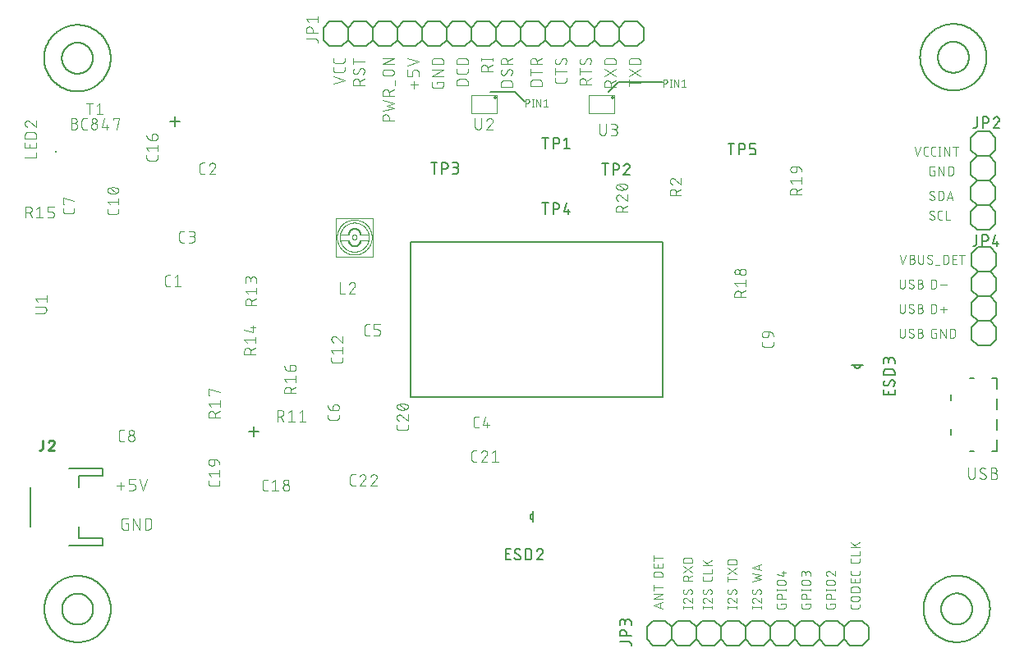
<source format=gbr>
G04 EAGLE Gerber RS-274X export*
G75*
%MOMM*%
%FSLAX34Y34*%
%LPD*%
%INSilkscreen Top*%
%IPPOS*%
%AMOC8*
5,1,8,0,0,1.08239X$1,22.5*%
G01*
%ADD10C,0.076200*%
%ADD11C,0.101600*%
%ADD12C,0.152400*%
%ADD13C,0.127000*%
%ADD14C,0.100000*%
%ADD15C,0.010000*%
%ADD16C,0.203200*%
%ADD17C,0.254000*%
%ADD18R,0.250000X0.250000*%


D10*
X948394Y488061D02*
X948483Y488063D01*
X948571Y488069D01*
X948659Y488078D01*
X948747Y488091D01*
X948834Y488108D01*
X948920Y488128D01*
X949005Y488153D01*
X949090Y488180D01*
X949173Y488212D01*
X949254Y488246D01*
X949334Y488285D01*
X949412Y488326D01*
X949489Y488371D01*
X949563Y488419D01*
X949636Y488470D01*
X949706Y488524D01*
X949773Y488582D01*
X949839Y488642D01*
X949901Y488704D01*
X949961Y488770D01*
X950019Y488837D01*
X950073Y488907D01*
X950124Y488980D01*
X950172Y489054D01*
X950217Y489131D01*
X950258Y489209D01*
X950297Y489289D01*
X950331Y489370D01*
X950363Y489453D01*
X950390Y489538D01*
X950415Y489623D01*
X950435Y489709D01*
X950452Y489796D01*
X950465Y489884D01*
X950474Y489972D01*
X950480Y490060D01*
X950482Y490149D01*
X948394Y488061D02*
X948265Y488063D01*
X948136Y488069D01*
X948007Y488078D01*
X947879Y488091D01*
X947751Y488108D01*
X947624Y488129D01*
X947497Y488153D01*
X947371Y488181D01*
X947246Y488213D01*
X947122Y488248D01*
X946999Y488287D01*
X946877Y488330D01*
X946757Y488376D01*
X946638Y488426D01*
X946520Y488479D01*
X946404Y488535D01*
X946290Y488595D01*
X946177Y488658D01*
X946067Y488725D01*
X945958Y488794D01*
X945852Y488867D01*
X945747Y488943D01*
X945645Y489022D01*
X945546Y489104D01*
X945448Y489188D01*
X945353Y489276D01*
X945261Y489366D01*
X945522Y495371D02*
X945524Y495460D01*
X945530Y495548D01*
X945539Y495636D01*
X945552Y495724D01*
X945569Y495811D01*
X945589Y495897D01*
X945614Y495982D01*
X945641Y496067D01*
X945673Y496150D01*
X945707Y496231D01*
X945746Y496311D01*
X945787Y496389D01*
X945832Y496466D01*
X945880Y496540D01*
X945931Y496613D01*
X945985Y496683D01*
X946043Y496750D01*
X946103Y496816D01*
X946165Y496878D01*
X946231Y496938D01*
X946298Y496996D01*
X946368Y497050D01*
X946441Y497101D01*
X946515Y497149D01*
X946592Y497194D01*
X946670Y497235D01*
X946750Y497274D01*
X946831Y497308D01*
X946914Y497340D01*
X946999Y497367D01*
X947084Y497392D01*
X947170Y497412D01*
X947257Y497429D01*
X947345Y497442D01*
X947433Y497451D01*
X947521Y497457D01*
X947610Y497459D01*
X947730Y497457D01*
X947850Y497452D01*
X947970Y497442D01*
X948089Y497430D01*
X948208Y497413D01*
X948326Y497393D01*
X948444Y497369D01*
X948560Y497342D01*
X948676Y497311D01*
X948791Y497277D01*
X948905Y497239D01*
X949018Y497197D01*
X949129Y497152D01*
X949239Y497104D01*
X949347Y497053D01*
X949454Y496998D01*
X949559Y496940D01*
X949662Y496878D01*
X949763Y496814D01*
X949863Y496746D01*
X949960Y496676D01*
X946566Y493544D02*
X946488Y493592D01*
X946412Y493644D01*
X946339Y493698D01*
X946268Y493756D01*
X946199Y493817D01*
X946133Y493881D01*
X946070Y493948D01*
X946010Y494017D01*
X945953Y494089D01*
X945899Y494163D01*
X945849Y494240D01*
X945801Y494319D01*
X945758Y494399D01*
X945717Y494482D01*
X945681Y494566D01*
X945648Y494651D01*
X945619Y494738D01*
X945593Y494827D01*
X945571Y494916D01*
X945554Y495006D01*
X945540Y495096D01*
X945530Y495188D01*
X945524Y495279D01*
X945522Y495371D01*
X949438Y491976D02*
X949516Y491928D01*
X949592Y491876D01*
X949665Y491822D01*
X949736Y491764D01*
X949805Y491703D01*
X949871Y491639D01*
X949934Y491572D01*
X949994Y491503D01*
X950051Y491431D01*
X950105Y491357D01*
X950155Y491280D01*
X950203Y491201D01*
X950246Y491121D01*
X950287Y491038D01*
X950323Y490954D01*
X950356Y490869D01*
X950385Y490782D01*
X950411Y490693D01*
X950433Y490604D01*
X950450Y490514D01*
X950464Y490424D01*
X950474Y490332D01*
X950480Y490241D01*
X950482Y490149D01*
X949438Y491977D02*
X946566Y493543D01*
X954405Y497459D02*
X954405Y488061D01*
X954405Y497459D02*
X957016Y497459D01*
X957116Y497457D01*
X957216Y497451D01*
X957315Y497442D01*
X957415Y497428D01*
X957513Y497411D01*
X957611Y497390D01*
X957708Y497366D01*
X957804Y497337D01*
X957899Y497305D01*
X957992Y497270D01*
X958084Y497231D01*
X958175Y497188D01*
X958263Y497142D01*
X958350Y497092D01*
X958435Y497040D01*
X958518Y496984D01*
X958599Y496925D01*
X958677Y496862D01*
X958753Y496797D01*
X958827Y496729D01*
X958897Y496659D01*
X958965Y496585D01*
X959030Y496509D01*
X959093Y496431D01*
X959152Y496350D01*
X959208Y496267D01*
X959260Y496182D01*
X959310Y496095D01*
X959356Y496007D01*
X959399Y495916D01*
X959438Y495824D01*
X959473Y495731D01*
X959505Y495636D01*
X959534Y495540D01*
X959558Y495443D01*
X959579Y495345D01*
X959596Y495247D01*
X959610Y495147D01*
X959619Y495048D01*
X959625Y494948D01*
X959627Y494848D01*
X959626Y494848D02*
X959626Y490672D01*
X959627Y490672D02*
X959625Y490572D01*
X959619Y490472D01*
X959610Y490373D01*
X959596Y490273D01*
X959579Y490175D01*
X959558Y490077D01*
X959534Y489980D01*
X959505Y489884D01*
X959473Y489789D01*
X959438Y489696D01*
X959399Y489604D01*
X959356Y489513D01*
X959310Y489425D01*
X959260Y489338D01*
X959208Y489253D01*
X959152Y489170D01*
X959093Y489089D01*
X959030Y489011D01*
X958965Y488935D01*
X958897Y488861D01*
X958827Y488791D01*
X958753Y488723D01*
X958677Y488658D01*
X958599Y488595D01*
X958518Y488536D01*
X958435Y488480D01*
X958350Y488428D01*
X958263Y488378D01*
X958175Y488332D01*
X958084Y488289D01*
X957992Y488250D01*
X957899Y488215D01*
X957804Y488183D01*
X957708Y488154D01*
X957611Y488130D01*
X957513Y488109D01*
X957415Y488092D01*
X957315Y488078D01*
X957216Y488069D01*
X957116Y488063D01*
X957016Y488061D01*
X954405Y488061D01*
X963332Y488061D02*
X966464Y497459D01*
X969597Y488061D01*
X968814Y490411D02*
X964115Y490411D01*
X950482Y469829D02*
X950480Y469740D01*
X950474Y469652D01*
X950465Y469564D01*
X950452Y469476D01*
X950435Y469389D01*
X950415Y469303D01*
X950390Y469218D01*
X950363Y469133D01*
X950331Y469050D01*
X950297Y468969D01*
X950258Y468889D01*
X950217Y468811D01*
X950172Y468734D01*
X950124Y468660D01*
X950073Y468587D01*
X950019Y468517D01*
X949961Y468450D01*
X949901Y468384D01*
X949839Y468322D01*
X949773Y468262D01*
X949706Y468204D01*
X949636Y468150D01*
X949563Y468099D01*
X949489Y468051D01*
X949412Y468006D01*
X949334Y467965D01*
X949254Y467926D01*
X949173Y467892D01*
X949090Y467860D01*
X949005Y467833D01*
X948920Y467808D01*
X948834Y467788D01*
X948747Y467771D01*
X948659Y467758D01*
X948571Y467749D01*
X948483Y467743D01*
X948394Y467741D01*
X948265Y467743D01*
X948136Y467749D01*
X948007Y467758D01*
X947879Y467771D01*
X947751Y467788D01*
X947624Y467809D01*
X947497Y467833D01*
X947371Y467861D01*
X947246Y467893D01*
X947122Y467928D01*
X946999Y467967D01*
X946877Y468010D01*
X946757Y468056D01*
X946638Y468106D01*
X946520Y468159D01*
X946404Y468215D01*
X946290Y468275D01*
X946177Y468338D01*
X946067Y468405D01*
X945958Y468474D01*
X945852Y468547D01*
X945747Y468623D01*
X945645Y468702D01*
X945546Y468784D01*
X945448Y468868D01*
X945353Y468956D01*
X945261Y469046D01*
X945522Y475051D02*
X945524Y475140D01*
X945530Y475228D01*
X945539Y475316D01*
X945552Y475404D01*
X945569Y475491D01*
X945589Y475577D01*
X945614Y475662D01*
X945641Y475747D01*
X945673Y475830D01*
X945707Y475911D01*
X945746Y475991D01*
X945787Y476069D01*
X945832Y476146D01*
X945880Y476220D01*
X945931Y476293D01*
X945985Y476363D01*
X946043Y476430D01*
X946103Y476496D01*
X946165Y476558D01*
X946231Y476618D01*
X946298Y476676D01*
X946368Y476730D01*
X946441Y476781D01*
X946515Y476829D01*
X946592Y476874D01*
X946670Y476915D01*
X946750Y476954D01*
X946831Y476988D01*
X946914Y477020D01*
X946999Y477047D01*
X947084Y477072D01*
X947170Y477092D01*
X947257Y477109D01*
X947345Y477122D01*
X947433Y477131D01*
X947521Y477137D01*
X947610Y477139D01*
X947730Y477137D01*
X947850Y477132D01*
X947970Y477122D01*
X948089Y477110D01*
X948208Y477093D01*
X948326Y477073D01*
X948444Y477049D01*
X948560Y477022D01*
X948676Y476991D01*
X948791Y476957D01*
X948905Y476919D01*
X949018Y476877D01*
X949129Y476832D01*
X949239Y476784D01*
X949347Y476733D01*
X949454Y476678D01*
X949559Y476620D01*
X949662Y476558D01*
X949763Y476494D01*
X949863Y476426D01*
X949960Y476356D01*
X946566Y473224D02*
X946488Y473272D01*
X946412Y473324D01*
X946339Y473378D01*
X946268Y473436D01*
X946199Y473497D01*
X946133Y473561D01*
X946070Y473628D01*
X946010Y473697D01*
X945953Y473769D01*
X945899Y473843D01*
X945849Y473920D01*
X945801Y473999D01*
X945758Y474079D01*
X945717Y474162D01*
X945681Y474246D01*
X945648Y474331D01*
X945619Y474418D01*
X945593Y474507D01*
X945571Y474596D01*
X945554Y474686D01*
X945540Y474776D01*
X945530Y474868D01*
X945524Y474959D01*
X945522Y475051D01*
X949438Y471656D02*
X949516Y471608D01*
X949592Y471556D01*
X949665Y471502D01*
X949736Y471444D01*
X949805Y471383D01*
X949871Y471319D01*
X949934Y471252D01*
X949994Y471183D01*
X950051Y471111D01*
X950105Y471037D01*
X950155Y470960D01*
X950203Y470881D01*
X950246Y470801D01*
X950287Y470718D01*
X950323Y470634D01*
X950356Y470549D01*
X950385Y470462D01*
X950411Y470373D01*
X950433Y470284D01*
X950450Y470194D01*
X950464Y470104D01*
X950474Y470012D01*
X950480Y469921D01*
X950482Y469829D01*
X949438Y471657D02*
X946566Y473223D01*
X956163Y467741D02*
X958251Y467741D01*
X956163Y467741D02*
X956074Y467743D01*
X955986Y467749D01*
X955898Y467758D01*
X955810Y467771D01*
X955723Y467788D01*
X955637Y467808D01*
X955552Y467833D01*
X955467Y467860D01*
X955384Y467892D01*
X955303Y467926D01*
X955223Y467965D01*
X955145Y468006D01*
X955068Y468051D01*
X954994Y468099D01*
X954921Y468150D01*
X954851Y468204D01*
X954784Y468262D01*
X954718Y468322D01*
X954656Y468384D01*
X954596Y468450D01*
X954538Y468517D01*
X954484Y468587D01*
X954433Y468660D01*
X954385Y468734D01*
X954340Y468811D01*
X954299Y468889D01*
X954260Y468969D01*
X954226Y469050D01*
X954194Y469133D01*
X954167Y469218D01*
X954142Y469303D01*
X954122Y469389D01*
X954105Y469476D01*
X954092Y469564D01*
X954083Y469652D01*
X954077Y469740D01*
X954075Y469829D01*
X954074Y469829D02*
X954074Y475051D01*
X954075Y475051D02*
X954077Y475142D01*
X954083Y475233D01*
X954093Y475324D01*
X954107Y475414D01*
X954124Y475503D01*
X954146Y475591D01*
X954172Y475679D01*
X954201Y475765D01*
X954234Y475850D01*
X954271Y475933D01*
X954311Y476015D01*
X954355Y476095D01*
X954402Y476173D01*
X954453Y476249D01*
X954506Y476322D01*
X954563Y476393D01*
X954624Y476462D01*
X954687Y476527D01*
X954752Y476590D01*
X954821Y476650D01*
X954892Y476708D01*
X954965Y476761D01*
X955041Y476812D01*
X955119Y476859D01*
X955199Y476903D01*
X955281Y476943D01*
X955364Y476980D01*
X955449Y477013D01*
X955535Y477042D01*
X955623Y477068D01*
X955711Y477090D01*
X955800Y477107D01*
X955890Y477121D01*
X955981Y477131D01*
X956072Y477137D01*
X956163Y477139D01*
X958251Y477139D01*
X962042Y477139D02*
X962042Y467741D01*
X966219Y467741D01*
X914781Y431419D02*
X917914Y422021D01*
X921046Y431419D01*
X924883Y427242D02*
X927494Y427242D01*
X927494Y427243D02*
X927595Y427241D01*
X927696Y427235D01*
X927797Y427225D01*
X927897Y427212D01*
X927997Y427194D01*
X928096Y427173D01*
X928194Y427147D01*
X928291Y427118D01*
X928387Y427086D01*
X928481Y427049D01*
X928574Y427009D01*
X928666Y426965D01*
X928755Y426918D01*
X928843Y426867D01*
X928929Y426813D01*
X929012Y426756D01*
X929094Y426696D01*
X929172Y426632D01*
X929249Y426566D01*
X929322Y426496D01*
X929393Y426424D01*
X929461Y426349D01*
X929526Y426271D01*
X929588Y426191D01*
X929647Y426109D01*
X929703Y426024D01*
X929755Y425937D01*
X929804Y425849D01*
X929850Y425758D01*
X929891Y425666D01*
X929930Y425572D01*
X929964Y425477D01*
X929995Y425381D01*
X930022Y425283D01*
X930046Y425185D01*
X930065Y425085D01*
X930081Y424985D01*
X930093Y424885D01*
X930101Y424784D01*
X930105Y424683D01*
X930105Y424581D01*
X930101Y424480D01*
X930093Y424379D01*
X930081Y424279D01*
X930065Y424179D01*
X930046Y424079D01*
X930022Y423981D01*
X929995Y423883D01*
X929964Y423787D01*
X929930Y423692D01*
X929891Y423598D01*
X929850Y423506D01*
X929804Y423415D01*
X929755Y423327D01*
X929703Y423240D01*
X929647Y423155D01*
X929588Y423073D01*
X929526Y422993D01*
X929461Y422915D01*
X929393Y422840D01*
X929322Y422768D01*
X929249Y422698D01*
X929172Y422632D01*
X929094Y422568D01*
X929012Y422508D01*
X928929Y422451D01*
X928843Y422397D01*
X928755Y422346D01*
X928666Y422299D01*
X928574Y422255D01*
X928481Y422215D01*
X928387Y422178D01*
X928291Y422146D01*
X928194Y422117D01*
X928096Y422091D01*
X927997Y422070D01*
X927897Y422052D01*
X927797Y422039D01*
X927696Y422029D01*
X927595Y422023D01*
X927494Y422021D01*
X924883Y422021D01*
X924883Y431419D01*
X927494Y431419D01*
X927584Y431417D01*
X927673Y431411D01*
X927763Y431402D01*
X927852Y431388D01*
X927940Y431371D01*
X928027Y431350D01*
X928114Y431325D01*
X928199Y431296D01*
X928283Y431264D01*
X928365Y431229D01*
X928446Y431189D01*
X928525Y431147D01*
X928602Y431101D01*
X928677Y431051D01*
X928750Y430999D01*
X928821Y430943D01*
X928889Y430885D01*
X928954Y430823D01*
X929017Y430759D01*
X929077Y430692D01*
X929134Y430623D01*
X929188Y430551D01*
X929239Y430477D01*
X929287Y430401D01*
X929331Y430323D01*
X929372Y430243D01*
X929410Y430161D01*
X929444Y430078D01*
X929474Y429993D01*
X929501Y429907D01*
X929524Y429821D01*
X929543Y429733D01*
X929558Y429644D01*
X929570Y429555D01*
X929578Y429466D01*
X929582Y429376D01*
X929582Y429286D01*
X929578Y429196D01*
X929570Y429107D01*
X929558Y429018D01*
X929543Y428929D01*
X929524Y428841D01*
X929501Y428755D01*
X929474Y428669D01*
X929444Y428584D01*
X929410Y428501D01*
X929372Y428419D01*
X929331Y428339D01*
X929287Y428261D01*
X929239Y428185D01*
X929188Y428111D01*
X929134Y428039D01*
X929077Y427970D01*
X929017Y427903D01*
X928954Y427839D01*
X928889Y427777D01*
X928821Y427719D01*
X928750Y427663D01*
X928677Y427611D01*
X928602Y427561D01*
X928525Y427515D01*
X928446Y427473D01*
X928365Y427433D01*
X928283Y427398D01*
X928199Y427366D01*
X928114Y427337D01*
X928027Y427312D01*
X927940Y427291D01*
X927852Y427274D01*
X927763Y427260D01*
X927673Y427251D01*
X927584Y427245D01*
X927494Y427243D01*
X933896Y424632D02*
X933896Y431419D01*
X933895Y424632D02*
X933897Y424531D01*
X933903Y424430D01*
X933913Y424329D01*
X933926Y424229D01*
X933944Y424129D01*
X933965Y424030D01*
X933991Y423932D01*
X934020Y423835D01*
X934052Y423739D01*
X934089Y423645D01*
X934129Y423552D01*
X934173Y423460D01*
X934220Y423371D01*
X934271Y423283D01*
X934325Y423197D01*
X934382Y423114D01*
X934442Y423032D01*
X934506Y422954D01*
X934572Y422877D01*
X934642Y422804D01*
X934714Y422733D01*
X934789Y422665D01*
X934867Y422600D01*
X934947Y422538D01*
X935029Y422479D01*
X935114Y422423D01*
X935201Y422371D01*
X935289Y422322D01*
X935380Y422276D01*
X935472Y422235D01*
X935566Y422196D01*
X935661Y422162D01*
X935757Y422131D01*
X935855Y422104D01*
X935953Y422080D01*
X936053Y422061D01*
X936153Y422045D01*
X936253Y422033D01*
X936354Y422025D01*
X936455Y422021D01*
X936557Y422021D01*
X936658Y422025D01*
X936759Y422033D01*
X936859Y422045D01*
X936959Y422061D01*
X937059Y422080D01*
X937157Y422104D01*
X937255Y422131D01*
X937351Y422162D01*
X937446Y422196D01*
X937540Y422235D01*
X937632Y422276D01*
X937723Y422322D01*
X937812Y422371D01*
X937898Y422423D01*
X937983Y422479D01*
X938065Y422538D01*
X938145Y422600D01*
X938223Y422665D01*
X938298Y422733D01*
X938370Y422804D01*
X938440Y422877D01*
X938506Y422954D01*
X938570Y423032D01*
X938630Y423114D01*
X938687Y423197D01*
X938741Y423283D01*
X938792Y423371D01*
X938839Y423460D01*
X938883Y423552D01*
X938923Y423645D01*
X938960Y423739D01*
X938992Y423835D01*
X939021Y423932D01*
X939047Y424030D01*
X939068Y424129D01*
X939086Y424229D01*
X939099Y424329D01*
X939109Y424430D01*
X939115Y424531D01*
X939117Y424632D01*
X939117Y431419D01*
X948260Y424109D02*
X948258Y424020D01*
X948252Y423932D01*
X948243Y423844D01*
X948230Y423756D01*
X948213Y423669D01*
X948193Y423583D01*
X948168Y423498D01*
X948141Y423413D01*
X948109Y423330D01*
X948075Y423249D01*
X948036Y423169D01*
X947995Y423091D01*
X947950Y423014D01*
X947902Y422940D01*
X947851Y422867D01*
X947797Y422797D01*
X947739Y422730D01*
X947679Y422664D01*
X947617Y422602D01*
X947551Y422542D01*
X947484Y422484D01*
X947414Y422430D01*
X947341Y422379D01*
X947267Y422331D01*
X947190Y422286D01*
X947112Y422245D01*
X947032Y422206D01*
X946951Y422172D01*
X946868Y422140D01*
X946783Y422113D01*
X946698Y422088D01*
X946612Y422068D01*
X946525Y422051D01*
X946437Y422038D01*
X946349Y422029D01*
X946261Y422023D01*
X946172Y422021D01*
X946043Y422023D01*
X945914Y422029D01*
X945785Y422038D01*
X945657Y422051D01*
X945529Y422068D01*
X945402Y422089D01*
X945275Y422113D01*
X945149Y422141D01*
X945024Y422173D01*
X944900Y422208D01*
X944777Y422247D01*
X944655Y422290D01*
X944535Y422336D01*
X944416Y422386D01*
X944298Y422439D01*
X944182Y422495D01*
X944068Y422555D01*
X943955Y422618D01*
X943845Y422685D01*
X943736Y422754D01*
X943630Y422827D01*
X943525Y422903D01*
X943423Y422982D01*
X943324Y423064D01*
X943226Y423148D01*
X943131Y423236D01*
X943039Y423326D01*
X943301Y429331D02*
X943303Y429420D01*
X943309Y429508D01*
X943318Y429596D01*
X943331Y429684D01*
X943348Y429771D01*
X943368Y429857D01*
X943393Y429942D01*
X943420Y430027D01*
X943452Y430110D01*
X943486Y430191D01*
X943525Y430271D01*
X943566Y430349D01*
X943611Y430426D01*
X943659Y430500D01*
X943710Y430573D01*
X943764Y430643D01*
X943822Y430710D01*
X943882Y430776D01*
X943944Y430838D01*
X944010Y430898D01*
X944077Y430956D01*
X944147Y431010D01*
X944220Y431061D01*
X944294Y431109D01*
X944371Y431154D01*
X944449Y431195D01*
X944529Y431234D01*
X944610Y431268D01*
X944693Y431300D01*
X944778Y431327D01*
X944863Y431352D01*
X944949Y431372D01*
X945036Y431389D01*
X945124Y431402D01*
X945212Y431411D01*
X945300Y431417D01*
X945389Y431419D01*
X945509Y431417D01*
X945629Y431412D01*
X945749Y431402D01*
X945868Y431390D01*
X945987Y431373D01*
X946105Y431353D01*
X946223Y431329D01*
X946339Y431302D01*
X946455Y431271D01*
X946570Y431237D01*
X946684Y431199D01*
X946797Y431157D01*
X946908Y431112D01*
X947018Y431064D01*
X947126Y431013D01*
X947233Y430958D01*
X947338Y430900D01*
X947441Y430838D01*
X947542Y430774D01*
X947642Y430706D01*
X947739Y430636D01*
X944345Y427504D02*
X944267Y427552D01*
X944191Y427604D01*
X944118Y427658D01*
X944047Y427716D01*
X943978Y427777D01*
X943912Y427841D01*
X943849Y427908D01*
X943789Y427977D01*
X943732Y428049D01*
X943678Y428123D01*
X943628Y428200D01*
X943580Y428279D01*
X943537Y428359D01*
X943496Y428442D01*
X943460Y428526D01*
X943427Y428611D01*
X943398Y428698D01*
X943372Y428787D01*
X943350Y428876D01*
X943333Y428966D01*
X943319Y429056D01*
X943309Y429148D01*
X943303Y429239D01*
X943301Y429331D01*
X947217Y425936D02*
X947295Y425888D01*
X947371Y425836D01*
X947444Y425782D01*
X947515Y425724D01*
X947584Y425663D01*
X947650Y425599D01*
X947713Y425532D01*
X947773Y425463D01*
X947830Y425391D01*
X947884Y425317D01*
X947934Y425240D01*
X947982Y425161D01*
X948025Y425081D01*
X948066Y424998D01*
X948102Y424914D01*
X948135Y424829D01*
X948164Y424742D01*
X948190Y424653D01*
X948212Y424564D01*
X948229Y424474D01*
X948243Y424384D01*
X948253Y424292D01*
X948259Y424201D01*
X948261Y424109D01*
X947217Y425937D02*
X944345Y427503D01*
X951487Y420977D02*
X955664Y420977D01*
X959499Y422021D02*
X959499Y431419D01*
X962109Y431419D01*
X962209Y431417D01*
X962309Y431411D01*
X962408Y431402D01*
X962508Y431388D01*
X962606Y431371D01*
X962704Y431350D01*
X962801Y431326D01*
X962897Y431297D01*
X962992Y431265D01*
X963085Y431230D01*
X963177Y431191D01*
X963268Y431148D01*
X963356Y431102D01*
X963443Y431052D01*
X963528Y431000D01*
X963611Y430944D01*
X963692Y430885D01*
X963770Y430822D01*
X963846Y430757D01*
X963920Y430689D01*
X963990Y430619D01*
X964058Y430545D01*
X964123Y430469D01*
X964186Y430391D01*
X964245Y430310D01*
X964301Y430227D01*
X964353Y430142D01*
X964403Y430055D01*
X964449Y429967D01*
X964492Y429876D01*
X964531Y429784D01*
X964566Y429691D01*
X964598Y429596D01*
X964627Y429500D01*
X964651Y429403D01*
X964672Y429305D01*
X964689Y429207D01*
X964703Y429107D01*
X964712Y429008D01*
X964718Y428908D01*
X964720Y428808D01*
X964720Y424632D01*
X964718Y424532D01*
X964712Y424432D01*
X964703Y424333D01*
X964689Y424233D01*
X964672Y424135D01*
X964651Y424037D01*
X964627Y423940D01*
X964598Y423844D01*
X964566Y423749D01*
X964531Y423656D01*
X964492Y423564D01*
X964449Y423473D01*
X964403Y423385D01*
X964353Y423298D01*
X964301Y423213D01*
X964245Y423130D01*
X964186Y423049D01*
X964123Y422971D01*
X964058Y422895D01*
X963990Y422821D01*
X963920Y422751D01*
X963846Y422683D01*
X963770Y422618D01*
X963692Y422555D01*
X963611Y422496D01*
X963528Y422440D01*
X963443Y422388D01*
X963356Y422338D01*
X963268Y422292D01*
X963177Y422249D01*
X963085Y422210D01*
X962992Y422175D01*
X962897Y422143D01*
X962801Y422114D01*
X962704Y422090D01*
X962606Y422069D01*
X962508Y422052D01*
X962408Y422038D01*
X962309Y422029D01*
X962209Y422023D01*
X962109Y422021D01*
X959499Y422021D01*
X969270Y422021D02*
X973447Y422021D01*
X969270Y422021D02*
X969270Y431419D01*
X973447Y431419D01*
X972403Y427242D02*
X969270Y427242D01*
X978873Y431419D02*
X978873Y422021D01*
X976263Y431419D02*
X981484Y431419D01*
X914781Y406019D02*
X914781Y399232D01*
X914783Y399131D01*
X914789Y399030D01*
X914799Y398929D01*
X914812Y398829D01*
X914830Y398729D01*
X914851Y398630D01*
X914877Y398532D01*
X914906Y398435D01*
X914938Y398339D01*
X914975Y398245D01*
X915015Y398152D01*
X915059Y398060D01*
X915106Y397971D01*
X915157Y397883D01*
X915211Y397797D01*
X915268Y397714D01*
X915328Y397632D01*
X915392Y397554D01*
X915458Y397477D01*
X915528Y397404D01*
X915600Y397333D01*
X915675Y397265D01*
X915753Y397200D01*
X915833Y397138D01*
X915915Y397079D01*
X916000Y397023D01*
X916087Y396971D01*
X916175Y396922D01*
X916266Y396876D01*
X916358Y396835D01*
X916452Y396796D01*
X916547Y396762D01*
X916643Y396731D01*
X916741Y396704D01*
X916839Y396680D01*
X916939Y396661D01*
X917039Y396645D01*
X917139Y396633D01*
X917240Y396625D01*
X917341Y396621D01*
X917443Y396621D01*
X917544Y396625D01*
X917645Y396633D01*
X917745Y396645D01*
X917845Y396661D01*
X917945Y396680D01*
X918043Y396704D01*
X918141Y396731D01*
X918237Y396762D01*
X918332Y396796D01*
X918426Y396835D01*
X918518Y396876D01*
X918609Y396922D01*
X918698Y396971D01*
X918784Y397023D01*
X918869Y397079D01*
X918951Y397138D01*
X919031Y397200D01*
X919109Y397265D01*
X919184Y397333D01*
X919256Y397404D01*
X919326Y397477D01*
X919392Y397554D01*
X919456Y397632D01*
X919516Y397714D01*
X919573Y397797D01*
X919627Y397883D01*
X919678Y397971D01*
X919725Y398060D01*
X919769Y398152D01*
X919809Y398245D01*
X919846Y398339D01*
X919878Y398435D01*
X919907Y398532D01*
X919933Y398630D01*
X919954Y398729D01*
X919972Y398829D01*
X919985Y398929D01*
X919995Y399030D01*
X920001Y399131D01*
X920003Y399232D01*
X920002Y399232D02*
X920002Y406019D01*
X929146Y398709D02*
X929144Y398620D01*
X929138Y398532D01*
X929129Y398444D01*
X929116Y398356D01*
X929099Y398269D01*
X929079Y398183D01*
X929054Y398098D01*
X929027Y398013D01*
X928995Y397930D01*
X928961Y397849D01*
X928922Y397769D01*
X928881Y397691D01*
X928836Y397614D01*
X928788Y397540D01*
X928737Y397467D01*
X928683Y397397D01*
X928625Y397330D01*
X928565Y397264D01*
X928503Y397202D01*
X928437Y397142D01*
X928370Y397084D01*
X928300Y397030D01*
X928227Y396979D01*
X928153Y396931D01*
X928076Y396886D01*
X927998Y396845D01*
X927918Y396806D01*
X927837Y396772D01*
X927754Y396740D01*
X927669Y396713D01*
X927584Y396688D01*
X927498Y396668D01*
X927411Y396651D01*
X927323Y396638D01*
X927235Y396629D01*
X927147Y396623D01*
X927058Y396621D01*
X926929Y396623D01*
X926800Y396629D01*
X926671Y396638D01*
X926543Y396651D01*
X926415Y396668D01*
X926288Y396689D01*
X926161Y396713D01*
X926035Y396741D01*
X925910Y396773D01*
X925786Y396808D01*
X925663Y396847D01*
X925541Y396890D01*
X925421Y396936D01*
X925302Y396986D01*
X925184Y397039D01*
X925068Y397095D01*
X924954Y397155D01*
X924841Y397218D01*
X924731Y397285D01*
X924622Y397354D01*
X924516Y397427D01*
X924411Y397503D01*
X924309Y397582D01*
X924210Y397664D01*
X924112Y397748D01*
X924017Y397836D01*
X923925Y397926D01*
X924186Y403931D02*
X924188Y404020D01*
X924194Y404108D01*
X924203Y404196D01*
X924216Y404284D01*
X924233Y404371D01*
X924253Y404457D01*
X924278Y404542D01*
X924305Y404627D01*
X924337Y404710D01*
X924371Y404791D01*
X924410Y404871D01*
X924451Y404949D01*
X924496Y405026D01*
X924544Y405100D01*
X924595Y405173D01*
X924649Y405243D01*
X924707Y405310D01*
X924767Y405376D01*
X924829Y405438D01*
X924895Y405498D01*
X924962Y405556D01*
X925032Y405610D01*
X925105Y405661D01*
X925179Y405709D01*
X925256Y405754D01*
X925334Y405795D01*
X925414Y405834D01*
X925495Y405868D01*
X925578Y405900D01*
X925663Y405927D01*
X925748Y405952D01*
X925834Y405972D01*
X925921Y405989D01*
X926009Y406002D01*
X926097Y406011D01*
X926185Y406017D01*
X926274Y406019D01*
X926394Y406017D01*
X926514Y406012D01*
X926634Y406002D01*
X926753Y405990D01*
X926872Y405973D01*
X926990Y405953D01*
X927108Y405929D01*
X927224Y405902D01*
X927340Y405871D01*
X927455Y405837D01*
X927569Y405799D01*
X927682Y405757D01*
X927793Y405712D01*
X927903Y405664D01*
X928011Y405613D01*
X928118Y405558D01*
X928223Y405500D01*
X928326Y405438D01*
X928427Y405374D01*
X928527Y405306D01*
X928624Y405236D01*
X925230Y402104D02*
X925152Y402152D01*
X925076Y402204D01*
X925003Y402258D01*
X924932Y402316D01*
X924863Y402377D01*
X924797Y402441D01*
X924734Y402508D01*
X924674Y402577D01*
X924617Y402649D01*
X924563Y402723D01*
X924513Y402800D01*
X924465Y402879D01*
X924422Y402959D01*
X924381Y403042D01*
X924345Y403126D01*
X924312Y403211D01*
X924283Y403298D01*
X924257Y403387D01*
X924235Y403476D01*
X924218Y403566D01*
X924204Y403656D01*
X924194Y403748D01*
X924188Y403839D01*
X924186Y403931D01*
X928102Y400536D02*
X928180Y400488D01*
X928256Y400436D01*
X928329Y400382D01*
X928400Y400324D01*
X928469Y400263D01*
X928535Y400199D01*
X928598Y400132D01*
X928658Y400063D01*
X928715Y399991D01*
X928769Y399917D01*
X928819Y399840D01*
X928867Y399761D01*
X928910Y399681D01*
X928951Y399598D01*
X928987Y399514D01*
X929020Y399429D01*
X929049Y399342D01*
X929075Y399253D01*
X929097Y399164D01*
X929114Y399074D01*
X929128Y398984D01*
X929138Y398892D01*
X929144Y398801D01*
X929146Y398709D01*
X928102Y400537D02*
X925230Y402103D01*
X933200Y401842D02*
X935811Y401842D01*
X935811Y401843D02*
X935912Y401841D01*
X936013Y401835D01*
X936114Y401825D01*
X936214Y401812D01*
X936314Y401794D01*
X936413Y401773D01*
X936511Y401747D01*
X936608Y401718D01*
X936704Y401686D01*
X936798Y401649D01*
X936891Y401609D01*
X936983Y401565D01*
X937072Y401518D01*
X937160Y401467D01*
X937246Y401413D01*
X937329Y401356D01*
X937411Y401296D01*
X937489Y401232D01*
X937566Y401166D01*
X937639Y401096D01*
X937710Y401024D01*
X937778Y400949D01*
X937843Y400871D01*
X937905Y400791D01*
X937964Y400709D01*
X938020Y400624D01*
X938072Y400537D01*
X938121Y400449D01*
X938167Y400358D01*
X938208Y400266D01*
X938247Y400172D01*
X938281Y400077D01*
X938312Y399981D01*
X938339Y399883D01*
X938363Y399785D01*
X938382Y399685D01*
X938398Y399585D01*
X938410Y399485D01*
X938418Y399384D01*
X938422Y399283D01*
X938422Y399181D01*
X938418Y399080D01*
X938410Y398979D01*
X938398Y398879D01*
X938382Y398779D01*
X938363Y398679D01*
X938339Y398581D01*
X938312Y398483D01*
X938281Y398387D01*
X938247Y398292D01*
X938208Y398198D01*
X938167Y398106D01*
X938121Y398015D01*
X938072Y397927D01*
X938020Y397840D01*
X937964Y397755D01*
X937905Y397673D01*
X937843Y397593D01*
X937778Y397515D01*
X937710Y397440D01*
X937639Y397368D01*
X937566Y397298D01*
X937489Y397232D01*
X937411Y397168D01*
X937329Y397108D01*
X937246Y397051D01*
X937160Y396997D01*
X937072Y396946D01*
X936983Y396899D01*
X936891Y396855D01*
X936798Y396815D01*
X936704Y396778D01*
X936608Y396746D01*
X936511Y396717D01*
X936413Y396691D01*
X936314Y396670D01*
X936214Y396652D01*
X936114Y396639D01*
X936013Y396629D01*
X935912Y396623D01*
X935811Y396621D01*
X933200Y396621D01*
X933200Y406019D01*
X935811Y406019D01*
X935901Y406017D01*
X935990Y406011D01*
X936080Y406002D01*
X936169Y405988D01*
X936257Y405971D01*
X936344Y405950D01*
X936431Y405925D01*
X936516Y405896D01*
X936600Y405864D01*
X936682Y405829D01*
X936763Y405789D01*
X936842Y405747D01*
X936919Y405701D01*
X936994Y405651D01*
X937067Y405599D01*
X937138Y405543D01*
X937206Y405485D01*
X937271Y405423D01*
X937334Y405359D01*
X937394Y405292D01*
X937451Y405223D01*
X937505Y405151D01*
X937556Y405077D01*
X937604Y405001D01*
X937648Y404923D01*
X937689Y404843D01*
X937727Y404761D01*
X937761Y404678D01*
X937791Y404593D01*
X937818Y404507D01*
X937841Y404421D01*
X937860Y404333D01*
X937875Y404244D01*
X937887Y404155D01*
X937895Y404066D01*
X937899Y403976D01*
X937899Y403886D01*
X937895Y403796D01*
X937887Y403707D01*
X937875Y403618D01*
X937860Y403529D01*
X937841Y403441D01*
X937818Y403355D01*
X937791Y403269D01*
X937761Y403184D01*
X937727Y403101D01*
X937689Y403019D01*
X937648Y402939D01*
X937604Y402861D01*
X937556Y402785D01*
X937505Y402711D01*
X937451Y402639D01*
X937394Y402570D01*
X937334Y402503D01*
X937271Y402439D01*
X937206Y402377D01*
X937138Y402319D01*
X937067Y402263D01*
X936994Y402211D01*
X936919Y402161D01*
X936842Y402115D01*
X936763Y402073D01*
X936682Y402033D01*
X936600Y401998D01*
X936516Y401966D01*
X936431Y401937D01*
X936344Y401912D01*
X936257Y401891D01*
X936169Y401874D01*
X936080Y401860D01*
X935990Y401851D01*
X935901Y401845D01*
X935811Y401843D01*
X947090Y406019D02*
X947090Y396621D01*
X947090Y406019D02*
X949700Y406019D01*
X949800Y406017D01*
X949900Y406011D01*
X949999Y406002D01*
X950099Y405988D01*
X950197Y405971D01*
X950295Y405950D01*
X950392Y405926D01*
X950488Y405897D01*
X950583Y405865D01*
X950676Y405830D01*
X950768Y405791D01*
X950859Y405748D01*
X950947Y405702D01*
X951034Y405652D01*
X951119Y405600D01*
X951202Y405544D01*
X951283Y405485D01*
X951361Y405422D01*
X951437Y405357D01*
X951511Y405289D01*
X951581Y405219D01*
X951649Y405145D01*
X951714Y405069D01*
X951777Y404991D01*
X951836Y404910D01*
X951892Y404827D01*
X951944Y404742D01*
X951994Y404655D01*
X952040Y404567D01*
X952083Y404476D01*
X952122Y404384D01*
X952157Y404291D01*
X952189Y404196D01*
X952218Y404100D01*
X952242Y404003D01*
X952263Y403905D01*
X952280Y403807D01*
X952294Y403707D01*
X952303Y403608D01*
X952309Y403508D01*
X952311Y403408D01*
X952311Y399232D01*
X952309Y399132D01*
X952303Y399032D01*
X952294Y398933D01*
X952280Y398833D01*
X952263Y398735D01*
X952242Y398637D01*
X952218Y398540D01*
X952189Y398444D01*
X952157Y398349D01*
X952122Y398256D01*
X952083Y398164D01*
X952040Y398073D01*
X951994Y397985D01*
X951944Y397898D01*
X951892Y397813D01*
X951836Y397730D01*
X951777Y397649D01*
X951714Y397571D01*
X951649Y397495D01*
X951581Y397421D01*
X951511Y397351D01*
X951437Y397283D01*
X951361Y397218D01*
X951283Y397155D01*
X951202Y397096D01*
X951119Y397040D01*
X951034Y396988D01*
X950947Y396938D01*
X950859Y396892D01*
X950768Y396849D01*
X950676Y396810D01*
X950583Y396775D01*
X950488Y396743D01*
X950392Y396714D01*
X950295Y396690D01*
X950197Y396669D01*
X950099Y396652D01*
X949999Y396638D01*
X949900Y396629D01*
X949800Y396623D01*
X949700Y396621D01*
X947090Y396621D01*
X956626Y400276D02*
X962891Y400276D01*
X914781Y380619D02*
X914781Y373832D01*
X914783Y373731D01*
X914789Y373630D01*
X914799Y373529D01*
X914812Y373429D01*
X914830Y373329D01*
X914851Y373230D01*
X914877Y373132D01*
X914906Y373035D01*
X914938Y372939D01*
X914975Y372845D01*
X915015Y372752D01*
X915059Y372660D01*
X915106Y372571D01*
X915157Y372483D01*
X915211Y372397D01*
X915268Y372314D01*
X915328Y372232D01*
X915392Y372154D01*
X915458Y372077D01*
X915528Y372004D01*
X915600Y371933D01*
X915675Y371865D01*
X915753Y371800D01*
X915833Y371738D01*
X915915Y371679D01*
X916000Y371623D01*
X916087Y371571D01*
X916175Y371522D01*
X916266Y371476D01*
X916358Y371435D01*
X916452Y371396D01*
X916547Y371362D01*
X916643Y371331D01*
X916741Y371304D01*
X916839Y371280D01*
X916939Y371261D01*
X917039Y371245D01*
X917139Y371233D01*
X917240Y371225D01*
X917341Y371221D01*
X917443Y371221D01*
X917544Y371225D01*
X917645Y371233D01*
X917745Y371245D01*
X917845Y371261D01*
X917945Y371280D01*
X918043Y371304D01*
X918141Y371331D01*
X918237Y371362D01*
X918332Y371396D01*
X918426Y371435D01*
X918518Y371476D01*
X918609Y371522D01*
X918698Y371571D01*
X918784Y371623D01*
X918869Y371679D01*
X918951Y371738D01*
X919031Y371800D01*
X919109Y371865D01*
X919184Y371933D01*
X919256Y372004D01*
X919326Y372077D01*
X919392Y372154D01*
X919456Y372232D01*
X919516Y372314D01*
X919573Y372397D01*
X919627Y372483D01*
X919678Y372571D01*
X919725Y372660D01*
X919769Y372752D01*
X919809Y372845D01*
X919846Y372939D01*
X919878Y373035D01*
X919907Y373132D01*
X919933Y373230D01*
X919954Y373329D01*
X919972Y373429D01*
X919985Y373529D01*
X919995Y373630D01*
X920001Y373731D01*
X920003Y373832D01*
X920002Y373832D02*
X920002Y380619D01*
X929146Y373309D02*
X929144Y373220D01*
X929138Y373132D01*
X929129Y373044D01*
X929116Y372956D01*
X929099Y372869D01*
X929079Y372783D01*
X929054Y372698D01*
X929027Y372613D01*
X928995Y372530D01*
X928961Y372449D01*
X928922Y372369D01*
X928881Y372291D01*
X928836Y372214D01*
X928788Y372140D01*
X928737Y372067D01*
X928683Y371997D01*
X928625Y371930D01*
X928565Y371864D01*
X928503Y371802D01*
X928437Y371742D01*
X928370Y371684D01*
X928300Y371630D01*
X928227Y371579D01*
X928153Y371531D01*
X928076Y371486D01*
X927998Y371445D01*
X927918Y371406D01*
X927837Y371372D01*
X927754Y371340D01*
X927669Y371313D01*
X927584Y371288D01*
X927498Y371268D01*
X927411Y371251D01*
X927323Y371238D01*
X927235Y371229D01*
X927147Y371223D01*
X927058Y371221D01*
X926929Y371223D01*
X926800Y371229D01*
X926671Y371238D01*
X926543Y371251D01*
X926415Y371268D01*
X926288Y371289D01*
X926161Y371313D01*
X926035Y371341D01*
X925910Y371373D01*
X925786Y371408D01*
X925663Y371447D01*
X925541Y371490D01*
X925421Y371536D01*
X925302Y371586D01*
X925184Y371639D01*
X925068Y371695D01*
X924954Y371755D01*
X924841Y371818D01*
X924731Y371885D01*
X924622Y371954D01*
X924516Y372027D01*
X924411Y372103D01*
X924309Y372182D01*
X924210Y372264D01*
X924112Y372348D01*
X924017Y372436D01*
X923925Y372526D01*
X924186Y378531D02*
X924188Y378620D01*
X924194Y378708D01*
X924203Y378796D01*
X924216Y378884D01*
X924233Y378971D01*
X924253Y379057D01*
X924278Y379142D01*
X924305Y379227D01*
X924337Y379310D01*
X924371Y379391D01*
X924410Y379471D01*
X924451Y379549D01*
X924496Y379626D01*
X924544Y379700D01*
X924595Y379773D01*
X924649Y379843D01*
X924707Y379910D01*
X924767Y379976D01*
X924829Y380038D01*
X924895Y380098D01*
X924962Y380156D01*
X925032Y380210D01*
X925105Y380261D01*
X925179Y380309D01*
X925256Y380354D01*
X925334Y380395D01*
X925414Y380434D01*
X925495Y380468D01*
X925578Y380500D01*
X925663Y380527D01*
X925748Y380552D01*
X925834Y380572D01*
X925921Y380589D01*
X926009Y380602D01*
X926097Y380611D01*
X926185Y380617D01*
X926274Y380619D01*
X926394Y380617D01*
X926514Y380612D01*
X926634Y380602D01*
X926753Y380590D01*
X926872Y380573D01*
X926990Y380553D01*
X927108Y380529D01*
X927224Y380502D01*
X927340Y380471D01*
X927455Y380437D01*
X927569Y380399D01*
X927682Y380357D01*
X927793Y380312D01*
X927903Y380264D01*
X928011Y380213D01*
X928118Y380158D01*
X928223Y380100D01*
X928326Y380038D01*
X928427Y379974D01*
X928527Y379906D01*
X928624Y379836D01*
X925230Y376704D02*
X925152Y376752D01*
X925076Y376804D01*
X925003Y376858D01*
X924932Y376916D01*
X924863Y376977D01*
X924797Y377041D01*
X924734Y377108D01*
X924674Y377177D01*
X924617Y377249D01*
X924563Y377323D01*
X924513Y377400D01*
X924465Y377479D01*
X924422Y377559D01*
X924381Y377642D01*
X924345Y377726D01*
X924312Y377811D01*
X924283Y377898D01*
X924257Y377987D01*
X924235Y378076D01*
X924218Y378166D01*
X924204Y378256D01*
X924194Y378348D01*
X924188Y378439D01*
X924186Y378531D01*
X928102Y375136D02*
X928180Y375088D01*
X928256Y375036D01*
X928329Y374982D01*
X928400Y374924D01*
X928469Y374863D01*
X928535Y374799D01*
X928598Y374732D01*
X928658Y374663D01*
X928715Y374591D01*
X928769Y374517D01*
X928819Y374440D01*
X928867Y374361D01*
X928910Y374281D01*
X928951Y374198D01*
X928987Y374114D01*
X929020Y374029D01*
X929049Y373942D01*
X929075Y373853D01*
X929097Y373764D01*
X929114Y373674D01*
X929128Y373584D01*
X929138Y373492D01*
X929144Y373401D01*
X929146Y373309D01*
X928102Y375137D02*
X925230Y376703D01*
X933200Y376442D02*
X935811Y376442D01*
X935811Y376443D02*
X935912Y376441D01*
X936013Y376435D01*
X936114Y376425D01*
X936214Y376412D01*
X936314Y376394D01*
X936413Y376373D01*
X936511Y376347D01*
X936608Y376318D01*
X936704Y376286D01*
X936798Y376249D01*
X936891Y376209D01*
X936983Y376165D01*
X937072Y376118D01*
X937160Y376067D01*
X937246Y376013D01*
X937329Y375956D01*
X937411Y375896D01*
X937489Y375832D01*
X937566Y375766D01*
X937639Y375696D01*
X937710Y375624D01*
X937778Y375549D01*
X937843Y375471D01*
X937905Y375391D01*
X937964Y375309D01*
X938020Y375224D01*
X938072Y375137D01*
X938121Y375049D01*
X938167Y374958D01*
X938208Y374866D01*
X938247Y374772D01*
X938281Y374677D01*
X938312Y374581D01*
X938339Y374483D01*
X938363Y374385D01*
X938382Y374285D01*
X938398Y374185D01*
X938410Y374085D01*
X938418Y373984D01*
X938422Y373883D01*
X938422Y373781D01*
X938418Y373680D01*
X938410Y373579D01*
X938398Y373479D01*
X938382Y373379D01*
X938363Y373279D01*
X938339Y373181D01*
X938312Y373083D01*
X938281Y372987D01*
X938247Y372892D01*
X938208Y372798D01*
X938167Y372706D01*
X938121Y372615D01*
X938072Y372527D01*
X938020Y372440D01*
X937964Y372355D01*
X937905Y372273D01*
X937843Y372193D01*
X937778Y372115D01*
X937710Y372040D01*
X937639Y371968D01*
X937566Y371898D01*
X937489Y371832D01*
X937411Y371768D01*
X937329Y371708D01*
X937246Y371651D01*
X937160Y371597D01*
X937072Y371546D01*
X936983Y371499D01*
X936891Y371455D01*
X936798Y371415D01*
X936704Y371378D01*
X936608Y371346D01*
X936511Y371317D01*
X936413Y371291D01*
X936314Y371270D01*
X936214Y371252D01*
X936114Y371239D01*
X936013Y371229D01*
X935912Y371223D01*
X935811Y371221D01*
X933200Y371221D01*
X933200Y380619D01*
X935811Y380619D01*
X935901Y380617D01*
X935990Y380611D01*
X936080Y380602D01*
X936169Y380588D01*
X936257Y380571D01*
X936344Y380550D01*
X936431Y380525D01*
X936516Y380496D01*
X936600Y380464D01*
X936682Y380429D01*
X936763Y380389D01*
X936842Y380347D01*
X936919Y380301D01*
X936994Y380251D01*
X937067Y380199D01*
X937138Y380143D01*
X937206Y380085D01*
X937271Y380023D01*
X937334Y379959D01*
X937394Y379892D01*
X937451Y379823D01*
X937505Y379751D01*
X937556Y379677D01*
X937604Y379601D01*
X937648Y379523D01*
X937689Y379443D01*
X937727Y379361D01*
X937761Y379278D01*
X937791Y379193D01*
X937818Y379107D01*
X937841Y379021D01*
X937860Y378933D01*
X937875Y378844D01*
X937887Y378755D01*
X937895Y378666D01*
X937899Y378576D01*
X937899Y378486D01*
X937895Y378396D01*
X937887Y378307D01*
X937875Y378218D01*
X937860Y378129D01*
X937841Y378041D01*
X937818Y377955D01*
X937791Y377869D01*
X937761Y377784D01*
X937727Y377701D01*
X937689Y377619D01*
X937648Y377539D01*
X937604Y377461D01*
X937556Y377385D01*
X937505Y377311D01*
X937451Y377239D01*
X937394Y377170D01*
X937334Y377103D01*
X937271Y377039D01*
X937206Y376977D01*
X937138Y376919D01*
X937067Y376863D01*
X936994Y376811D01*
X936919Y376761D01*
X936842Y376715D01*
X936763Y376673D01*
X936682Y376633D01*
X936600Y376598D01*
X936516Y376566D01*
X936431Y376537D01*
X936344Y376512D01*
X936257Y376491D01*
X936169Y376474D01*
X936080Y376460D01*
X935990Y376451D01*
X935901Y376445D01*
X935811Y376443D01*
X947090Y380619D02*
X947090Y371221D01*
X947090Y380619D02*
X949700Y380619D01*
X949800Y380617D01*
X949900Y380611D01*
X949999Y380602D01*
X950099Y380588D01*
X950197Y380571D01*
X950295Y380550D01*
X950392Y380526D01*
X950488Y380497D01*
X950583Y380465D01*
X950676Y380430D01*
X950768Y380391D01*
X950859Y380348D01*
X950947Y380302D01*
X951034Y380252D01*
X951119Y380200D01*
X951202Y380144D01*
X951283Y380085D01*
X951361Y380022D01*
X951437Y379957D01*
X951511Y379889D01*
X951581Y379819D01*
X951649Y379745D01*
X951714Y379669D01*
X951777Y379591D01*
X951836Y379510D01*
X951892Y379427D01*
X951944Y379342D01*
X951994Y379255D01*
X952040Y379167D01*
X952083Y379076D01*
X952122Y378984D01*
X952157Y378891D01*
X952189Y378796D01*
X952218Y378700D01*
X952242Y378603D01*
X952263Y378505D01*
X952280Y378407D01*
X952294Y378307D01*
X952303Y378208D01*
X952309Y378108D01*
X952311Y378008D01*
X952311Y373832D01*
X952309Y373732D01*
X952303Y373632D01*
X952294Y373533D01*
X952280Y373433D01*
X952263Y373335D01*
X952242Y373237D01*
X952218Y373140D01*
X952189Y373044D01*
X952157Y372949D01*
X952122Y372856D01*
X952083Y372764D01*
X952040Y372673D01*
X951994Y372585D01*
X951944Y372498D01*
X951892Y372413D01*
X951836Y372330D01*
X951777Y372249D01*
X951714Y372171D01*
X951649Y372095D01*
X951581Y372021D01*
X951511Y371951D01*
X951437Y371883D01*
X951361Y371818D01*
X951283Y371755D01*
X951202Y371696D01*
X951119Y371640D01*
X951034Y371588D01*
X950947Y371538D01*
X950859Y371492D01*
X950768Y371449D01*
X950676Y371410D01*
X950583Y371375D01*
X950488Y371343D01*
X950392Y371314D01*
X950295Y371290D01*
X950197Y371269D01*
X950099Y371252D01*
X949999Y371238D01*
X949900Y371229D01*
X949800Y371223D01*
X949700Y371221D01*
X947090Y371221D01*
X956626Y374876D02*
X962891Y374876D01*
X959759Y378008D02*
X959759Y371743D01*
X914781Y355219D02*
X914781Y348432D01*
X914783Y348331D01*
X914789Y348230D01*
X914799Y348129D01*
X914812Y348029D01*
X914830Y347929D01*
X914851Y347830D01*
X914877Y347732D01*
X914906Y347635D01*
X914938Y347539D01*
X914975Y347445D01*
X915015Y347352D01*
X915059Y347260D01*
X915106Y347171D01*
X915157Y347083D01*
X915211Y346997D01*
X915268Y346914D01*
X915328Y346832D01*
X915392Y346754D01*
X915458Y346677D01*
X915528Y346604D01*
X915600Y346533D01*
X915675Y346465D01*
X915753Y346400D01*
X915833Y346338D01*
X915915Y346279D01*
X916000Y346223D01*
X916087Y346171D01*
X916175Y346122D01*
X916266Y346076D01*
X916358Y346035D01*
X916452Y345996D01*
X916547Y345962D01*
X916643Y345931D01*
X916741Y345904D01*
X916839Y345880D01*
X916939Y345861D01*
X917039Y345845D01*
X917139Y345833D01*
X917240Y345825D01*
X917341Y345821D01*
X917443Y345821D01*
X917544Y345825D01*
X917645Y345833D01*
X917745Y345845D01*
X917845Y345861D01*
X917945Y345880D01*
X918043Y345904D01*
X918141Y345931D01*
X918237Y345962D01*
X918332Y345996D01*
X918426Y346035D01*
X918518Y346076D01*
X918609Y346122D01*
X918698Y346171D01*
X918784Y346223D01*
X918869Y346279D01*
X918951Y346338D01*
X919031Y346400D01*
X919109Y346465D01*
X919184Y346533D01*
X919256Y346604D01*
X919326Y346677D01*
X919392Y346754D01*
X919456Y346832D01*
X919516Y346914D01*
X919573Y346997D01*
X919627Y347083D01*
X919678Y347171D01*
X919725Y347260D01*
X919769Y347352D01*
X919809Y347445D01*
X919846Y347539D01*
X919878Y347635D01*
X919907Y347732D01*
X919933Y347830D01*
X919954Y347929D01*
X919972Y348029D01*
X919985Y348129D01*
X919995Y348230D01*
X920001Y348331D01*
X920003Y348432D01*
X920002Y348432D02*
X920002Y355219D01*
X929146Y347909D02*
X929144Y347820D01*
X929138Y347732D01*
X929129Y347644D01*
X929116Y347556D01*
X929099Y347469D01*
X929079Y347383D01*
X929054Y347298D01*
X929027Y347213D01*
X928995Y347130D01*
X928961Y347049D01*
X928922Y346969D01*
X928881Y346891D01*
X928836Y346814D01*
X928788Y346740D01*
X928737Y346667D01*
X928683Y346597D01*
X928625Y346530D01*
X928565Y346464D01*
X928503Y346402D01*
X928437Y346342D01*
X928370Y346284D01*
X928300Y346230D01*
X928227Y346179D01*
X928153Y346131D01*
X928076Y346086D01*
X927998Y346045D01*
X927918Y346006D01*
X927837Y345972D01*
X927754Y345940D01*
X927669Y345913D01*
X927584Y345888D01*
X927498Y345868D01*
X927411Y345851D01*
X927323Y345838D01*
X927235Y345829D01*
X927147Y345823D01*
X927058Y345821D01*
X926929Y345823D01*
X926800Y345829D01*
X926671Y345838D01*
X926543Y345851D01*
X926415Y345868D01*
X926288Y345889D01*
X926161Y345913D01*
X926035Y345941D01*
X925910Y345973D01*
X925786Y346008D01*
X925663Y346047D01*
X925541Y346090D01*
X925421Y346136D01*
X925302Y346186D01*
X925184Y346239D01*
X925068Y346295D01*
X924954Y346355D01*
X924841Y346418D01*
X924731Y346485D01*
X924622Y346554D01*
X924516Y346627D01*
X924411Y346703D01*
X924309Y346782D01*
X924210Y346864D01*
X924112Y346948D01*
X924017Y347036D01*
X923925Y347126D01*
X924186Y353131D02*
X924188Y353220D01*
X924194Y353308D01*
X924203Y353396D01*
X924216Y353484D01*
X924233Y353571D01*
X924253Y353657D01*
X924278Y353742D01*
X924305Y353827D01*
X924337Y353910D01*
X924371Y353991D01*
X924410Y354071D01*
X924451Y354149D01*
X924496Y354226D01*
X924544Y354300D01*
X924595Y354373D01*
X924649Y354443D01*
X924707Y354510D01*
X924767Y354576D01*
X924829Y354638D01*
X924895Y354698D01*
X924962Y354756D01*
X925032Y354810D01*
X925105Y354861D01*
X925179Y354909D01*
X925256Y354954D01*
X925334Y354995D01*
X925414Y355034D01*
X925495Y355068D01*
X925578Y355100D01*
X925663Y355127D01*
X925748Y355152D01*
X925834Y355172D01*
X925921Y355189D01*
X926009Y355202D01*
X926097Y355211D01*
X926185Y355217D01*
X926274Y355219D01*
X926394Y355217D01*
X926514Y355212D01*
X926634Y355202D01*
X926753Y355190D01*
X926872Y355173D01*
X926990Y355153D01*
X927108Y355129D01*
X927224Y355102D01*
X927340Y355071D01*
X927455Y355037D01*
X927569Y354999D01*
X927682Y354957D01*
X927793Y354912D01*
X927903Y354864D01*
X928011Y354813D01*
X928118Y354758D01*
X928223Y354700D01*
X928326Y354638D01*
X928427Y354574D01*
X928527Y354506D01*
X928624Y354436D01*
X925230Y351304D02*
X925152Y351352D01*
X925076Y351404D01*
X925003Y351458D01*
X924932Y351516D01*
X924863Y351577D01*
X924797Y351641D01*
X924734Y351708D01*
X924674Y351777D01*
X924617Y351849D01*
X924563Y351923D01*
X924513Y352000D01*
X924465Y352079D01*
X924422Y352159D01*
X924381Y352242D01*
X924345Y352326D01*
X924312Y352411D01*
X924283Y352498D01*
X924257Y352587D01*
X924235Y352676D01*
X924218Y352766D01*
X924204Y352856D01*
X924194Y352948D01*
X924188Y353039D01*
X924186Y353131D01*
X928102Y349736D02*
X928180Y349688D01*
X928256Y349636D01*
X928329Y349582D01*
X928400Y349524D01*
X928469Y349463D01*
X928535Y349399D01*
X928598Y349332D01*
X928658Y349263D01*
X928715Y349191D01*
X928769Y349117D01*
X928819Y349040D01*
X928867Y348961D01*
X928910Y348881D01*
X928951Y348798D01*
X928987Y348714D01*
X929020Y348629D01*
X929049Y348542D01*
X929075Y348453D01*
X929097Y348364D01*
X929114Y348274D01*
X929128Y348184D01*
X929138Y348092D01*
X929144Y348001D01*
X929146Y347909D01*
X928102Y349737D02*
X925230Y351303D01*
X933200Y351042D02*
X935811Y351042D01*
X935811Y351043D02*
X935912Y351041D01*
X936013Y351035D01*
X936114Y351025D01*
X936214Y351012D01*
X936314Y350994D01*
X936413Y350973D01*
X936511Y350947D01*
X936608Y350918D01*
X936704Y350886D01*
X936798Y350849D01*
X936891Y350809D01*
X936983Y350765D01*
X937072Y350718D01*
X937160Y350667D01*
X937246Y350613D01*
X937329Y350556D01*
X937411Y350496D01*
X937489Y350432D01*
X937566Y350366D01*
X937639Y350296D01*
X937710Y350224D01*
X937778Y350149D01*
X937843Y350071D01*
X937905Y349991D01*
X937964Y349909D01*
X938020Y349824D01*
X938072Y349737D01*
X938121Y349649D01*
X938167Y349558D01*
X938208Y349466D01*
X938247Y349372D01*
X938281Y349277D01*
X938312Y349181D01*
X938339Y349083D01*
X938363Y348985D01*
X938382Y348885D01*
X938398Y348785D01*
X938410Y348685D01*
X938418Y348584D01*
X938422Y348483D01*
X938422Y348381D01*
X938418Y348280D01*
X938410Y348179D01*
X938398Y348079D01*
X938382Y347979D01*
X938363Y347879D01*
X938339Y347781D01*
X938312Y347683D01*
X938281Y347587D01*
X938247Y347492D01*
X938208Y347398D01*
X938167Y347306D01*
X938121Y347215D01*
X938072Y347127D01*
X938020Y347040D01*
X937964Y346955D01*
X937905Y346873D01*
X937843Y346793D01*
X937778Y346715D01*
X937710Y346640D01*
X937639Y346568D01*
X937566Y346498D01*
X937489Y346432D01*
X937411Y346368D01*
X937329Y346308D01*
X937246Y346251D01*
X937160Y346197D01*
X937072Y346146D01*
X936983Y346099D01*
X936891Y346055D01*
X936798Y346015D01*
X936704Y345978D01*
X936608Y345946D01*
X936511Y345917D01*
X936413Y345891D01*
X936314Y345870D01*
X936214Y345852D01*
X936114Y345839D01*
X936013Y345829D01*
X935912Y345823D01*
X935811Y345821D01*
X933200Y345821D01*
X933200Y355219D01*
X935811Y355219D01*
X935901Y355217D01*
X935990Y355211D01*
X936080Y355202D01*
X936169Y355188D01*
X936257Y355171D01*
X936344Y355150D01*
X936431Y355125D01*
X936516Y355096D01*
X936600Y355064D01*
X936682Y355029D01*
X936763Y354989D01*
X936842Y354947D01*
X936919Y354901D01*
X936994Y354851D01*
X937067Y354799D01*
X937138Y354743D01*
X937206Y354685D01*
X937271Y354623D01*
X937334Y354559D01*
X937394Y354492D01*
X937451Y354423D01*
X937505Y354351D01*
X937556Y354277D01*
X937604Y354201D01*
X937648Y354123D01*
X937689Y354043D01*
X937727Y353961D01*
X937761Y353878D01*
X937791Y353793D01*
X937818Y353707D01*
X937841Y353621D01*
X937860Y353533D01*
X937875Y353444D01*
X937887Y353355D01*
X937895Y353266D01*
X937899Y353176D01*
X937899Y353086D01*
X937895Y352996D01*
X937887Y352907D01*
X937875Y352818D01*
X937860Y352729D01*
X937841Y352641D01*
X937818Y352555D01*
X937791Y352469D01*
X937761Y352384D01*
X937727Y352301D01*
X937689Y352219D01*
X937648Y352139D01*
X937604Y352061D01*
X937556Y351985D01*
X937505Y351911D01*
X937451Y351839D01*
X937394Y351770D01*
X937334Y351703D01*
X937271Y351639D01*
X937206Y351577D01*
X937138Y351519D01*
X937067Y351463D01*
X936994Y351411D01*
X936919Y351361D01*
X936842Y351315D01*
X936763Y351273D01*
X936682Y351233D01*
X936600Y351198D01*
X936516Y351166D01*
X936431Y351137D01*
X936344Y351112D01*
X936257Y351091D01*
X936169Y351074D01*
X936080Y351060D01*
X935990Y351051D01*
X935901Y351045D01*
X935811Y351043D01*
X950744Y351042D02*
X952311Y351042D01*
X952311Y345821D01*
X949178Y345821D01*
X949089Y345823D01*
X949001Y345829D01*
X948913Y345838D01*
X948825Y345851D01*
X948738Y345868D01*
X948652Y345888D01*
X948567Y345913D01*
X948482Y345940D01*
X948399Y345972D01*
X948318Y346006D01*
X948238Y346045D01*
X948160Y346086D01*
X948083Y346131D01*
X948009Y346179D01*
X947936Y346230D01*
X947866Y346284D01*
X947799Y346342D01*
X947733Y346402D01*
X947671Y346464D01*
X947611Y346530D01*
X947553Y346597D01*
X947499Y346667D01*
X947448Y346740D01*
X947400Y346814D01*
X947355Y346891D01*
X947314Y346969D01*
X947275Y347049D01*
X947241Y347130D01*
X947209Y347213D01*
X947182Y347298D01*
X947157Y347383D01*
X947137Y347469D01*
X947120Y347556D01*
X947107Y347644D01*
X947098Y347732D01*
X947092Y347820D01*
X947090Y347909D01*
X947090Y353131D01*
X947092Y353222D01*
X947098Y353313D01*
X947108Y353404D01*
X947122Y353494D01*
X947139Y353583D01*
X947161Y353671D01*
X947187Y353759D01*
X947216Y353845D01*
X947249Y353930D01*
X947286Y354013D01*
X947326Y354095D01*
X947370Y354175D01*
X947417Y354253D01*
X947468Y354329D01*
X947521Y354402D01*
X947578Y354473D01*
X947639Y354542D01*
X947702Y354607D01*
X947767Y354670D01*
X947836Y354730D01*
X947907Y354788D01*
X947980Y354841D01*
X948056Y354892D01*
X948134Y354939D01*
X948214Y354983D01*
X948296Y355023D01*
X948379Y355060D01*
X948464Y355093D01*
X948550Y355122D01*
X948638Y355148D01*
X948726Y355170D01*
X948815Y355187D01*
X948905Y355201D01*
X948996Y355211D01*
X949087Y355217D01*
X949178Y355219D01*
X952311Y355219D01*
X956843Y355219D02*
X956843Y345821D01*
X962064Y345821D02*
X956843Y355219D01*
X962064Y355219D02*
X962064Y345821D01*
X966597Y345821D02*
X966597Y355219D01*
X969207Y355219D01*
X969307Y355217D01*
X969407Y355211D01*
X969506Y355202D01*
X969606Y355188D01*
X969704Y355171D01*
X969802Y355150D01*
X969899Y355126D01*
X969995Y355097D01*
X970090Y355065D01*
X970183Y355030D01*
X970275Y354991D01*
X970366Y354948D01*
X970454Y354902D01*
X970541Y354852D01*
X970626Y354800D01*
X970709Y354744D01*
X970790Y354685D01*
X970868Y354622D01*
X970944Y354557D01*
X971018Y354489D01*
X971088Y354419D01*
X971156Y354345D01*
X971221Y354269D01*
X971284Y354191D01*
X971343Y354110D01*
X971399Y354027D01*
X971451Y353942D01*
X971501Y353855D01*
X971547Y353767D01*
X971590Y353676D01*
X971629Y353584D01*
X971664Y353491D01*
X971696Y353396D01*
X971725Y353300D01*
X971749Y353203D01*
X971770Y353105D01*
X971787Y353007D01*
X971801Y352907D01*
X971810Y352808D01*
X971816Y352708D01*
X971818Y352608D01*
X971818Y348432D01*
X971816Y348332D01*
X971810Y348232D01*
X971801Y348133D01*
X971787Y348033D01*
X971770Y347935D01*
X971749Y347837D01*
X971725Y347740D01*
X971696Y347644D01*
X971664Y347549D01*
X971629Y347456D01*
X971590Y347364D01*
X971547Y347273D01*
X971501Y347185D01*
X971451Y347098D01*
X971399Y347013D01*
X971343Y346930D01*
X971284Y346849D01*
X971221Y346771D01*
X971156Y346695D01*
X971088Y346621D01*
X971018Y346551D01*
X970944Y346483D01*
X970868Y346418D01*
X970790Y346355D01*
X970709Y346296D01*
X970626Y346240D01*
X970541Y346188D01*
X970454Y346138D01*
X970366Y346092D01*
X970275Y346049D01*
X970183Y346010D01*
X970090Y345975D01*
X969995Y345943D01*
X969899Y345914D01*
X969802Y345890D01*
X969704Y345869D01*
X969606Y345852D01*
X969506Y345838D01*
X969407Y345829D01*
X969307Y345823D01*
X969207Y345821D01*
X966597Y345821D01*
X670179Y66421D02*
X660781Y69554D01*
X670179Y72686D01*
X667830Y71903D02*
X667830Y67204D01*
X670179Y76392D02*
X660781Y76392D01*
X670179Y81613D01*
X660781Y81613D01*
X660781Y87842D02*
X670179Y87842D01*
X660781Y85231D02*
X660781Y90452D01*
X660781Y98947D02*
X670179Y98947D01*
X660781Y98947D02*
X660781Y101558D01*
X660783Y101658D01*
X660789Y101758D01*
X660798Y101857D01*
X660812Y101957D01*
X660829Y102055D01*
X660850Y102153D01*
X660874Y102250D01*
X660903Y102346D01*
X660935Y102441D01*
X660970Y102534D01*
X661009Y102626D01*
X661052Y102717D01*
X661098Y102805D01*
X661148Y102892D01*
X661200Y102977D01*
X661256Y103060D01*
X661315Y103141D01*
X661378Y103219D01*
X661443Y103295D01*
X661511Y103369D01*
X661581Y103439D01*
X661655Y103507D01*
X661731Y103572D01*
X661809Y103635D01*
X661890Y103694D01*
X661973Y103750D01*
X662058Y103802D01*
X662145Y103852D01*
X662233Y103898D01*
X662324Y103941D01*
X662416Y103980D01*
X662509Y104015D01*
X662604Y104047D01*
X662700Y104076D01*
X662797Y104100D01*
X662895Y104121D01*
X662993Y104138D01*
X663093Y104152D01*
X663192Y104161D01*
X663292Y104167D01*
X663392Y104169D01*
X663392Y104168D02*
X667568Y104168D01*
X667568Y104169D02*
X667668Y104167D01*
X667768Y104161D01*
X667867Y104152D01*
X667967Y104138D01*
X668065Y104121D01*
X668163Y104100D01*
X668260Y104076D01*
X668356Y104047D01*
X668451Y104015D01*
X668544Y103980D01*
X668636Y103941D01*
X668727Y103898D01*
X668815Y103852D01*
X668902Y103802D01*
X668987Y103750D01*
X669070Y103694D01*
X669151Y103635D01*
X669229Y103572D01*
X669305Y103507D01*
X669379Y103439D01*
X669449Y103369D01*
X669517Y103295D01*
X669582Y103219D01*
X669645Y103141D01*
X669704Y103060D01*
X669760Y102977D01*
X669812Y102892D01*
X669862Y102805D01*
X669908Y102717D01*
X669951Y102626D01*
X669990Y102534D01*
X670025Y102441D01*
X670057Y102346D01*
X670086Y102250D01*
X670110Y102153D01*
X670131Y102055D01*
X670148Y101957D01*
X670162Y101857D01*
X670171Y101758D01*
X670177Y101658D01*
X670179Y101558D01*
X670179Y98947D01*
X670179Y108718D02*
X670179Y112895D01*
X670179Y108718D02*
X660781Y108718D01*
X660781Y112895D01*
X664958Y111851D02*
X664958Y108718D01*
X660781Y118321D02*
X670179Y118321D01*
X660781Y115711D02*
X660781Y120932D01*
X691261Y67465D02*
X700659Y67465D01*
X700659Y66421D02*
X700659Y68509D01*
X691261Y68509D02*
X691261Y66421D01*
X691261Y75041D02*
X691263Y75136D01*
X691269Y75230D01*
X691278Y75324D01*
X691291Y75418D01*
X691308Y75511D01*
X691329Y75603D01*
X691354Y75695D01*
X691382Y75785D01*
X691414Y75874D01*
X691449Y75962D01*
X691488Y76048D01*
X691530Y76133D01*
X691576Y76216D01*
X691625Y76297D01*
X691677Y76376D01*
X691732Y76453D01*
X691791Y76527D01*
X691852Y76599D01*
X691916Y76669D01*
X691983Y76736D01*
X692053Y76800D01*
X692125Y76861D01*
X692199Y76920D01*
X692276Y76975D01*
X692355Y77027D01*
X692436Y77076D01*
X692519Y77122D01*
X692604Y77164D01*
X692690Y77203D01*
X692778Y77238D01*
X692867Y77270D01*
X692957Y77298D01*
X693049Y77323D01*
X693141Y77344D01*
X693234Y77361D01*
X693328Y77374D01*
X693422Y77383D01*
X693516Y77389D01*
X693611Y77391D01*
X691261Y75041D02*
X691263Y74933D01*
X691269Y74824D01*
X691279Y74716D01*
X691292Y74609D01*
X691310Y74502D01*
X691331Y74395D01*
X691356Y74290D01*
X691385Y74185D01*
X691417Y74082D01*
X691454Y73980D01*
X691494Y73879D01*
X691537Y73780D01*
X691584Y73682D01*
X691635Y73586D01*
X691689Y73492D01*
X691746Y73400D01*
X691807Y73310D01*
X691871Y73222D01*
X691937Y73137D01*
X692007Y73054D01*
X692080Y72974D01*
X692156Y72896D01*
X692234Y72821D01*
X692315Y72749D01*
X692399Y72680D01*
X692485Y72614D01*
X692573Y72551D01*
X692664Y72492D01*
X692756Y72435D01*
X692851Y72382D01*
X692948Y72333D01*
X693046Y72287D01*
X693145Y72244D01*
X693247Y72205D01*
X693349Y72170D01*
X695439Y76608D02*
X695370Y76677D01*
X695299Y76743D01*
X695226Y76807D01*
X695150Y76868D01*
X695071Y76926D01*
X694991Y76980D01*
X694908Y77032D01*
X694824Y77080D01*
X694738Y77126D01*
X694650Y77167D01*
X694560Y77206D01*
X694469Y77241D01*
X694377Y77272D01*
X694284Y77300D01*
X694190Y77324D01*
X694095Y77344D01*
X693999Y77361D01*
X693902Y77374D01*
X693805Y77383D01*
X693708Y77389D01*
X693611Y77391D01*
X695438Y76608D02*
X700659Y72170D01*
X700659Y77391D01*
X700659Y84142D02*
X700657Y84231D01*
X700651Y84319D01*
X700642Y84407D01*
X700629Y84495D01*
X700612Y84582D01*
X700592Y84668D01*
X700567Y84753D01*
X700540Y84838D01*
X700508Y84921D01*
X700474Y85002D01*
X700435Y85082D01*
X700394Y85160D01*
X700349Y85237D01*
X700301Y85311D01*
X700250Y85384D01*
X700196Y85454D01*
X700138Y85521D01*
X700078Y85587D01*
X700016Y85649D01*
X699950Y85709D01*
X699883Y85767D01*
X699813Y85821D01*
X699740Y85872D01*
X699666Y85920D01*
X699589Y85965D01*
X699511Y86006D01*
X699431Y86045D01*
X699350Y86079D01*
X699267Y86111D01*
X699182Y86138D01*
X699097Y86163D01*
X699011Y86183D01*
X698924Y86200D01*
X698836Y86213D01*
X698748Y86222D01*
X698660Y86228D01*
X698571Y86230D01*
X700659Y84142D02*
X700657Y84013D01*
X700651Y83884D01*
X700642Y83755D01*
X700629Y83627D01*
X700612Y83499D01*
X700591Y83372D01*
X700567Y83245D01*
X700539Y83119D01*
X700507Y82994D01*
X700472Y82870D01*
X700433Y82747D01*
X700390Y82625D01*
X700344Y82505D01*
X700294Y82386D01*
X700241Y82268D01*
X700185Y82152D01*
X700125Y82038D01*
X700062Y81925D01*
X699995Y81815D01*
X699926Y81706D01*
X699853Y81600D01*
X699777Y81495D01*
X699698Y81393D01*
X699616Y81294D01*
X699532Y81196D01*
X699444Y81101D01*
X699354Y81009D01*
X693349Y81271D02*
X693260Y81273D01*
X693172Y81279D01*
X693084Y81288D01*
X692996Y81301D01*
X692909Y81318D01*
X692823Y81338D01*
X692738Y81363D01*
X692653Y81390D01*
X692570Y81422D01*
X692489Y81456D01*
X692409Y81495D01*
X692331Y81536D01*
X692254Y81581D01*
X692180Y81629D01*
X692107Y81680D01*
X692037Y81734D01*
X691970Y81792D01*
X691904Y81852D01*
X691842Y81914D01*
X691782Y81980D01*
X691724Y82047D01*
X691670Y82117D01*
X691619Y82190D01*
X691571Y82264D01*
X691526Y82341D01*
X691485Y82419D01*
X691446Y82499D01*
X691412Y82580D01*
X691380Y82663D01*
X691353Y82748D01*
X691328Y82833D01*
X691308Y82919D01*
X691291Y83006D01*
X691278Y83094D01*
X691269Y83182D01*
X691263Y83270D01*
X691261Y83359D01*
X691263Y83479D01*
X691268Y83599D01*
X691278Y83718D01*
X691290Y83838D01*
X691307Y83957D01*
X691327Y84075D01*
X691351Y84193D01*
X691378Y84309D01*
X691409Y84425D01*
X691443Y84540D01*
X691481Y84654D01*
X691523Y84767D01*
X691568Y84878D01*
X691616Y84988D01*
X691667Y85096D01*
X691722Y85203D01*
X691780Y85308D01*
X691842Y85411D01*
X691906Y85512D01*
X691974Y85612D01*
X692044Y85709D01*
X695176Y82314D02*
X695128Y82236D01*
X695076Y82160D01*
X695022Y82087D01*
X694964Y82016D01*
X694903Y81947D01*
X694839Y81881D01*
X694772Y81818D01*
X694703Y81758D01*
X694631Y81701D01*
X694557Y81647D01*
X694480Y81597D01*
X694401Y81549D01*
X694321Y81506D01*
X694238Y81465D01*
X694154Y81429D01*
X694069Y81396D01*
X693982Y81367D01*
X693893Y81341D01*
X693804Y81319D01*
X693714Y81302D01*
X693624Y81288D01*
X693532Y81278D01*
X693441Y81272D01*
X693349Y81270D01*
X696744Y85186D02*
X696792Y85264D01*
X696844Y85340D01*
X696898Y85413D01*
X696956Y85484D01*
X697017Y85553D01*
X697081Y85619D01*
X697148Y85682D01*
X697217Y85742D01*
X697289Y85799D01*
X697363Y85853D01*
X697440Y85903D01*
X697519Y85951D01*
X697599Y85994D01*
X697682Y86035D01*
X697766Y86071D01*
X697851Y86104D01*
X697938Y86133D01*
X698027Y86159D01*
X698116Y86181D01*
X698206Y86198D01*
X698296Y86212D01*
X698388Y86222D01*
X698479Y86228D01*
X698571Y86230D01*
X696743Y85186D02*
X695177Y82314D01*
X691261Y95087D02*
X700659Y95087D01*
X691261Y95087D02*
X691261Y97697D01*
X691263Y97798D01*
X691269Y97899D01*
X691279Y98000D01*
X691292Y98100D01*
X691310Y98200D01*
X691331Y98299D01*
X691357Y98397D01*
X691386Y98494D01*
X691418Y98590D01*
X691455Y98684D01*
X691495Y98777D01*
X691539Y98869D01*
X691586Y98958D01*
X691637Y99046D01*
X691691Y99132D01*
X691748Y99215D01*
X691808Y99297D01*
X691872Y99375D01*
X691938Y99452D01*
X692008Y99525D01*
X692080Y99596D01*
X692155Y99664D01*
X692233Y99729D01*
X692313Y99791D01*
X692395Y99850D01*
X692480Y99906D01*
X692567Y99958D01*
X692655Y100007D01*
X692746Y100053D01*
X692838Y100094D01*
X692932Y100133D01*
X693027Y100167D01*
X693123Y100198D01*
X693221Y100225D01*
X693319Y100249D01*
X693419Y100268D01*
X693519Y100284D01*
X693619Y100296D01*
X693720Y100304D01*
X693821Y100308D01*
X693923Y100308D01*
X694024Y100304D01*
X694125Y100296D01*
X694225Y100284D01*
X694325Y100268D01*
X694425Y100249D01*
X694523Y100225D01*
X694621Y100198D01*
X694717Y100167D01*
X694812Y100133D01*
X694906Y100094D01*
X694998Y100053D01*
X695089Y100007D01*
X695178Y99958D01*
X695264Y99906D01*
X695349Y99850D01*
X695431Y99791D01*
X695511Y99729D01*
X695589Y99664D01*
X695664Y99596D01*
X695736Y99525D01*
X695806Y99452D01*
X695872Y99375D01*
X695936Y99297D01*
X695996Y99215D01*
X696053Y99132D01*
X696107Y99046D01*
X696158Y98958D01*
X696205Y98869D01*
X696249Y98777D01*
X696289Y98684D01*
X696326Y98590D01*
X696358Y98494D01*
X696387Y98397D01*
X696413Y98299D01*
X696434Y98200D01*
X696452Y98100D01*
X696465Y98000D01*
X696475Y97899D01*
X696481Y97798D01*
X696483Y97697D01*
X696482Y97697D02*
X696482Y95087D01*
X696482Y98219D02*
X700659Y100308D01*
X700659Y103652D02*
X691261Y109917D01*
X691261Y103652D02*
X700659Y109917D01*
X700659Y113622D02*
X691261Y113622D01*
X691261Y116233D01*
X691263Y116333D01*
X691269Y116433D01*
X691278Y116532D01*
X691292Y116632D01*
X691309Y116730D01*
X691330Y116828D01*
X691354Y116925D01*
X691383Y117021D01*
X691415Y117116D01*
X691450Y117209D01*
X691489Y117301D01*
X691532Y117392D01*
X691578Y117480D01*
X691628Y117567D01*
X691680Y117652D01*
X691736Y117735D01*
X691795Y117816D01*
X691858Y117894D01*
X691923Y117970D01*
X691991Y118044D01*
X692061Y118114D01*
X692135Y118182D01*
X692211Y118247D01*
X692289Y118310D01*
X692370Y118369D01*
X692453Y118425D01*
X692538Y118477D01*
X692625Y118527D01*
X692713Y118573D01*
X692804Y118616D01*
X692896Y118655D01*
X692989Y118690D01*
X693084Y118722D01*
X693180Y118751D01*
X693277Y118775D01*
X693375Y118796D01*
X693473Y118813D01*
X693573Y118827D01*
X693672Y118836D01*
X693772Y118842D01*
X693872Y118844D01*
X698048Y118844D01*
X698148Y118842D01*
X698248Y118836D01*
X698347Y118827D01*
X698447Y118813D01*
X698545Y118796D01*
X698643Y118775D01*
X698740Y118751D01*
X698836Y118722D01*
X698931Y118690D01*
X699024Y118655D01*
X699116Y118616D01*
X699207Y118573D01*
X699295Y118527D01*
X699382Y118477D01*
X699467Y118425D01*
X699550Y118369D01*
X699631Y118310D01*
X699709Y118247D01*
X699785Y118182D01*
X699859Y118114D01*
X699929Y118044D01*
X699997Y117970D01*
X700062Y117894D01*
X700125Y117816D01*
X700184Y117735D01*
X700240Y117652D01*
X700292Y117567D01*
X700342Y117480D01*
X700388Y117392D01*
X700431Y117301D01*
X700470Y117209D01*
X700505Y117116D01*
X700537Y117021D01*
X700566Y116925D01*
X700590Y116828D01*
X700611Y116730D01*
X700628Y116632D01*
X700642Y116532D01*
X700651Y116433D01*
X700657Y116333D01*
X700659Y116233D01*
X700659Y113622D01*
X711581Y67465D02*
X720979Y67465D01*
X720979Y66421D02*
X720979Y68509D01*
X711581Y68509D02*
X711581Y66421D01*
X711581Y75041D02*
X711583Y75136D01*
X711589Y75230D01*
X711598Y75324D01*
X711611Y75418D01*
X711628Y75511D01*
X711649Y75603D01*
X711674Y75695D01*
X711702Y75785D01*
X711734Y75874D01*
X711769Y75962D01*
X711808Y76048D01*
X711850Y76133D01*
X711896Y76216D01*
X711945Y76297D01*
X711997Y76376D01*
X712052Y76453D01*
X712111Y76527D01*
X712172Y76599D01*
X712236Y76669D01*
X712303Y76736D01*
X712373Y76800D01*
X712445Y76861D01*
X712519Y76920D01*
X712596Y76975D01*
X712675Y77027D01*
X712756Y77076D01*
X712839Y77122D01*
X712924Y77164D01*
X713010Y77203D01*
X713098Y77238D01*
X713187Y77270D01*
X713277Y77298D01*
X713369Y77323D01*
X713461Y77344D01*
X713554Y77361D01*
X713648Y77374D01*
X713742Y77383D01*
X713836Y77389D01*
X713931Y77391D01*
X711581Y75041D02*
X711583Y74933D01*
X711589Y74824D01*
X711599Y74716D01*
X711612Y74609D01*
X711630Y74502D01*
X711651Y74395D01*
X711676Y74290D01*
X711705Y74185D01*
X711737Y74082D01*
X711774Y73980D01*
X711814Y73879D01*
X711857Y73780D01*
X711904Y73682D01*
X711955Y73586D01*
X712009Y73492D01*
X712066Y73400D01*
X712127Y73310D01*
X712191Y73222D01*
X712257Y73137D01*
X712327Y73054D01*
X712400Y72974D01*
X712476Y72896D01*
X712554Y72821D01*
X712635Y72749D01*
X712719Y72680D01*
X712805Y72614D01*
X712893Y72551D01*
X712984Y72492D01*
X713076Y72435D01*
X713171Y72382D01*
X713268Y72333D01*
X713366Y72287D01*
X713465Y72244D01*
X713567Y72205D01*
X713669Y72170D01*
X715759Y76608D02*
X715690Y76677D01*
X715619Y76743D01*
X715546Y76807D01*
X715470Y76868D01*
X715391Y76926D01*
X715311Y76980D01*
X715228Y77032D01*
X715144Y77080D01*
X715058Y77126D01*
X714970Y77167D01*
X714880Y77206D01*
X714789Y77241D01*
X714697Y77272D01*
X714604Y77300D01*
X714510Y77324D01*
X714415Y77344D01*
X714319Y77361D01*
X714222Y77374D01*
X714125Y77383D01*
X714028Y77389D01*
X713931Y77391D01*
X715758Y76608D02*
X720979Y72170D01*
X720979Y77391D01*
X720979Y84142D02*
X720977Y84231D01*
X720971Y84319D01*
X720962Y84407D01*
X720949Y84495D01*
X720932Y84582D01*
X720912Y84668D01*
X720887Y84753D01*
X720860Y84838D01*
X720828Y84921D01*
X720794Y85002D01*
X720755Y85082D01*
X720714Y85160D01*
X720669Y85237D01*
X720621Y85311D01*
X720570Y85384D01*
X720516Y85454D01*
X720458Y85521D01*
X720398Y85587D01*
X720336Y85649D01*
X720270Y85709D01*
X720203Y85767D01*
X720133Y85821D01*
X720060Y85872D01*
X719986Y85920D01*
X719909Y85965D01*
X719831Y86006D01*
X719751Y86045D01*
X719670Y86079D01*
X719587Y86111D01*
X719502Y86138D01*
X719417Y86163D01*
X719331Y86183D01*
X719244Y86200D01*
X719156Y86213D01*
X719068Y86222D01*
X718980Y86228D01*
X718891Y86230D01*
X720979Y84142D02*
X720977Y84013D01*
X720971Y83884D01*
X720962Y83755D01*
X720949Y83627D01*
X720932Y83499D01*
X720911Y83372D01*
X720887Y83245D01*
X720859Y83119D01*
X720827Y82994D01*
X720792Y82870D01*
X720753Y82747D01*
X720710Y82625D01*
X720664Y82505D01*
X720614Y82386D01*
X720561Y82268D01*
X720505Y82152D01*
X720445Y82038D01*
X720382Y81925D01*
X720315Y81815D01*
X720246Y81706D01*
X720173Y81600D01*
X720097Y81495D01*
X720018Y81393D01*
X719936Y81294D01*
X719852Y81196D01*
X719764Y81101D01*
X719674Y81009D01*
X713669Y81271D02*
X713580Y81273D01*
X713492Y81279D01*
X713404Y81288D01*
X713316Y81301D01*
X713229Y81318D01*
X713143Y81338D01*
X713058Y81363D01*
X712973Y81390D01*
X712890Y81422D01*
X712809Y81456D01*
X712729Y81495D01*
X712651Y81536D01*
X712574Y81581D01*
X712500Y81629D01*
X712427Y81680D01*
X712357Y81734D01*
X712290Y81792D01*
X712224Y81852D01*
X712162Y81914D01*
X712102Y81980D01*
X712044Y82047D01*
X711990Y82117D01*
X711939Y82190D01*
X711891Y82264D01*
X711846Y82341D01*
X711805Y82419D01*
X711766Y82499D01*
X711732Y82580D01*
X711700Y82663D01*
X711673Y82748D01*
X711648Y82833D01*
X711628Y82919D01*
X711611Y83006D01*
X711598Y83094D01*
X711589Y83182D01*
X711583Y83270D01*
X711581Y83359D01*
X711583Y83479D01*
X711588Y83599D01*
X711598Y83718D01*
X711610Y83838D01*
X711627Y83957D01*
X711647Y84075D01*
X711671Y84193D01*
X711698Y84309D01*
X711729Y84425D01*
X711763Y84540D01*
X711801Y84654D01*
X711843Y84767D01*
X711888Y84878D01*
X711936Y84988D01*
X711987Y85096D01*
X712042Y85203D01*
X712100Y85308D01*
X712162Y85411D01*
X712226Y85512D01*
X712294Y85612D01*
X712364Y85709D01*
X715496Y82314D02*
X715448Y82236D01*
X715396Y82160D01*
X715342Y82087D01*
X715284Y82016D01*
X715223Y81947D01*
X715159Y81881D01*
X715092Y81818D01*
X715023Y81758D01*
X714951Y81701D01*
X714877Y81647D01*
X714800Y81597D01*
X714721Y81549D01*
X714641Y81506D01*
X714558Y81465D01*
X714474Y81429D01*
X714389Y81396D01*
X714302Y81367D01*
X714213Y81341D01*
X714124Y81319D01*
X714034Y81302D01*
X713944Y81288D01*
X713852Y81278D01*
X713761Y81272D01*
X713669Y81270D01*
X717064Y85186D02*
X717112Y85264D01*
X717164Y85340D01*
X717218Y85413D01*
X717276Y85484D01*
X717337Y85553D01*
X717401Y85619D01*
X717468Y85682D01*
X717537Y85742D01*
X717609Y85799D01*
X717683Y85853D01*
X717760Y85903D01*
X717839Y85951D01*
X717919Y85994D01*
X718002Y86035D01*
X718086Y86071D01*
X718171Y86104D01*
X718258Y86133D01*
X718347Y86159D01*
X718436Y86181D01*
X718526Y86198D01*
X718616Y86212D01*
X718708Y86222D01*
X718799Y86228D01*
X718891Y86230D01*
X717063Y85186D02*
X715497Y82314D01*
X720979Y96788D02*
X720979Y98876D01*
X720979Y96788D02*
X720977Y96699D01*
X720971Y96611D01*
X720962Y96523D01*
X720949Y96435D01*
X720932Y96348D01*
X720912Y96262D01*
X720887Y96177D01*
X720860Y96092D01*
X720828Y96009D01*
X720794Y95928D01*
X720755Y95848D01*
X720714Y95770D01*
X720669Y95693D01*
X720621Y95619D01*
X720570Y95546D01*
X720516Y95476D01*
X720458Y95409D01*
X720398Y95343D01*
X720336Y95281D01*
X720270Y95221D01*
X720203Y95163D01*
X720133Y95109D01*
X720060Y95058D01*
X719986Y95010D01*
X719909Y94965D01*
X719831Y94924D01*
X719751Y94885D01*
X719670Y94851D01*
X719587Y94819D01*
X719502Y94792D01*
X719417Y94767D01*
X719331Y94747D01*
X719244Y94730D01*
X719156Y94717D01*
X719068Y94708D01*
X718980Y94702D01*
X718891Y94700D01*
X718891Y94699D02*
X713669Y94699D01*
X713578Y94701D01*
X713487Y94707D01*
X713396Y94717D01*
X713306Y94731D01*
X713217Y94749D01*
X713128Y94770D01*
X713041Y94796D01*
X712955Y94825D01*
X712870Y94858D01*
X712786Y94895D01*
X712704Y94935D01*
X712625Y94979D01*
X712547Y95026D01*
X712471Y95077D01*
X712397Y95131D01*
X712326Y95188D01*
X712258Y95248D01*
X712192Y95311D01*
X712129Y95377D01*
X712069Y95445D01*
X712012Y95516D01*
X711958Y95590D01*
X711907Y95666D01*
X711860Y95743D01*
X711816Y95823D01*
X711776Y95905D01*
X711739Y95989D01*
X711706Y96073D01*
X711677Y96160D01*
X711651Y96247D01*
X711630Y96336D01*
X711612Y96425D01*
X711598Y96515D01*
X711588Y96606D01*
X711582Y96697D01*
X711580Y96788D01*
X711581Y96788D02*
X711581Y98876D01*
X711581Y102667D02*
X720979Y102667D01*
X720979Y106844D01*
X720979Y110706D02*
X711581Y110706D01*
X711581Y115927D02*
X717324Y110706D01*
X715236Y112794D02*
X720979Y115927D01*
X736981Y67465D02*
X746379Y67465D01*
X746379Y66421D02*
X746379Y68509D01*
X736981Y68509D02*
X736981Y66421D01*
X736981Y75041D02*
X736983Y75136D01*
X736989Y75230D01*
X736998Y75324D01*
X737011Y75418D01*
X737028Y75511D01*
X737049Y75603D01*
X737074Y75695D01*
X737102Y75785D01*
X737134Y75874D01*
X737169Y75962D01*
X737208Y76048D01*
X737250Y76133D01*
X737296Y76216D01*
X737345Y76297D01*
X737397Y76376D01*
X737452Y76453D01*
X737511Y76527D01*
X737572Y76599D01*
X737636Y76669D01*
X737703Y76736D01*
X737773Y76800D01*
X737845Y76861D01*
X737919Y76920D01*
X737996Y76975D01*
X738075Y77027D01*
X738156Y77076D01*
X738239Y77122D01*
X738324Y77164D01*
X738410Y77203D01*
X738498Y77238D01*
X738587Y77270D01*
X738677Y77298D01*
X738769Y77323D01*
X738861Y77344D01*
X738954Y77361D01*
X739048Y77374D01*
X739142Y77383D01*
X739236Y77389D01*
X739331Y77391D01*
X736981Y75041D02*
X736983Y74933D01*
X736989Y74824D01*
X736999Y74716D01*
X737012Y74609D01*
X737030Y74502D01*
X737051Y74395D01*
X737076Y74290D01*
X737105Y74185D01*
X737137Y74082D01*
X737174Y73980D01*
X737214Y73879D01*
X737257Y73780D01*
X737304Y73682D01*
X737355Y73586D01*
X737409Y73492D01*
X737466Y73400D01*
X737527Y73310D01*
X737591Y73222D01*
X737657Y73137D01*
X737727Y73054D01*
X737800Y72974D01*
X737876Y72896D01*
X737954Y72821D01*
X738035Y72749D01*
X738119Y72680D01*
X738205Y72614D01*
X738293Y72551D01*
X738384Y72492D01*
X738476Y72435D01*
X738571Y72382D01*
X738668Y72333D01*
X738766Y72287D01*
X738865Y72244D01*
X738967Y72205D01*
X739069Y72170D01*
X741159Y76608D02*
X741090Y76677D01*
X741019Y76743D01*
X740946Y76807D01*
X740870Y76868D01*
X740791Y76926D01*
X740711Y76980D01*
X740628Y77032D01*
X740544Y77080D01*
X740458Y77126D01*
X740370Y77167D01*
X740280Y77206D01*
X740189Y77241D01*
X740097Y77272D01*
X740004Y77300D01*
X739910Y77324D01*
X739815Y77344D01*
X739719Y77361D01*
X739622Y77374D01*
X739525Y77383D01*
X739428Y77389D01*
X739331Y77391D01*
X741158Y76608D02*
X746379Y72170D01*
X746379Y77391D01*
X746379Y84142D02*
X746377Y84231D01*
X746371Y84319D01*
X746362Y84407D01*
X746349Y84495D01*
X746332Y84582D01*
X746312Y84668D01*
X746287Y84753D01*
X746260Y84838D01*
X746228Y84921D01*
X746194Y85002D01*
X746155Y85082D01*
X746114Y85160D01*
X746069Y85237D01*
X746021Y85311D01*
X745970Y85384D01*
X745916Y85454D01*
X745858Y85521D01*
X745798Y85587D01*
X745736Y85649D01*
X745670Y85709D01*
X745603Y85767D01*
X745533Y85821D01*
X745460Y85872D01*
X745386Y85920D01*
X745309Y85965D01*
X745231Y86006D01*
X745151Y86045D01*
X745070Y86079D01*
X744987Y86111D01*
X744902Y86138D01*
X744817Y86163D01*
X744731Y86183D01*
X744644Y86200D01*
X744556Y86213D01*
X744468Y86222D01*
X744380Y86228D01*
X744291Y86230D01*
X746379Y84142D02*
X746377Y84013D01*
X746371Y83884D01*
X746362Y83755D01*
X746349Y83627D01*
X746332Y83499D01*
X746311Y83372D01*
X746287Y83245D01*
X746259Y83119D01*
X746227Y82994D01*
X746192Y82870D01*
X746153Y82747D01*
X746110Y82625D01*
X746064Y82505D01*
X746014Y82386D01*
X745961Y82268D01*
X745905Y82152D01*
X745845Y82038D01*
X745782Y81925D01*
X745715Y81815D01*
X745646Y81706D01*
X745573Y81600D01*
X745497Y81495D01*
X745418Y81393D01*
X745336Y81294D01*
X745252Y81196D01*
X745164Y81101D01*
X745074Y81009D01*
X739069Y81271D02*
X738980Y81273D01*
X738892Y81279D01*
X738804Y81288D01*
X738716Y81301D01*
X738629Y81318D01*
X738543Y81338D01*
X738458Y81363D01*
X738373Y81390D01*
X738290Y81422D01*
X738209Y81456D01*
X738129Y81495D01*
X738051Y81536D01*
X737974Y81581D01*
X737900Y81629D01*
X737827Y81680D01*
X737757Y81734D01*
X737690Y81792D01*
X737624Y81852D01*
X737562Y81914D01*
X737502Y81980D01*
X737444Y82047D01*
X737390Y82117D01*
X737339Y82190D01*
X737291Y82264D01*
X737246Y82341D01*
X737205Y82419D01*
X737166Y82499D01*
X737132Y82580D01*
X737100Y82663D01*
X737073Y82748D01*
X737048Y82833D01*
X737028Y82919D01*
X737011Y83006D01*
X736998Y83094D01*
X736989Y83182D01*
X736983Y83270D01*
X736981Y83359D01*
X736983Y83479D01*
X736988Y83599D01*
X736998Y83718D01*
X737010Y83838D01*
X737027Y83957D01*
X737047Y84075D01*
X737071Y84193D01*
X737098Y84309D01*
X737129Y84425D01*
X737163Y84540D01*
X737201Y84654D01*
X737243Y84767D01*
X737288Y84878D01*
X737336Y84988D01*
X737387Y85096D01*
X737442Y85203D01*
X737500Y85308D01*
X737562Y85411D01*
X737626Y85512D01*
X737694Y85612D01*
X737764Y85709D01*
X740896Y82314D02*
X740848Y82236D01*
X740796Y82160D01*
X740742Y82087D01*
X740684Y82016D01*
X740623Y81947D01*
X740559Y81881D01*
X740492Y81818D01*
X740423Y81758D01*
X740351Y81701D01*
X740277Y81647D01*
X740200Y81597D01*
X740121Y81549D01*
X740041Y81506D01*
X739958Y81465D01*
X739874Y81429D01*
X739789Y81396D01*
X739702Y81367D01*
X739613Y81341D01*
X739524Y81319D01*
X739434Y81302D01*
X739344Y81288D01*
X739252Y81278D01*
X739161Y81272D01*
X739069Y81270D01*
X742464Y85186D02*
X742512Y85264D01*
X742564Y85340D01*
X742618Y85413D01*
X742676Y85484D01*
X742737Y85553D01*
X742801Y85619D01*
X742868Y85682D01*
X742937Y85742D01*
X743009Y85799D01*
X743083Y85853D01*
X743160Y85903D01*
X743239Y85951D01*
X743319Y85994D01*
X743402Y86035D01*
X743486Y86071D01*
X743571Y86104D01*
X743658Y86133D01*
X743747Y86159D01*
X743836Y86181D01*
X743926Y86198D01*
X744016Y86212D01*
X744108Y86222D01*
X744199Y86228D01*
X744291Y86230D01*
X742463Y85186D02*
X740897Y82314D01*
X736981Y96726D02*
X746379Y96726D01*
X736981Y94115D02*
X736981Y99336D01*
X736981Y108393D02*
X746379Y102128D01*
X746379Y108393D02*
X736981Y102128D01*
X736981Y112098D02*
X746379Y112098D01*
X736981Y112098D02*
X736981Y114709D01*
X736983Y114809D01*
X736989Y114909D01*
X736998Y115008D01*
X737012Y115108D01*
X737029Y115206D01*
X737050Y115304D01*
X737074Y115401D01*
X737103Y115497D01*
X737135Y115592D01*
X737170Y115685D01*
X737209Y115777D01*
X737252Y115868D01*
X737298Y115956D01*
X737348Y116043D01*
X737400Y116128D01*
X737456Y116211D01*
X737515Y116292D01*
X737578Y116370D01*
X737643Y116446D01*
X737711Y116520D01*
X737781Y116590D01*
X737855Y116658D01*
X737931Y116723D01*
X738009Y116786D01*
X738090Y116845D01*
X738173Y116901D01*
X738258Y116953D01*
X738345Y117003D01*
X738433Y117049D01*
X738524Y117092D01*
X738616Y117131D01*
X738709Y117166D01*
X738804Y117198D01*
X738900Y117227D01*
X738997Y117251D01*
X739095Y117272D01*
X739193Y117289D01*
X739293Y117303D01*
X739392Y117312D01*
X739492Y117318D01*
X739592Y117320D01*
X743768Y117320D01*
X743868Y117318D01*
X743968Y117312D01*
X744067Y117303D01*
X744167Y117289D01*
X744265Y117272D01*
X744363Y117251D01*
X744460Y117227D01*
X744556Y117198D01*
X744651Y117166D01*
X744744Y117131D01*
X744836Y117092D01*
X744927Y117049D01*
X745015Y117003D01*
X745102Y116953D01*
X745187Y116901D01*
X745270Y116845D01*
X745351Y116786D01*
X745429Y116723D01*
X745505Y116658D01*
X745579Y116590D01*
X745649Y116520D01*
X745717Y116446D01*
X745782Y116370D01*
X745845Y116292D01*
X745904Y116211D01*
X745960Y116128D01*
X746012Y116043D01*
X746062Y115956D01*
X746108Y115868D01*
X746151Y115777D01*
X746190Y115685D01*
X746225Y115592D01*
X746257Y115497D01*
X746286Y115401D01*
X746310Y115304D01*
X746331Y115206D01*
X746348Y115108D01*
X746362Y115008D01*
X746371Y114909D01*
X746377Y114809D01*
X746379Y114709D01*
X746379Y112098D01*
X762381Y67465D02*
X771779Y67465D01*
X771779Y66421D02*
X771779Y68509D01*
X762381Y68509D02*
X762381Y66421D01*
X762381Y75041D02*
X762383Y75136D01*
X762389Y75230D01*
X762398Y75324D01*
X762411Y75418D01*
X762428Y75511D01*
X762449Y75603D01*
X762474Y75695D01*
X762502Y75785D01*
X762534Y75874D01*
X762569Y75962D01*
X762608Y76048D01*
X762650Y76133D01*
X762696Y76216D01*
X762745Y76297D01*
X762797Y76376D01*
X762852Y76453D01*
X762911Y76527D01*
X762972Y76599D01*
X763036Y76669D01*
X763103Y76736D01*
X763173Y76800D01*
X763245Y76861D01*
X763319Y76920D01*
X763396Y76975D01*
X763475Y77027D01*
X763556Y77076D01*
X763639Y77122D01*
X763724Y77164D01*
X763810Y77203D01*
X763898Y77238D01*
X763987Y77270D01*
X764077Y77298D01*
X764169Y77323D01*
X764261Y77344D01*
X764354Y77361D01*
X764448Y77374D01*
X764542Y77383D01*
X764636Y77389D01*
X764731Y77391D01*
X762381Y75041D02*
X762383Y74933D01*
X762389Y74824D01*
X762399Y74716D01*
X762412Y74609D01*
X762430Y74502D01*
X762451Y74395D01*
X762476Y74290D01*
X762505Y74185D01*
X762537Y74082D01*
X762574Y73980D01*
X762614Y73879D01*
X762657Y73780D01*
X762704Y73682D01*
X762755Y73586D01*
X762809Y73492D01*
X762866Y73400D01*
X762927Y73310D01*
X762991Y73222D01*
X763057Y73137D01*
X763127Y73054D01*
X763200Y72974D01*
X763276Y72896D01*
X763354Y72821D01*
X763435Y72749D01*
X763519Y72680D01*
X763605Y72614D01*
X763693Y72551D01*
X763784Y72492D01*
X763876Y72435D01*
X763971Y72382D01*
X764068Y72333D01*
X764166Y72287D01*
X764265Y72244D01*
X764367Y72205D01*
X764469Y72170D01*
X766559Y76608D02*
X766490Y76677D01*
X766419Y76743D01*
X766346Y76807D01*
X766270Y76868D01*
X766191Y76926D01*
X766111Y76980D01*
X766028Y77032D01*
X765944Y77080D01*
X765858Y77126D01*
X765770Y77167D01*
X765680Y77206D01*
X765589Y77241D01*
X765497Y77272D01*
X765404Y77300D01*
X765310Y77324D01*
X765215Y77344D01*
X765119Y77361D01*
X765022Y77374D01*
X764925Y77383D01*
X764828Y77389D01*
X764731Y77391D01*
X766558Y76608D02*
X771779Y72170D01*
X771779Y77391D01*
X771779Y84142D02*
X771777Y84231D01*
X771771Y84319D01*
X771762Y84407D01*
X771749Y84495D01*
X771732Y84582D01*
X771712Y84668D01*
X771687Y84753D01*
X771660Y84838D01*
X771628Y84921D01*
X771594Y85002D01*
X771555Y85082D01*
X771514Y85160D01*
X771469Y85237D01*
X771421Y85311D01*
X771370Y85384D01*
X771316Y85454D01*
X771258Y85521D01*
X771198Y85587D01*
X771136Y85649D01*
X771070Y85709D01*
X771003Y85767D01*
X770933Y85821D01*
X770860Y85872D01*
X770786Y85920D01*
X770709Y85965D01*
X770631Y86006D01*
X770551Y86045D01*
X770470Y86079D01*
X770387Y86111D01*
X770302Y86138D01*
X770217Y86163D01*
X770131Y86183D01*
X770044Y86200D01*
X769956Y86213D01*
X769868Y86222D01*
X769780Y86228D01*
X769691Y86230D01*
X771779Y84142D02*
X771777Y84013D01*
X771771Y83884D01*
X771762Y83755D01*
X771749Y83627D01*
X771732Y83499D01*
X771711Y83372D01*
X771687Y83245D01*
X771659Y83119D01*
X771627Y82994D01*
X771592Y82870D01*
X771553Y82747D01*
X771510Y82625D01*
X771464Y82505D01*
X771414Y82386D01*
X771361Y82268D01*
X771305Y82152D01*
X771245Y82038D01*
X771182Y81925D01*
X771115Y81815D01*
X771046Y81706D01*
X770973Y81600D01*
X770897Y81495D01*
X770818Y81393D01*
X770736Y81294D01*
X770652Y81196D01*
X770564Y81101D01*
X770474Y81009D01*
X764469Y81271D02*
X764380Y81273D01*
X764292Y81279D01*
X764204Y81288D01*
X764116Y81301D01*
X764029Y81318D01*
X763943Y81338D01*
X763858Y81363D01*
X763773Y81390D01*
X763690Y81422D01*
X763609Y81456D01*
X763529Y81495D01*
X763451Y81536D01*
X763374Y81581D01*
X763300Y81629D01*
X763227Y81680D01*
X763157Y81734D01*
X763090Y81792D01*
X763024Y81852D01*
X762962Y81914D01*
X762902Y81980D01*
X762844Y82047D01*
X762790Y82117D01*
X762739Y82190D01*
X762691Y82264D01*
X762646Y82341D01*
X762605Y82419D01*
X762566Y82499D01*
X762532Y82580D01*
X762500Y82663D01*
X762473Y82748D01*
X762448Y82833D01*
X762428Y82919D01*
X762411Y83006D01*
X762398Y83094D01*
X762389Y83182D01*
X762383Y83270D01*
X762381Y83359D01*
X762383Y83479D01*
X762388Y83599D01*
X762398Y83718D01*
X762410Y83838D01*
X762427Y83957D01*
X762447Y84075D01*
X762471Y84193D01*
X762498Y84309D01*
X762529Y84425D01*
X762563Y84540D01*
X762601Y84654D01*
X762643Y84767D01*
X762688Y84878D01*
X762736Y84988D01*
X762787Y85096D01*
X762842Y85203D01*
X762900Y85308D01*
X762962Y85411D01*
X763026Y85512D01*
X763094Y85612D01*
X763164Y85709D01*
X766296Y82314D02*
X766248Y82236D01*
X766196Y82160D01*
X766142Y82087D01*
X766084Y82016D01*
X766023Y81947D01*
X765959Y81881D01*
X765892Y81818D01*
X765823Y81758D01*
X765751Y81701D01*
X765677Y81647D01*
X765600Y81597D01*
X765521Y81549D01*
X765441Y81506D01*
X765358Y81465D01*
X765274Y81429D01*
X765189Y81396D01*
X765102Y81367D01*
X765013Y81341D01*
X764924Y81319D01*
X764834Y81302D01*
X764744Y81288D01*
X764652Y81278D01*
X764561Y81272D01*
X764469Y81270D01*
X767864Y85186D02*
X767912Y85264D01*
X767964Y85340D01*
X768018Y85413D01*
X768076Y85484D01*
X768137Y85553D01*
X768201Y85619D01*
X768268Y85682D01*
X768337Y85742D01*
X768409Y85799D01*
X768483Y85853D01*
X768560Y85903D01*
X768639Y85951D01*
X768719Y85994D01*
X768802Y86035D01*
X768886Y86071D01*
X768971Y86104D01*
X769058Y86133D01*
X769147Y86159D01*
X769236Y86181D01*
X769326Y86198D01*
X769416Y86212D01*
X769508Y86222D01*
X769599Y86228D01*
X769691Y86230D01*
X767863Y85186D02*
X766297Y82314D01*
X762381Y94378D02*
X771779Y96466D01*
X765514Y98555D01*
X771779Y100643D01*
X762381Y102732D01*
X762381Y108918D02*
X771779Y105785D01*
X771779Y112050D02*
X762381Y108918D01*
X769430Y111267D02*
X769430Y106568D01*
X791958Y71642D02*
X791958Y70076D01*
X791958Y71642D02*
X797179Y71642D01*
X797179Y68509D01*
X797177Y68420D01*
X797171Y68332D01*
X797162Y68244D01*
X797149Y68156D01*
X797132Y68069D01*
X797112Y67983D01*
X797087Y67898D01*
X797060Y67813D01*
X797028Y67730D01*
X796994Y67649D01*
X796955Y67569D01*
X796914Y67491D01*
X796869Y67414D01*
X796821Y67340D01*
X796770Y67267D01*
X796716Y67197D01*
X796658Y67130D01*
X796598Y67064D01*
X796536Y67002D01*
X796470Y66942D01*
X796403Y66884D01*
X796333Y66830D01*
X796260Y66779D01*
X796186Y66731D01*
X796109Y66686D01*
X796031Y66645D01*
X795951Y66606D01*
X795870Y66572D01*
X795787Y66540D01*
X795702Y66513D01*
X795617Y66488D01*
X795531Y66468D01*
X795444Y66451D01*
X795356Y66438D01*
X795268Y66429D01*
X795180Y66423D01*
X795091Y66421D01*
X789869Y66421D01*
X789778Y66423D01*
X789687Y66429D01*
X789596Y66439D01*
X789506Y66453D01*
X789417Y66471D01*
X789328Y66492D01*
X789241Y66518D01*
X789155Y66547D01*
X789070Y66580D01*
X788986Y66617D01*
X788904Y66657D01*
X788825Y66701D01*
X788747Y66748D01*
X788671Y66799D01*
X788597Y66853D01*
X788526Y66910D01*
X788458Y66970D01*
X788392Y67033D01*
X788329Y67099D01*
X788269Y67167D01*
X788212Y67238D01*
X788158Y67312D01*
X788107Y67388D01*
X788060Y67465D01*
X788016Y67545D01*
X787976Y67627D01*
X787939Y67711D01*
X787906Y67795D01*
X787877Y67882D01*
X787851Y67969D01*
X787830Y68058D01*
X787812Y68147D01*
X787798Y68237D01*
X787788Y68328D01*
X787782Y68419D01*
X787780Y68510D01*
X787781Y68509D02*
X787781Y71642D01*
X787781Y76306D02*
X797179Y76306D01*
X787781Y76306D02*
X787781Y78916D01*
X787783Y79017D01*
X787789Y79118D01*
X787799Y79219D01*
X787812Y79319D01*
X787830Y79419D01*
X787851Y79518D01*
X787877Y79616D01*
X787906Y79713D01*
X787938Y79809D01*
X787975Y79903D01*
X788015Y79996D01*
X788059Y80088D01*
X788106Y80177D01*
X788157Y80265D01*
X788211Y80351D01*
X788268Y80434D01*
X788328Y80516D01*
X788392Y80594D01*
X788458Y80671D01*
X788528Y80744D01*
X788600Y80815D01*
X788675Y80883D01*
X788753Y80948D01*
X788833Y81010D01*
X788915Y81069D01*
X789000Y81125D01*
X789087Y81177D01*
X789175Y81226D01*
X789266Y81272D01*
X789358Y81313D01*
X789452Y81352D01*
X789547Y81386D01*
X789643Y81417D01*
X789741Y81444D01*
X789839Y81468D01*
X789939Y81487D01*
X790039Y81503D01*
X790139Y81515D01*
X790240Y81523D01*
X790341Y81527D01*
X790443Y81527D01*
X790544Y81523D01*
X790645Y81515D01*
X790745Y81503D01*
X790845Y81487D01*
X790945Y81468D01*
X791043Y81444D01*
X791141Y81417D01*
X791237Y81386D01*
X791332Y81352D01*
X791426Y81313D01*
X791518Y81272D01*
X791609Y81226D01*
X791698Y81177D01*
X791784Y81125D01*
X791869Y81069D01*
X791951Y81010D01*
X792031Y80948D01*
X792109Y80883D01*
X792184Y80815D01*
X792256Y80744D01*
X792326Y80671D01*
X792392Y80594D01*
X792456Y80516D01*
X792516Y80434D01*
X792573Y80351D01*
X792627Y80265D01*
X792678Y80177D01*
X792725Y80088D01*
X792769Y79996D01*
X792809Y79903D01*
X792846Y79809D01*
X792878Y79713D01*
X792907Y79616D01*
X792933Y79518D01*
X792954Y79419D01*
X792972Y79319D01*
X792985Y79219D01*
X792995Y79118D01*
X793001Y79017D01*
X793003Y78916D01*
X793002Y78916D02*
X793002Y76306D01*
X797179Y85796D02*
X787781Y85796D01*
X797179Y84751D02*
X797179Y86840D01*
X787781Y86840D02*
X787781Y84751D01*
X790392Y90500D02*
X794568Y90500D01*
X790392Y90500D02*
X790291Y90502D01*
X790190Y90508D01*
X790089Y90518D01*
X789989Y90531D01*
X789889Y90549D01*
X789790Y90570D01*
X789692Y90596D01*
X789595Y90625D01*
X789499Y90657D01*
X789405Y90694D01*
X789312Y90734D01*
X789220Y90778D01*
X789131Y90825D01*
X789043Y90876D01*
X788957Y90930D01*
X788874Y90987D01*
X788792Y91047D01*
X788714Y91111D01*
X788637Y91177D01*
X788564Y91247D01*
X788493Y91319D01*
X788425Y91394D01*
X788360Y91472D01*
X788298Y91552D01*
X788239Y91634D01*
X788183Y91719D01*
X788131Y91806D01*
X788082Y91894D01*
X788036Y91985D01*
X787995Y92077D01*
X787956Y92171D01*
X787922Y92266D01*
X787891Y92362D01*
X787864Y92460D01*
X787840Y92558D01*
X787821Y92658D01*
X787805Y92758D01*
X787793Y92858D01*
X787785Y92959D01*
X787781Y93060D01*
X787781Y93162D01*
X787785Y93263D01*
X787793Y93364D01*
X787805Y93464D01*
X787821Y93564D01*
X787840Y93664D01*
X787864Y93762D01*
X787891Y93860D01*
X787922Y93956D01*
X787956Y94051D01*
X787995Y94145D01*
X788036Y94237D01*
X788082Y94328D01*
X788131Y94417D01*
X788183Y94503D01*
X788239Y94588D01*
X788298Y94670D01*
X788360Y94750D01*
X788425Y94828D01*
X788493Y94903D01*
X788564Y94975D01*
X788637Y95045D01*
X788714Y95111D01*
X788792Y95175D01*
X788874Y95235D01*
X788957Y95292D01*
X789043Y95346D01*
X789131Y95397D01*
X789220Y95444D01*
X789312Y95488D01*
X789405Y95528D01*
X789499Y95565D01*
X789595Y95597D01*
X789692Y95626D01*
X789790Y95652D01*
X789889Y95673D01*
X789989Y95691D01*
X790089Y95704D01*
X790190Y95714D01*
X790291Y95720D01*
X790392Y95722D01*
X790392Y95721D02*
X794568Y95721D01*
X794568Y95722D02*
X794669Y95720D01*
X794770Y95714D01*
X794871Y95704D01*
X794971Y95691D01*
X795071Y95673D01*
X795170Y95652D01*
X795268Y95626D01*
X795365Y95597D01*
X795461Y95565D01*
X795555Y95528D01*
X795648Y95488D01*
X795740Y95444D01*
X795829Y95397D01*
X795917Y95346D01*
X796003Y95292D01*
X796086Y95235D01*
X796168Y95175D01*
X796246Y95111D01*
X796323Y95045D01*
X796396Y94975D01*
X796467Y94903D01*
X796535Y94828D01*
X796600Y94750D01*
X796662Y94670D01*
X796721Y94588D01*
X796777Y94503D01*
X796829Y94416D01*
X796878Y94328D01*
X796924Y94237D01*
X796965Y94145D01*
X797004Y94051D01*
X797038Y93956D01*
X797069Y93860D01*
X797096Y93762D01*
X797120Y93664D01*
X797139Y93564D01*
X797155Y93464D01*
X797167Y93364D01*
X797175Y93263D01*
X797179Y93162D01*
X797179Y93060D01*
X797175Y92959D01*
X797167Y92858D01*
X797155Y92758D01*
X797139Y92658D01*
X797120Y92558D01*
X797096Y92460D01*
X797069Y92362D01*
X797038Y92266D01*
X797004Y92171D01*
X796965Y92077D01*
X796924Y91985D01*
X796878Y91894D01*
X796829Y91805D01*
X796777Y91719D01*
X796721Y91634D01*
X796662Y91552D01*
X796600Y91472D01*
X796535Y91394D01*
X796467Y91319D01*
X796396Y91247D01*
X796323Y91177D01*
X796246Y91111D01*
X796168Y91047D01*
X796086Y90987D01*
X796003Y90930D01*
X795917Y90876D01*
X795829Y90825D01*
X795740Y90778D01*
X795648Y90734D01*
X795555Y90694D01*
X795461Y90657D01*
X795365Y90625D01*
X795268Y90596D01*
X795170Y90570D01*
X795071Y90549D01*
X794971Y90531D01*
X794871Y90518D01*
X794770Y90508D01*
X794669Y90502D01*
X794568Y90500D01*
X795091Y99644D02*
X787781Y101733D01*
X795091Y99644D02*
X795091Y104865D01*
X793002Y103299D02*
X797179Y103299D01*
X817358Y71642D02*
X817358Y70076D01*
X817358Y71642D02*
X822579Y71642D01*
X822579Y68509D01*
X822577Y68420D01*
X822571Y68332D01*
X822562Y68244D01*
X822549Y68156D01*
X822532Y68069D01*
X822512Y67983D01*
X822487Y67898D01*
X822460Y67813D01*
X822428Y67730D01*
X822394Y67649D01*
X822355Y67569D01*
X822314Y67491D01*
X822269Y67414D01*
X822221Y67340D01*
X822170Y67267D01*
X822116Y67197D01*
X822058Y67130D01*
X821998Y67064D01*
X821936Y67002D01*
X821870Y66942D01*
X821803Y66884D01*
X821733Y66830D01*
X821660Y66779D01*
X821586Y66731D01*
X821509Y66686D01*
X821431Y66645D01*
X821351Y66606D01*
X821270Y66572D01*
X821187Y66540D01*
X821102Y66513D01*
X821017Y66488D01*
X820931Y66468D01*
X820844Y66451D01*
X820756Y66438D01*
X820668Y66429D01*
X820580Y66423D01*
X820491Y66421D01*
X815269Y66421D01*
X815178Y66423D01*
X815087Y66429D01*
X814996Y66439D01*
X814906Y66453D01*
X814817Y66471D01*
X814728Y66492D01*
X814641Y66518D01*
X814555Y66547D01*
X814470Y66580D01*
X814386Y66617D01*
X814304Y66657D01*
X814225Y66701D01*
X814147Y66748D01*
X814071Y66799D01*
X813997Y66853D01*
X813926Y66910D01*
X813858Y66970D01*
X813792Y67033D01*
X813729Y67099D01*
X813669Y67167D01*
X813612Y67238D01*
X813558Y67312D01*
X813507Y67388D01*
X813460Y67465D01*
X813416Y67545D01*
X813376Y67627D01*
X813339Y67711D01*
X813306Y67795D01*
X813277Y67882D01*
X813251Y67969D01*
X813230Y68058D01*
X813212Y68147D01*
X813198Y68237D01*
X813188Y68328D01*
X813182Y68419D01*
X813180Y68510D01*
X813181Y68509D02*
X813181Y71642D01*
X813181Y76306D02*
X822579Y76306D01*
X813181Y76306D02*
X813181Y78916D01*
X813183Y79017D01*
X813189Y79118D01*
X813199Y79219D01*
X813212Y79319D01*
X813230Y79419D01*
X813251Y79518D01*
X813277Y79616D01*
X813306Y79713D01*
X813338Y79809D01*
X813375Y79903D01*
X813415Y79996D01*
X813459Y80088D01*
X813506Y80177D01*
X813557Y80265D01*
X813611Y80351D01*
X813668Y80434D01*
X813728Y80516D01*
X813792Y80594D01*
X813858Y80671D01*
X813928Y80744D01*
X814000Y80815D01*
X814075Y80883D01*
X814153Y80948D01*
X814233Y81010D01*
X814315Y81069D01*
X814400Y81125D01*
X814487Y81177D01*
X814575Y81226D01*
X814666Y81272D01*
X814758Y81313D01*
X814852Y81352D01*
X814947Y81386D01*
X815043Y81417D01*
X815141Y81444D01*
X815239Y81468D01*
X815339Y81487D01*
X815439Y81503D01*
X815539Y81515D01*
X815640Y81523D01*
X815741Y81527D01*
X815843Y81527D01*
X815944Y81523D01*
X816045Y81515D01*
X816145Y81503D01*
X816245Y81487D01*
X816345Y81468D01*
X816443Y81444D01*
X816541Y81417D01*
X816637Y81386D01*
X816732Y81352D01*
X816826Y81313D01*
X816918Y81272D01*
X817009Y81226D01*
X817098Y81177D01*
X817184Y81125D01*
X817269Y81069D01*
X817351Y81010D01*
X817431Y80948D01*
X817509Y80883D01*
X817584Y80815D01*
X817656Y80744D01*
X817726Y80671D01*
X817792Y80594D01*
X817856Y80516D01*
X817916Y80434D01*
X817973Y80351D01*
X818027Y80265D01*
X818078Y80177D01*
X818125Y80088D01*
X818169Y79996D01*
X818209Y79903D01*
X818246Y79809D01*
X818278Y79713D01*
X818307Y79616D01*
X818333Y79518D01*
X818354Y79419D01*
X818372Y79319D01*
X818385Y79219D01*
X818395Y79118D01*
X818401Y79017D01*
X818403Y78916D01*
X818402Y78916D02*
X818402Y76306D01*
X822579Y85796D02*
X813181Y85796D01*
X822579Y84751D02*
X822579Y86840D01*
X813181Y86840D02*
X813181Y84751D01*
X815792Y90500D02*
X819968Y90500D01*
X815792Y90500D02*
X815691Y90502D01*
X815590Y90508D01*
X815489Y90518D01*
X815389Y90531D01*
X815289Y90549D01*
X815190Y90570D01*
X815092Y90596D01*
X814995Y90625D01*
X814899Y90657D01*
X814805Y90694D01*
X814712Y90734D01*
X814620Y90778D01*
X814531Y90825D01*
X814443Y90876D01*
X814357Y90930D01*
X814274Y90987D01*
X814192Y91047D01*
X814114Y91111D01*
X814037Y91177D01*
X813964Y91247D01*
X813893Y91319D01*
X813825Y91394D01*
X813760Y91472D01*
X813698Y91552D01*
X813639Y91634D01*
X813583Y91719D01*
X813531Y91806D01*
X813482Y91894D01*
X813436Y91985D01*
X813395Y92077D01*
X813356Y92171D01*
X813322Y92266D01*
X813291Y92362D01*
X813264Y92460D01*
X813240Y92558D01*
X813221Y92658D01*
X813205Y92758D01*
X813193Y92858D01*
X813185Y92959D01*
X813181Y93060D01*
X813181Y93162D01*
X813185Y93263D01*
X813193Y93364D01*
X813205Y93464D01*
X813221Y93564D01*
X813240Y93664D01*
X813264Y93762D01*
X813291Y93860D01*
X813322Y93956D01*
X813356Y94051D01*
X813395Y94145D01*
X813436Y94237D01*
X813482Y94328D01*
X813531Y94417D01*
X813583Y94503D01*
X813639Y94588D01*
X813698Y94670D01*
X813760Y94750D01*
X813825Y94828D01*
X813893Y94903D01*
X813964Y94975D01*
X814037Y95045D01*
X814114Y95111D01*
X814192Y95175D01*
X814274Y95235D01*
X814357Y95292D01*
X814443Y95346D01*
X814531Y95397D01*
X814620Y95444D01*
X814712Y95488D01*
X814805Y95528D01*
X814899Y95565D01*
X814995Y95597D01*
X815092Y95626D01*
X815190Y95652D01*
X815289Y95673D01*
X815389Y95691D01*
X815489Y95704D01*
X815590Y95714D01*
X815691Y95720D01*
X815792Y95722D01*
X815792Y95721D02*
X819968Y95721D01*
X819968Y95722D02*
X820069Y95720D01*
X820170Y95714D01*
X820271Y95704D01*
X820371Y95691D01*
X820471Y95673D01*
X820570Y95652D01*
X820668Y95626D01*
X820765Y95597D01*
X820861Y95565D01*
X820955Y95528D01*
X821048Y95488D01*
X821140Y95444D01*
X821229Y95397D01*
X821317Y95346D01*
X821403Y95292D01*
X821486Y95235D01*
X821568Y95175D01*
X821646Y95111D01*
X821723Y95045D01*
X821796Y94975D01*
X821867Y94903D01*
X821935Y94828D01*
X822000Y94750D01*
X822062Y94670D01*
X822121Y94588D01*
X822177Y94503D01*
X822229Y94416D01*
X822278Y94328D01*
X822324Y94237D01*
X822365Y94145D01*
X822404Y94051D01*
X822438Y93956D01*
X822469Y93860D01*
X822496Y93762D01*
X822520Y93664D01*
X822539Y93564D01*
X822555Y93464D01*
X822567Y93364D01*
X822575Y93263D01*
X822579Y93162D01*
X822579Y93060D01*
X822575Y92959D01*
X822567Y92858D01*
X822555Y92758D01*
X822539Y92658D01*
X822520Y92558D01*
X822496Y92460D01*
X822469Y92362D01*
X822438Y92266D01*
X822404Y92171D01*
X822365Y92077D01*
X822324Y91985D01*
X822278Y91894D01*
X822229Y91805D01*
X822177Y91719D01*
X822121Y91634D01*
X822062Y91552D01*
X822000Y91472D01*
X821935Y91394D01*
X821867Y91319D01*
X821796Y91247D01*
X821723Y91177D01*
X821646Y91111D01*
X821568Y91047D01*
X821486Y90987D01*
X821403Y90930D01*
X821317Y90876D01*
X821229Y90825D01*
X821140Y90778D01*
X821048Y90734D01*
X820955Y90694D01*
X820861Y90657D01*
X820765Y90625D01*
X820668Y90596D01*
X820570Y90570D01*
X820471Y90549D01*
X820371Y90531D01*
X820271Y90518D01*
X820170Y90508D01*
X820069Y90502D01*
X819968Y90500D01*
X822579Y99644D02*
X822579Y102255D01*
X822577Y102356D01*
X822571Y102457D01*
X822561Y102558D01*
X822548Y102658D01*
X822530Y102758D01*
X822509Y102857D01*
X822483Y102955D01*
X822454Y103052D01*
X822422Y103148D01*
X822385Y103242D01*
X822345Y103335D01*
X822301Y103427D01*
X822254Y103516D01*
X822203Y103604D01*
X822149Y103690D01*
X822092Y103773D01*
X822032Y103855D01*
X821968Y103933D01*
X821902Y104010D01*
X821832Y104083D01*
X821760Y104154D01*
X821685Y104222D01*
X821607Y104287D01*
X821527Y104349D01*
X821445Y104408D01*
X821360Y104464D01*
X821274Y104516D01*
X821185Y104565D01*
X821094Y104611D01*
X821002Y104652D01*
X820908Y104691D01*
X820813Y104725D01*
X820717Y104756D01*
X820619Y104783D01*
X820521Y104807D01*
X820421Y104826D01*
X820321Y104842D01*
X820221Y104854D01*
X820120Y104862D01*
X820019Y104866D01*
X819917Y104866D01*
X819816Y104862D01*
X819715Y104854D01*
X819615Y104842D01*
X819515Y104826D01*
X819415Y104807D01*
X819317Y104783D01*
X819219Y104756D01*
X819123Y104725D01*
X819028Y104691D01*
X818934Y104652D01*
X818842Y104611D01*
X818751Y104565D01*
X818663Y104516D01*
X818576Y104464D01*
X818491Y104408D01*
X818409Y104349D01*
X818329Y104287D01*
X818251Y104222D01*
X818176Y104154D01*
X818104Y104083D01*
X818034Y104010D01*
X817968Y103933D01*
X817904Y103855D01*
X817844Y103773D01*
X817787Y103690D01*
X817733Y103604D01*
X817682Y103516D01*
X817635Y103427D01*
X817591Y103335D01*
X817551Y103242D01*
X817514Y103148D01*
X817482Y103052D01*
X817453Y102955D01*
X817427Y102857D01*
X817406Y102758D01*
X817388Y102658D01*
X817375Y102558D01*
X817365Y102457D01*
X817359Y102356D01*
X817357Y102255D01*
X813181Y102777D02*
X813181Y99644D01*
X813181Y102777D02*
X813183Y102867D01*
X813189Y102956D01*
X813198Y103046D01*
X813212Y103135D01*
X813229Y103223D01*
X813250Y103310D01*
X813275Y103397D01*
X813304Y103482D01*
X813336Y103566D01*
X813371Y103648D01*
X813411Y103729D01*
X813453Y103808D01*
X813499Y103885D01*
X813549Y103960D01*
X813601Y104033D01*
X813657Y104104D01*
X813715Y104172D01*
X813777Y104237D01*
X813841Y104300D01*
X813908Y104360D01*
X813977Y104417D01*
X814049Y104471D01*
X814123Y104522D01*
X814199Y104570D01*
X814277Y104614D01*
X814357Y104655D01*
X814439Y104693D01*
X814522Y104727D01*
X814607Y104757D01*
X814693Y104784D01*
X814779Y104807D01*
X814867Y104826D01*
X814956Y104841D01*
X815045Y104853D01*
X815134Y104861D01*
X815224Y104865D01*
X815314Y104865D01*
X815404Y104861D01*
X815493Y104853D01*
X815582Y104841D01*
X815671Y104826D01*
X815759Y104807D01*
X815845Y104784D01*
X815931Y104757D01*
X816016Y104727D01*
X816099Y104693D01*
X816181Y104655D01*
X816261Y104614D01*
X816339Y104570D01*
X816415Y104522D01*
X816489Y104471D01*
X816561Y104417D01*
X816630Y104360D01*
X816697Y104300D01*
X816761Y104237D01*
X816823Y104172D01*
X816881Y104104D01*
X816937Y104033D01*
X816989Y103960D01*
X817039Y103885D01*
X817085Y103808D01*
X817127Y103729D01*
X817167Y103648D01*
X817202Y103566D01*
X817234Y103482D01*
X817263Y103397D01*
X817288Y103310D01*
X817309Y103223D01*
X817326Y103135D01*
X817340Y103046D01*
X817349Y102956D01*
X817355Y102867D01*
X817357Y102777D01*
X817358Y102777D02*
X817358Y100688D01*
X842758Y71642D02*
X842758Y70076D01*
X842758Y71642D02*
X847979Y71642D01*
X847979Y68509D01*
X847977Y68420D01*
X847971Y68332D01*
X847962Y68244D01*
X847949Y68156D01*
X847932Y68069D01*
X847912Y67983D01*
X847887Y67898D01*
X847860Y67813D01*
X847828Y67730D01*
X847794Y67649D01*
X847755Y67569D01*
X847714Y67491D01*
X847669Y67414D01*
X847621Y67340D01*
X847570Y67267D01*
X847516Y67197D01*
X847458Y67130D01*
X847398Y67064D01*
X847336Y67002D01*
X847270Y66942D01*
X847203Y66884D01*
X847133Y66830D01*
X847060Y66779D01*
X846986Y66731D01*
X846909Y66686D01*
X846831Y66645D01*
X846751Y66606D01*
X846670Y66572D01*
X846587Y66540D01*
X846502Y66513D01*
X846417Y66488D01*
X846331Y66468D01*
X846244Y66451D01*
X846156Y66438D01*
X846068Y66429D01*
X845980Y66423D01*
X845891Y66421D01*
X840669Y66421D01*
X840578Y66423D01*
X840487Y66429D01*
X840396Y66439D01*
X840306Y66453D01*
X840217Y66471D01*
X840128Y66492D01*
X840041Y66518D01*
X839955Y66547D01*
X839870Y66580D01*
X839786Y66617D01*
X839704Y66657D01*
X839625Y66701D01*
X839547Y66748D01*
X839471Y66799D01*
X839397Y66853D01*
X839326Y66910D01*
X839258Y66970D01*
X839192Y67033D01*
X839129Y67099D01*
X839069Y67167D01*
X839012Y67238D01*
X838958Y67312D01*
X838907Y67388D01*
X838860Y67465D01*
X838816Y67545D01*
X838776Y67627D01*
X838739Y67711D01*
X838706Y67795D01*
X838677Y67882D01*
X838651Y67969D01*
X838630Y68058D01*
X838612Y68147D01*
X838598Y68237D01*
X838588Y68328D01*
X838582Y68419D01*
X838580Y68510D01*
X838581Y68509D02*
X838581Y71642D01*
X838581Y76306D02*
X847979Y76306D01*
X838581Y76306D02*
X838581Y78916D01*
X838583Y79017D01*
X838589Y79118D01*
X838599Y79219D01*
X838612Y79319D01*
X838630Y79419D01*
X838651Y79518D01*
X838677Y79616D01*
X838706Y79713D01*
X838738Y79809D01*
X838775Y79903D01*
X838815Y79996D01*
X838859Y80088D01*
X838906Y80177D01*
X838957Y80265D01*
X839011Y80351D01*
X839068Y80434D01*
X839128Y80516D01*
X839192Y80594D01*
X839258Y80671D01*
X839328Y80744D01*
X839400Y80815D01*
X839475Y80883D01*
X839553Y80948D01*
X839633Y81010D01*
X839715Y81069D01*
X839800Y81125D01*
X839887Y81177D01*
X839975Y81226D01*
X840066Y81272D01*
X840158Y81313D01*
X840252Y81352D01*
X840347Y81386D01*
X840443Y81417D01*
X840541Y81444D01*
X840639Y81468D01*
X840739Y81487D01*
X840839Y81503D01*
X840939Y81515D01*
X841040Y81523D01*
X841141Y81527D01*
X841243Y81527D01*
X841344Y81523D01*
X841445Y81515D01*
X841545Y81503D01*
X841645Y81487D01*
X841745Y81468D01*
X841843Y81444D01*
X841941Y81417D01*
X842037Y81386D01*
X842132Y81352D01*
X842226Y81313D01*
X842318Y81272D01*
X842409Y81226D01*
X842498Y81177D01*
X842584Y81125D01*
X842669Y81069D01*
X842751Y81010D01*
X842831Y80948D01*
X842909Y80883D01*
X842984Y80815D01*
X843056Y80744D01*
X843126Y80671D01*
X843192Y80594D01*
X843256Y80516D01*
X843316Y80434D01*
X843373Y80351D01*
X843427Y80265D01*
X843478Y80177D01*
X843525Y80088D01*
X843569Y79996D01*
X843609Y79903D01*
X843646Y79809D01*
X843678Y79713D01*
X843707Y79616D01*
X843733Y79518D01*
X843754Y79419D01*
X843772Y79319D01*
X843785Y79219D01*
X843795Y79118D01*
X843801Y79017D01*
X843803Y78916D01*
X843802Y78916D02*
X843802Y76306D01*
X847979Y85796D02*
X838581Y85796D01*
X847979Y84751D02*
X847979Y86840D01*
X838581Y86840D02*
X838581Y84751D01*
X841192Y90500D02*
X845368Y90500D01*
X841192Y90500D02*
X841091Y90502D01*
X840990Y90508D01*
X840889Y90518D01*
X840789Y90531D01*
X840689Y90549D01*
X840590Y90570D01*
X840492Y90596D01*
X840395Y90625D01*
X840299Y90657D01*
X840205Y90694D01*
X840112Y90734D01*
X840020Y90778D01*
X839931Y90825D01*
X839843Y90876D01*
X839757Y90930D01*
X839674Y90987D01*
X839592Y91047D01*
X839514Y91111D01*
X839437Y91177D01*
X839364Y91247D01*
X839293Y91319D01*
X839225Y91394D01*
X839160Y91472D01*
X839098Y91552D01*
X839039Y91634D01*
X838983Y91719D01*
X838931Y91806D01*
X838882Y91894D01*
X838836Y91985D01*
X838795Y92077D01*
X838756Y92171D01*
X838722Y92266D01*
X838691Y92362D01*
X838664Y92460D01*
X838640Y92558D01*
X838621Y92658D01*
X838605Y92758D01*
X838593Y92858D01*
X838585Y92959D01*
X838581Y93060D01*
X838581Y93162D01*
X838585Y93263D01*
X838593Y93364D01*
X838605Y93464D01*
X838621Y93564D01*
X838640Y93664D01*
X838664Y93762D01*
X838691Y93860D01*
X838722Y93956D01*
X838756Y94051D01*
X838795Y94145D01*
X838836Y94237D01*
X838882Y94328D01*
X838931Y94417D01*
X838983Y94503D01*
X839039Y94588D01*
X839098Y94670D01*
X839160Y94750D01*
X839225Y94828D01*
X839293Y94903D01*
X839364Y94975D01*
X839437Y95045D01*
X839514Y95111D01*
X839592Y95175D01*
X839674Y95235D01*
X839757Y95292D01*
X839843Y95346D01*
X839931Y95397D01*
X840020Y95444D01*
X840112Y95488D01*
X840205Y95528D01*
X840299Y95565D01*
X840395Y95597D01*
X840492Y95626D01*
X840590Y95652D01*
X840689Y95673D01*
X840789Y95691D01*
X840889Y95704D01*
X840990Y95714D01*
X841091Y95720D01*
X841192Y95722D01*
X841192Y95721D02*
X845368Y95721D01*
X845368Y95722D02*
X845469Y95720D01*
X845570Y95714D01*
X845671Y95704D01*
X845771Y95691D01*
X845871Y95673D01*
X845970Y95652D01*
X846068Y95626D01*
X846165Y95597D01*
X846261Y95565D01*
X846355Y95528D01*
X846448Y95488D01*
X846540Y95444D01*
X846629Y95397D01*
X846717Y95346D01*
X846803Y95292D01*
X846886Y95235D01*
X846968Y95175D01*
X847046Y95111D01*
X847123Y95045D01*
X847196Y94975D01*
X847267Y94903D01*
X847335Y94828D01*
X847400Y94750D01*
X847462Y94670D01*
X847521Y94588D01*
X847577Y94503D01*
X847629Y94416D01*
X847678Y94328D01*
X847724Y94237D01*
X847765Y94145D01*
X847804Y94051D01*
X847838Y93956D01*
X847869Y93860D01*
X847896Y93762D01*
X847920Y93664D01*
X847939Y93564D01*
X847955Y93464D01*
X847967Y93364D01*
X847975Y93263D01*
X847979Y93162D01*
X847979Y93060D01*
X847975Y92959D01*
X847967Y92858D01*
X847955Y92758D01*
X847939Y92658D01*
X847920Y92558D01*
X847896Y92460D01*
X847869Y92362D01*
X847838Y92266D01*
X847804Y92171D01*
X847765Y92077D01*
X847724Y91985D01*
X847678Y91894D01*
X847629Y91805D01*
X847577Y91719D01*
X847521Y91634D01*
X847462Y91552D01*
X847400Y91472D01*
X847335Y91394D01*
X847267Y91319D01*
X847196Y91247D01*
X847123Y91177D01*
X847046Y91111D01*
X846968Y91047D01*
X846886Y90987D01*
X846803Y90930D01*
X846717Y90876D01*
X846629Y90825D01*
X846540Y90778D01*
X846448Y90734D01*
X846355Y90694D01*
X846261Y90657D01*
X846165Y90625D01*
X846068Y90596D01*
X845970Y90570D01*
X845871Y90549D01*
X845771Y90531D01*
X845671Y90518D01*
X845570Y90508D01*
X845469Y90502D01*
X845368Y90500D01*
X838581Y102516D02*
X838583Y102611D01*
X838589Y102705D01*
X838598Y102799D01*
X838611Y102893D01*
X838628Y102986D01*
X838649Y103078D01*
X838674Y103170D01*
X838702Y103260D01*
X838734Y103349D01*
X838769Y103437D01*
X838808Y103523D01*
X838850Y103608D01*
X838896Y103691D01*
X838945Y103772D01*
X838997Y103851D01*
X839052Y103928D01*
X839111Y104002D01*
X839172Y104074D01*
X839236Y104144D01*
X839303Y104211D01*
X839373Y104275D01*
X839445Y104336D01*
X839519Y104395D01*
X839596Y104450D01*
X839675Y104502D01*
X839756Y104551D01*
X839839Y104597D01*
X839924Y104639D01*
X840010Y104678D01*
X840098Y104713D01*
X840187Y104745D01*
X840277Y104773D01*
X840369Y104798D01*
X840461Y104819D01*
X840554Y104836D01*
X840648Y104849D01*
X840742Y104858D01*
X840836Y104864D01*
X840931Y104866D01*
X838581Y102516D02*
X838583Y102408D01*
X838589Y102299D01*
X838599Y102191D01*
X838612Y102084D01*
X838630Y101977D01*
X838651Y101870D01*
X838676Y101765D01*
X838705Y101660D01*
X838737Y101557D01*
X838774Y101455D01*
X838814Y101354D01*
X838857Y101255D01*
X838904Y101157D01*
X838955Y101061D01*
X839009Y100967D01*
X839066Y100875D01*
X839127Y100785D01*
X839191Y100697D01*
X839257Y100612D01*
X839327Y100529D01*
X839400Y100449D01*
X839476Y100371D01*
X839554Y100296D01*
X839635Y100224D01*
X839719Y100155D01*
X839805Y100089D01*
X839893Y100026D01*
X839984Y99967D01*
X840076Y99910D01*
X840171Y99857D01*
X840268Y99808D01*
X840366Y99762D01*
X840465Y99719D01*
X840567Y99680D01*
X840669Y99645D01*
X842759Y104083D02*
X842690Y104152D01*
X842619Y104218D01*
X842546Y104282D01*
X842470Y104343D01*
X842391Y104401D01*
X842311Y104455D01*
X842228Y104507D01*
X842144Y104555D01*
X842058Y104601D01*
X841970Y104642D01*
X841880Y104681D01*
X841789Y104716D01*
X841697Y104747D01*
X841604Y104775D01*
X841510Y104799D01*
X841415Y104819D01*
X841319Y104836D01*
X841222Y104849D01*
X841125Y104858D01*
X841028Y104864D01*
X840931Y104866D01*
X842758Y104082D02*
X847979Y99644D01*
X847979Y104865D01*
X873379Y70598D02*
X873379Y68509D01*
X873377Y68420D01*
X873371Y68332D01*
X873362Y68244D01*
X873349Y68156D01*
X873332Y68069D01*
X873312Y67983D01*
X873287Y67898D01*
X873260Y67813D01*
X873228Y67730D01*
X873194Y67649D01*
X873155Y67569D01*
X873114Y67491D01*
X873069Y67414D01*
X873021Y67340D01*
X872970Y67267D01*
X872916Y67197D01*
X872858Y67130D01*
X872798Y67064D01*
X872736Y67002D01*
X872670Y66942D01*
X872603Y66884D01*
X872533Y66830D01*
X872460Y66779D01*
X872386Y66731D01*
X872309Y66686D01*
X872231Y66645D01*
X872151Y66606D01*
X872070Y66572D01*
X871987Y66540D01*
X871902Y66513D01*
X871817Y66488D01*
X871731Y66468D01*
X871644Y66451D01*
X871556Y66438D01*
X871468Y66429D01*
X871380Y66423D01*
X871291Y66421D01*
X866069Y66421D01*
X865978Y66423D01*
X865887Y66429D01*
X865796Y66439D01*
X865706Y66453D01*
X865617Y66471D01*
X865528Y66492D01*
X865441Y66518D01*
X865355Y66547D01*
X865270Y66580D01*
X865186Y66617D01*
X865104Y66657D01*
X865025Y66701D01*
X864947Y66748D01*
X864871Y66799D01*
X864797Y66853D01*
X864726Y66910D01*
X864658Y66970D01*
X864592Y67033D01*
X864529Y67099D01*
X864469Y67167D01*
X864412Y67238D01*
X864358Y67312D01*
X864307Y67388D01*
X864260Y67465D01*
X864216Y67545D01*
X864176Y67627D01*
X864139Y67711D01*
X864106Y67795D01*
X864077Y67882D01*
X864051Y67969D01*
X864030Y68058D01*
X864012Y68147D01*
X863998Y68237D01*
X863988Y68328D01*
X863982Y68419D01*
X863980Y68510D01*
X863981Y68509D02*
X863981Y70598D01*
X866592Y74067D02*
X870768Y74067D01*
X866592Y74066D02*
X866491Y74068D01*
X866390Y74074D01*
X866289Y74084D01*
X866189Y74097D01*
X866089Y74115D01*
X865990Y74136D01*
X865892Y74162D01*
X865795Y74191D01*
X865699Y74223D01*
X865605Y74260D01*
X865512Y74300D01*
X865420Y74344D01*
X865331Y74391D01*
X865243Y74442D01*
X865157Y74496D01*
X865074Y74553D01*
X864992Y74613D01*
X864914Y74677D01*
X864837Y74743D01*
X864764Y74813D01*
X864693Y74885D01*
X864625Y74960D01*
X864560Y75038D01*
X864498Y75118D01*
X864439Y75200D01*
X864383Y75285D01*
X864331Y75372D01*
X864282Y75460D01*
X864236Y75551D01*
X864195Y75643D01*
X864156Y75737D01*
X864122Y75832D01*
X864091Y75928D01*
X864064Y76026D01*
X864040Y76124D01*
X864021Y76224D01*
X864005Y76324D01*
X863993Y76424D01*
X863985Y76525D01*
X863981Y76626D01*
X863981Y76728D01*
X863985Y76829D01*
X863993Y76930D01*
X864005Y77030D01*
X864021Y77130D01*
X864040Y77230D01*
X864064Y77328D01*
X864091Y77426D01*
X864122Y77522D01*
X864156Y77617D01*
X864195Y77711D01*
X864236Y77803D01*
X864282Y77894D01*
X864331Y77983D01*
X864383Y78069D01*
X864439Y78154D01*
X864498Y78236D01*
X864560Y78316D01*
X864625Y78394D01*
X864693Y78469D01*
X864764Y78541D01*
X864837Y78611D01*
X864914Y78677D01*
X864992Y78741D01*
X865074Y78801D01*
X865157Y78858D01*
X865243Y78912D01*
X865331Y78963D01*
X865420Y79010D01*
X865512Y79054D01*
X865605Y79094D01*
X865699Y79131D01*
X865795Y79163D01*
X865892Y79192D01*
X865990Y79218D01*
X866089Y79239D01*
X866189Y79257D01*
X866289Y79270D01*
X866390Y79280D01*
X866491Y79286D01*
X866592Y79288D01*
X870768Y79288D01*
X870869Y79286D01*
X870970Y79280D01*
X871071Y79270D01*
X871171Y79257D01*
X871271Y79239D01*
X871370Y79218D01*
X871468Y79192D01*
X871565Y79163D01*
X871661Y79131D01*
X871755Y79094D01*
X871848Y79054D01*
X871940Y79010D01*
X872029Y78963D01*
X872117Y78912D01*
X872203Y78858D01*
X872286Y78801D01*
X872368Y78741D01*
X872446Y78677D01*
X872523Y78611D01*
X872596Y78541D01*
X872667Y78469D01*
X872735Y78394D01*
X872800Y78316D01*
X872862Y78236D01*
X872921Y78154D01*
X872977Y78069D01*
X873029Y77982D01*
X873078Y77894D01*
X873124Y77803D01*
X873165Y77711D01*
X873204Y77617D01*
X873238Y77522D01*
X873269Y77426D01*
X873296Y77328D01*
X873320Y77230D01*
X873339Y77130D01*
X873355Y77030D01*
X873367Y76930D01*
X873375Y76829D01*
X873379Y76728D01*
X873379Y76626D01*
X873375Y76525D01*
X873367Y76424D01*
X873355Y76324D01*
X873339Y76224D01*
X873320Y76124D01*
X873296Y76026D01*
X873269Y75928D01*
X873238Y75832D01*
X873204Y75737D01*
X873165Y75643D01*
X873124Y75551D01*
X873078Y75460D01*
X873029Y75371D01*
X872977Y75285D01*
X872921Y75200D01*
X872862Y75118D01*
X872800Y75038D01*
X872735Y74960D01*
X872667Y74885D01*
X872596Y74813D01*
X872523Y74743D01*
X872446Y74677D01*
X872368Y74613D01*
X872286Y74553D01*
X872203Y74496D01*
X872117Y74442D01*
X872029Y74391D01*
X871940Y74344D01*
X871848Y74300D01*
X871755Y74260D01*
X871661Y74223D01*
X871565Y74191D01*
X871468Y74162D01*
X871370Y74136D01*
X871271Y74115D01*
X871171Y74097D01*
X871071Y74084D01*
X870970Y74074D01*
X870869Y74068D01*
X870768Y74066D01*
X873379Y83515D02*
X863981Y83515D01*
X863981Y86126D01*
X863983Y86226D01*
X863989Y86326D01*
X863998Y86425D01*
X864012Y86525D01*
X864029Y86623D01*
X864050Y86721D01*
X864074Y86818D01*
X864103Y86914D01*
X864135Y87009D01*
X864170Y87102D01*
X864209Y87194D01*
X864252Y87285D01*
X864298Y87373D01*
X864348Y87460D01*
X864400Y87545D01*
X864456Y87628D01*
X864515Y87709D01*
X864578Y87787D01*
X864643Y87863D01*
X864711Y87937D01*
X864781Y88007D01*
X864855Y88075D01*
X864931Y88140D01*
X865009Y88203D01*
X865090Y88262D01*
X865173Y88318D01*
X865258Y88370D01*
X865345Y88420D01*
X865433Y88466D01*
X865524Y88509D01*
X865616Y88548D01*
X865709Y88583D01*
X865804Y88615D01*
X865900Y88644D01*
X865997Y88668D01*
X866095Y88689D01*
X866193Y88706D01*
X866293Y88720D01*
X866392Y88729D01*
X866492Y88735D01*
X866592Y88737D01*
X870768Y88737D01*
X870868Y88735D01*
X870968Y88729D01*
X871067Y88720D01*
X871167Y88706D01*
X871265Y88689D01*
X871363Y88668D01*
X871460Y88644D01*
X871556Y88615D01*
X871651Y88583D01*
X871744Y88548D01*
X871836Y88509D01*
X871927Y88466D01*
X872015Y88420D01*
X872102Y88370D01*
X872187Y88318D01*
X872270Y88262D01*
X872351Y88203D01*
X872429Y88140D01*
X872505Y88075D01*
X872579Y88007D01*
X872649Y87937D01*
X872717Y87863D01*
X872782Y87787D01*
X872845Y87709D01*
X872904Y87628D01*
X872960Y87545D01*
X873012Y87460D01*
X873062Y87373D01*
X873108Y87285D01*
X873151Y87194D01*
X873190Y87102D01*
X873225Y87009D01*
X873257Y86914D01*
X873286Y86818D01*
X873310Y86721D01*
X873331Y86623D01*
X873348Y86525D01*
X873362Y86425D01*
X873371Y86326D01*
X873377Y86226D01*
X873379Y86126D01*
X873379Y83515D01*
X873379Y93287D02*
X873379Y97463D01*
X873379Y93287D02*
X863981Y93287D01*
X863981Y97463D01*
X868158Y96419D02*
X868158Y93287D01*
X873379Y102952D02*
X873379Y105040D01*
X873379Y102952D02*
X873377Y102863D01*
X873371Y102775D01*
X873362Y102687D01*
X873349Y102599D01*
X873332Y102512D01*
X873312Y102426D01*
X873287Y102341D01*
X873260Y102256D01*
X873228Y102173D01*
X873194Y102092D01*
X873155Y102012D01*
X873114Y101934D01*
X873069Y101857D01*
X873021Y101783D01*
X872970Y101710D01*
X872916Y101640D01*
X872858Y101573D01*
X872798Y101507D01*
X872736Y101445D01*
X872670Y101385D01*
X872603Y101327D01*
X872533Y101273D01*
X872460Y101222D01*
X872386Y101174D01*
X872309Y101129D01*
X872231Y101088D01*
X872151Y101049D01*
X872070Y101015D01*
X871987Y100983D01*
X871902Y100956D01*
X871817Y100931D01*
X871731Y100911D01*
X871644Y100894D01*
X871556Y100881D01*
X871468Y100872D01*
X871380Y100866D01*
X871291Y100864D01*
X871291Y100863D02*
X866069Y100863D01*
X865978Y100865D01*
X865887Y100871D01*
X865796Y100881D01*
X865706Y100895D01*
X865617Y100913D01*
X865528Y100934D01*
X865441Y100960D01*
X865355Y100989D01*
X865270Y101022D01*
X865186Y101059D01*
X865104Y101099D01*
X865025Y101143D01*
X864947Y101190D01*
X864871Y101241D01*
X864797Y101295D01*
X864726Y101352D01*
X864658Y101412D01*
X864592Y101475D01*
X864529Y101541D01*
X864469Y101609D01*
X864412Y101680D01*
X864358Y101754D01*
X864307Y101830D01*
X864260Y101907D01*
X864216Y101987D01*
X864176Y102069D01*
X864139Y102153D01*
X864106Y102237D01*
X864077Y102324D01*
X864051Y102411D01*
X864030Y102500D01*
X864012Y102589D01*
X863998Y102679D01*
X863988Y102770D01*
X863982Y102861D01*
X863980Y102952D01*
X863981Y102952D02*
X863981Y105040D01*
X873379Y115448D02*
X873379Y117537D01*
X873379Y115448D02*
X873377Y115359D01*
X873371Y115271D01*
X873362Y115183D01*
X873349Y115095D01*
X873332Y115008D01*
X873312Y114922D01*
X873287Y114837D01*
X873260Y114752D01*
X873228Y114669D01*
X873194Y114588D01*
X873155Y114508D01*
X873114Y114430D01*
X873069Y114353D01*
X873021Y114279D01*
X872970Y114206D01*
X872916Y114136D01*
X872858Y114069D01*
X872798Y114003D01*
X872736Y113941D01*
X872670Y113881D01*
X872603Y113823D01*
X872533Y113769D01*
X872460Y113718D01*
X872386Y113670D01*
X872309Y113625D01*
X872231Y113584D01*
X872151Y113545D01*
X872070Y113511D01*
X871987Y113479D01*
X871902Y113452D01*
X871817Y113427D01*
X871731Y113407D01*
X871644Y113390D01*
X871556Y113377D01*
X871468Y113368D01*
X871380Y113362D01*
X871291Y113360D01*
X866069Y113360D01*
X866069Y113359D02*
X865978Y113361D01*
X865887Y113367D01*
X865796Y113377D01*
X865706Y113391D01*
X865617Y113409D01*
X865528Y113430D01*
X865441Y113456D01*
X865355Y113485D01*
X865270Y113518D01*
X865186Y113555D01*
X865104Y113595D01*
X865025Y113639D01*
X864947Y113686D01*
X864871Y113737D01*
X864797Y113791D01*
X864726Y113848D01*
X864658Y113908D01*
X864592Y113971D01*
X864529Y114037D01*
X864469Y114105D01*
X864412Y114176D01*
X864358Y114250D01*
X864307Y114326D01*
X864260Y114403D01*
X864216Y114483D01*
X864176Y114565D01*
X864139Y114649D01*
X864106Y114733D01*
X864077Y114820D01*
X864051Y114907D01*
X864030Y114996D01*
X864012Y115085D01*
X863998Y115175D01*
X863988Y115266D01*
X863982Y115357D01*
X863980Y115448D01*
X863981Y115448D02*
X863981Y117537D01*
X863981Y121328D02*
X873379Y121328D01*
X873379Y125505D01*
X873379Y129366D02*
X863981Y129366D01*
X863981Y134588D02*
X869724Y129366D01*
X867636Y131455D02*
X873379Y134588D01*
D11*
X114977Y193012D02*
X107188Y193012D01*
X111083Y196906D02*
X111083Y189117D01*
X120029Y188468D02*
X123924Y188468D01*
X124023Y188470D01*
X124123Y188476D01*
X124222Y188485D01*
X124320Y188498D01*
X124418Y188515D01*
X124516Y188536D01*
X124612Y188561D01*
X124707Y188589D01*
X124801Y188621D01*
X124894Y188656D01*
X124986Y188695D01*
X125076Y188738D01*
X125164Y188783D01*
X125251Y188833D01*
X125335Y188885D01*
X125418Y188941D01*
X125498Y188999D01*
X125576Y189061D01*
X125651Y189126D01*
X125724Y189194D01*
X125794Y189264D01*
X125862Y189337D01*
X125927Y189412D01*
X125989Y189490D01*
X126047Y189570D01*
X126103Y189653D01*
X126155Y189737D01*
X126205Y189824D01*
X126250Y189912D01*
X126293Y190002D01*
X126332Y190094D01*
X126367Y190187D01*
X126399Y190281D01*
X126427Y190376D01*
X126452Y190472D01*
X126473Y190570D01*
X126490Y190668D01*
X126503Y190766D01*
X126512Y190865D01*
X126518Y190965D01*
X126520Y191064D01*
X126520Y192363D01*
X126518Y192462D01*
X126512Y192562D01*
X126503Y192661D01*
X126490Y192759D01*
X126473Y192857D01*
X126452Y192955D01*
X126427Y193051D01*
X126399Y193146D01*
X126367Y193240D01*
X126332Y193333D01*
X126293Y193425D01*
X126250Y193515D01*
X126205Y193603D01*
X126155Y193690D01*
X126103Y193774D01*
X126047Y193857D01*
X125989Y193937D01*
X125927Y194015D01*
X125862Y194090D01*
X125794Y194163D01*
X125724Y194233D01*
X125651Y194301D01*
X125576Y194366D01*
X125498Y194428D01*
X125418Y194486D01*
X125335Y194542D01*
X125251Y194594D01*
X125164Y194644D01*
X125076Y194689D01*
X124986Y194732D01*
X124894Y194771D01*
X124801Y194806D01*
X124707Y194838D01*
X124612Y194866D01*
X124516Y194891D01*
X124418Y194912D01*
X124320Y194929D01*
X124222Y194942D01*
X124123Y194951D01*
X124023Y194957D01*
X123924Y194959D01*
X120029Y194959D01*
X120029Y200152D01*
X126520Y200152D01*
X130810Y200152D02*
X134705Y188468D01*
X138599Y200152D01*
X118759Y154319D02*
X116812Y154319D01*
X118759Y154319D02*
X118759Y147828D01*
X114864Y147828D01*
X114765Y147830D01*
X114665Y147836D01*
X114566Y147845D01*
X114468Y147858D01*
X114370Y147875D01*
X114272Y147896D01*
X114176Y147921D01*
X114081Y147949D01*
X113987Y147981D01*
X113894Y148016D01*
X113802Y148055D01*
X113712Y148098D01*
X113624Y148143D01*
X113537Y148193D01*
X113453Y148245D01*
X113370Y148301D01*
X113290Y148359D01*
X113212Y148421D01*
X113137Y148486D01*
X113064Y148554D01*
X112994Y148624D01*
X112926Y148697D01*
X112861Y148772D01*
X112799Y148850D01*
X112741Y148930D01*
X112685Y149013D01*
X112633Y149097D01*
X112583Y149184D01*
X112538Y149272D01*
X112495Y149362D01*
X112456Y149454D01*
X112421Y149547D01*
X112389Y149641D01*
X112361Y149736D01*
X112336Y149832D01*
X112315Y149930D01*
X112298Y150028D01*
X112285Y150126D01*
X112276Y150225D01*
X112270Y150325D01*
X112268Y150424D01*
X112268Y156916D01*
X112270Y157015D01*
X112276Y157115D01*
X112285Y157214D01*
X112298Y157312D01*
X112315Y157410D01*
X112336Y157508D01*
X112361Y157604D01*
X112389Y157699D01*
X112421Y157793D01*
X112456Y157886D01*
X112495Y157978D01*
X112538Y158068D01*
X112583Y158156D01*
X112633Y158243D01*
X112685Y158327D01*
X112741Y158410D01*
X112799Y158490D01*
X112861Y158568D01*
X112926Y158643D01*
X112994Y158716D01*
X113064Y158786D01*
X113137Y158854D01*
X113212Y158919D01*
X113290Y158981D01*
X113370Y159039D01*
X113453Y159095D01*
X113537Y159147D01*
X113624Y159197D01*
X113712Y159242D01*
X113802Y159285D01*
X113894Y159324D01*
X113986Y159359D01*
X114081Y159391D01*
X114176Y159419D01*
X114272Y159444D01*
X114370Y159465D01*
X114468Y159482D01*
X114566Y159495D01*
X114665Y159504D01*
X114765Y159510D01*
X114864Y159512D01*
X118759Y159512D01*
X124460Y159512D02*
X124460Y147828D01*
X130951Y147828D02*
X124460Y159512D01*
X130951Y159512D02*
X130951Y147828D01*
X136652Y147828D02*
X136652Y159512D01*
X139897Y159512D01*
X140010Y159510D01*
X140123Y159504D01*
X140236Y159494D01*
X140349Y159480D01*
X140461Y159463D01*
X140572Y159441D01*
X140682Y159416D01*
X140792Y159386D01*
X140900Y159353D01*
X141007Y159316D01*
X141113Y159276D01*
X141217Y159231D01*
X141320Y159183D01*
X141421Y159132D01*
X141520Y159077D01*
X141617Y159019D01*
X141712Y158957D01*
X141805Y158892D01*
X141895Y158824D01*
X141983Y158753D01*
X142069Y158678D01*
X142152Y158601D01*
X142232Y158521D01*
X142309Y158438D01*
X142384Y158352D01*
X142455Y158264D01*
X142523Y158174D01*
X142588Y158081D01*
X142650Y157986D01*
X142708Y157889D01*
X142763Y157790D01*
X142814Y157689D01*
X142862Y157586D01*
X142907Y157482D01*
X142947Y157376D01*
X142984Y157269D01*
X143017Y157161D01*
X143047Y157051D01*
X143072Y156941D01*
X143094Y156830D01*
X143111Y156718D01*
X143125Y156605D01*
X143135Y156492D01*
X143141Y156379D01*
X143143Y156266D01*
X143143Y151074D01*
X143144Y151074D02*
X143142Y150961D01*
X143136Y150848D01*
X143126Y150735D01*
X143112Y150622D01*
X143095Y150510D01*
X143073Y150399D01*
X143048Y150289D01*
X143018Y150179D01*
X142985Y150071D01*
X142948Y149964D01*
X142908Y149858D01*
X142863Y149754D01*
X142815Y149651D01*
X142764Y149550D01*
X142709Y149451D01*
X142651Y149354D01*
X142589Y149259D01*
X142524Y149166D01*
X142456Y149076D01*
X142385Y148988D01*
X142310Y148902D01*
X142233Y148819D01*
X142153Y148739D01*
X142070Y148662D01*
X141984Y148587D01*
X141896Y148516D01*
X141806Y148448D01*
X141713Y148383D01*
X141618Y148321D01*
X141521Y148263D01*
X141422Y148208D01*
X141321Y148157D01*
X141218Y148109D01*
X141114Y148064D01*
X141008Y148024D01*
X140901Y147987D01*
X140793Y147954D01*
X140683Y147924D01*
X140573Y147899D01*
X140462Y147877D01*
X140350Y147860D01*
X140237Y147846D01*
X140124Y147836D01*
X140011Y147830D01*
X139898Y147828D01*
X139897Y147828D02*
X136652Y147828D01*
D10*
X933154Y533781D02*
X930021Y543179D01*
X936286Y543179D02*
X933154Y533781D01*
X941750Y533781D02*
X943838Y533781D01*
X941750Y533781D02*
X941661Y533783D01*
X941573Y533789D01*
X941485Y533798D01*
X941397Y533811D01*
X941310Y533828D01*
X941224Y533848D01*
X941139Y533873D01*
X941054Y533900D01*
X940971Y533932D01*
X940890Y533966D01*
X940810Y534005D01*
X940732Y534046D01*
X940655Y534091D01*
X940581Y534139D01*
X940508Y534190D01*
X940438Y534244D01*
X940371Y534302D01*
X940305Y534362D01*
X940243Y534424D01*
X940183Y534490D01*
X940125Y534557D01*
X940071Y534627D01*
X940020Y534700D01*
X939972Y534774D01*
X939927Y534851D01*
X939886Y534929D01*
X939847Y535009D01*
X939813Y535090D01*
X939781Y535173D01*
X939754Y535258D01*
X939729Y535343D01*
X939709Y535429D01*
X939692Y535516D01*
X939679Y535604D01*
X939670Y535692D01*
X939664Y535780D01*
X939662Y535869D01*
X939661Y535869D02*
X939661Y541091D01*
X939662Y541091D02*
X939664Y541182D01*
X939670Y541273D01*
X939680Y541364D01*
X939694Y541454D01*
X939711Y541543D01*
X939733Y541631D01*
X939759Y541719D01*
X939788Y541805D01*
X939821Y541890D01*
X939858Y541973D01*
X939898Y542055D01*
X939942Y542135D01*
X939989Y542213D01*
X940040Y542289D01*
X940093Y542362D01*
X940150Y542433D01*
X940211Y542502D01*
X940274Y542567D01*
X940339Y542630D01*
X940408Y542690D01*
X940479Y542748D01*
X940552Y542801D01*
X940628Y542852D01*
X940706Y542899D01*
X940786Y542943D01*
X940868Y542983D01*
X940951Y543020D01*
X941036Y543053D01*
X941122Y543082D01*
X941210Y543108D01*
X941298Y543130D01*
X941387Y543147D01*
X941477Y543161D01*
X941568Y543171D01*
X941659Y543177D01*
X941750Y543179D01*
X943838Y543179D01*
X949370Y533781D02*
X951458Y533781D01*
X949370Y533781D02*
X949281Y533783D01*
X949193Y533789D01*
X949105Y533798D01*
X949017Y533811D01*
X948930Y533828D01*
X948844Y533848D01*
X948759Y533873D01*
X948674Y533900D01*
X948591Y533932D01*
X948510Y533966D01*
X948430Y534005D01*
X948352Y534046D01*
X948275Y534091D01*
X948201Y534139D01*
X948128Y534190D01*
X948058Y534244D01*
X947991Y534302D01*
X947925Y534362D01*
X947863Y534424D01*
X947803Y534490D01*
X947745Y534557D01*
X947691Y534627D01*
X947640Y534700D01*
X947592Y534774D01*
X947547Y534851D01*
X947506Y534929D01*
X947467Y535009D01*
X947433Y535090D01*
X947401Y535173D01*
X947374Y535258D01*
X947349Y535343D01*
X947329Y535429D01*
X947312Y535516D01*
X947299Y535604D01*
X947290Y535692D01*
X947284Y535780D01*
X947282Y535869D01*
X947281Y535869D02*
X947281Y541091D01*
X947282Y541091D02*
X947284Y541182D01*
X947290Y541273D01*
X947300Y541364D01*
X947314Y541454D01*
X947331Y541543D01*
X947353Y541631D01*
X947379Y541719D01*
X947408Y541805D01*
X947441Y541890D01*
X947478Y541973D01*
X947518Y542055D01*
X947562Y542135D01*
X947609Y542213D01*
X947660Y542289D01*
X947713Y542362D01*
X947770Y542433D01*
X947831Y542502D01*
X947894Y542567D01*
X947959Y542630D01*
X948028Y542690D01*
X948099Y542748D01*
X948172Y542801D01*
X948248Y542852D01*
X948326Y542899D01*
X948406Y542943D01*
X948488Y542983D01*
X948571Y543020D01*
X948656Y543053D01*
X948742Y543082D01*
X948830Y543108D01*
X948918Y543130D01*
X949007Y543147D01*
X949097Y543161D01*
X949188Y543171D01*
X949279Y543177D01*
X949370Y543179D01*
X951458Y543179D01*
X955709Y543179D02*
X955709Y533781D01*
X956753Y533781D02*
X954664Y533781D01*
X954664Y543179D02*
X956753Y543179D01*
X960718Y543179D02*
X960718Y533781D01*
X965939Y533781D02*
X960718Y543179D01*
X965939Y543179D02*
X965939Y533781D01*
X972168Y533781D02*
X972168Y543179D01*
X974778Y543179D02*
X969557Y543179D01*
X950482Y518682D02*
X948916Y518682D01*
X950482Y518682D02*
X950482Y513461D01*
X947349Y513461D01*
X947260Y513463D01*
X947172Y513469D01*
X947084Y513478D01*
X946996Y513491D01*
X946909Y513508D01*
X946823Y513528D01*
X946738Y513553D01*
X946653Y513580D01*
X946570Y513612D01*
X946489Y513646D01*
X946409Y513685D01*
X946331Y513726D01*
X946254Y513771D01*
X946180Y513819D01*
X946107Y513870D01*
X946037Y513924D01*
X945970Y513982D01*
X945904Y514042D01*
X945842Y514104D01*
X945782Y514170D01*
X945724Y514237D01*
X945670Y514307D01*
X945619Y514380D01*
X945571Y514454D01*
X945526Y514531D01*
X945485Y514609D01*
X945446Y514689D01*
X945412Y514770D01*
X945380Y514853D01*
X945353Y514938D01*
X945328Y515023D01*
X945308Y515109D01*
X945291Y515196D01*
X945278Y515284D01*
X945269Y515372D01*
X945263Y515460D01*
X945261Y515549D01*
X945261Y520771D01*
X945263Y520862D01*
X945269Y520953D01*
X945279Y521044D01*
X945293Y521134D01*
X945310Y521223D01*
X945332Y521311D01*
X945358Y521399D01*
X945387Y521485D01*
X945420Y521570D01*
X945457Y521653D01*
X945497Y521735D01*
X945541Y521815D01*
X945588Y521893D01*
X945639Y521969D01*
X945692Y522042D01*
X945749Y522113D01*
X945810Y522182D01*
X945873Y522247D01*
X945938Y522310D01*
X946007Y522370D01*
X946078Y522428D01*
X946151Y522481D01*
X946227Y522532D01*
X946305Y522579D01*
X946385Y522623D01*
X946467Y522663D01*
X946550Y522700D01*
X946635Y522733D01*
X946721Y522762D01*
X946809Y522788D01*
X946897Y522810D01*
X946986Y522827D01*
X947076Y522841D01*
X947167Y522851D01*
X947258Y522857D01*
X947349Y522859D01*
X950482Y522859D01*
X955015Y522859D02*
X955015Y513461D01*
X960236Y513461D02*
X955015Y522859D01*
X960236Y522859D02*
X960236Y513461D01*
X964768Y513461D02*
X964768Y522859D01*
X967379Y522859D01*
X967479Y522857D01*
X967579Y522851D01*
X967678Y522842D01*
X967778Y522828D01*
X967876Y522811D01*
X967974Y522790D01*
X968071Y522766D01*
X968167Y522737D01*
X968262Y522705D01*
X968355Y522670D01*
X968447Y522631D01*
X968538Y522588D01*
X968626Y522542D01*
X968713Y522492D01*
X968798Y522440D01*
X968881Y522384D01*
X968962Y522325D01*
X969040Y522262D01*
X969116Y522197D01*
X969190Y522129D01*
X969260Y522059D01*
X969328Y521985D01*
X969393Y521909D01*
X969456Y521831D01*
X969515Y521750D01*
X969571Y521667D01*
X969623Y521582D01*
X969673Y521495D01*
X969719Y521407D01*
X969762Y521316D01*
X969801Y521224D01*
X969836Y521131D01*
X969868Y521036D01*
X969897Y520940D01*
X969921Y520843D01*
X969942Y520745D01*
X969959Y520647D01*
X969973Y520547D01*
X969982Y520448D01*
X969988Y520348D01*
X969990Y520248D01*
X969989Y520248D02*
X969989Y516072D01*
X969990Y516072D02*
X969988Y515972D01*
X969982Y515872D01*
X969973Y515773D01*
X969959Y515673D01*
X969942Y515575D01*
X969921Y515477D01*
X969897Y515380D01*
X969868Y515284D01*
X969836Y515189D01*
X969801Y515096D01*
X969762Y515004D01*
X969719Y514913D01*
X969673Y514825D01*
X969623Y514738D01*
X969571Y514653D01*
X969515Y514570D01*
X969456Y514489D01*
X969393Y514411D01*
X969328Y514335D01*
X969260Y514261D01*
X969190Y514191D01*
X969116Y514123D01*
X969040Y514058D01*
X968962Y513995D01*
X968881Y513936D01*
X968798Y513880D01*
X968713Y513828D01*
X968626Y513778D01*
X968538Y513732D01*
X968447Y513689D01*
X968355Y513650D01*
X968262Y513615D01*
X968167Y513583D01*
X968071Y513554D01*
X967974Y513530D01*
X967876Y513509D01*
X967778Y513492D01*
X967678Y513478D01*
X967579Y513469D01*
X967479Y513463D01*
X967379Y513461D01*
X964768Y513461D01*
D12*
X624840Y609600D02*
X614680Y599440D01*
X624840Y609600D02*
X670560Y609600D01*
D10*
X670941Y612267D02*
X670941Y604901D01*
X670941Y612267D02*
X672987Y612267D01*
X673076Y612265D01*
X673165Y612259D01*
X673254Y612249D01*
X673342Y612236D01*
X673430Y612219D01*
X673517Y612197D01*
X673602Y612172D01*
X673687Y612144D01*
X673770Y612111D01*
X673852Y612075D01*
X673932Y612036D01*
X674010Y611993D01*
X674086Y611947D01*
X674161Y611897D01*
X674233Y611844D01*
X674302Y611788D01*
X674369Y611729D01*
X674434Y611668D01*
X674495Y611603D01*
X674554Y611536D01*
X674610Y611467D01*
X674663Y611395D01*
X674713Y611320D01*
X674759Y611244D01*
X674802Y611166D01*
X674841Y611086D01*
X674877Y611004D01*
X674910Y610921D01*
X674938Y610836D01*
X674963Y610751D01*
X674985Y610664D01*
X675002Y610576D01*
X675015Y610488D01*
X675025Y610399D01*
X675031Y610310D01*
X675033Y610221D01*
X675031Y610132D01*
X675025Y610043D01*
X675015Y609954D01*
X675002Y609866D01*
X674985Y609778D01*
X674963Y609691D01*
X674938Y609606D01*
X674910Y609521D01*
X674877Y609438D01*
X674841Y609356D01*
X674802Y609276D01*
X674759Y609198D01*
X674713Y609122D01*
X674663Y609047D01*
X674610Y608975D01*
X674554Y608906D01*
X674495Y608839D01*
X674434Y608774D01*
X674369Y608713D01*
X674302Y608654D01*
X674233Y608598D01*
X674161Y608545D01*
X674086Y608495D01*
X674010Y608449D01*
X673932Y608406D01*
X673852Y608367D01*
X673770Y608331D01*
X673687Y608298D01*
X673602Y608270D01*
X673517Y608245D01*
X673430Y608223D01*
X673342Y608206D01*
X673254Y608193D01*
X673165Y608183D01*
X673076Y608177D01*
X672987Y608175D01*
X670941Y608175D01*
X678478Y604901D02*
X678478Y612267D01*
X677659Y604901D02*
X679296Y604901D01*
X679296Y612267D02*
X677659Y612267D01*
X682528Y612267D02*
X682528Y604901D01*
X686620Y604901D02*
X682528Y612267D01*
X686620Y612267D02*
X686620Y604901D01*
X690087Y610630D02*
X692133Y612267D01*
X692133Y604901D01*
X690087Y604901D02*
X694179Y604901D01*
X528701Y591947D02*
X528701Y584581D01*
X528701Y591947D02*
X530747Y591947D01*
X530836Y591945D01*
X530925Y591939D01*
X531014Y591929D01*
X531102Y591916D01*
X531190Y591899D01*
X531277Y591877D01*
X531362Y591852D01*
X531447Y591824D01*
X531530Y591791D01*
X531612Y591755D01*
X531692Y591716D01*
X531770Y591673D01*
X531846Y591627D01*
X531921Y591577D01*
X531993Y591524D01*
X532062Y591468D01*
X532129Y591409D01*
X532194Y591348D01*
X532255Y591283D01*
X532314Y591216D01*
X532370Y591147D01*
X532423Y591075D01*
X532473Y591000D01*
X532519Y590924D01*
X532562Y590846D01*
X532601Y590766D01*
X532637Y590684D01*
X532670Y590601D01*
X532698Y590516D01*
X532723Y590431D01*
X532745Y590344D01*
X532762Y590256D01*
X532775Y590168D01*
X532785Y590079D01*
X532791Y589990D01*
X532793Y589901D01*
X532791Y589812D01*
X532785Y589723D01*
X532775Y589634D01*
X532762Y589546D01*
X532745Y589458D01*
X532723Y589371D01*
X532698Y589286D01*
X532670Y589201D01*
X532637Y589118D01*
X532601Y589036D01*
X532562Y588956D01*
X532519Y588878D01*
X532473Y588802D01*
X532423Y588727D01*
X532370Y588655D01*
X532314Y588586D01*
X532255Y588519D01*
X532194Y588454D01*
X532129Y588393D01*
X532062Y588334D01*
X531993Y588278D01*
X531921Y588225D01*
X531846Y588175D01*
X531770Y588129D01*
X531692Y588086D01*
X531612Y588047D01*
X531530Y588011D01*
X531447Y587978D01*
X531362Y587950D01*
X531277Y587925D01*
X531190Y587903D01*
X531102Y587886D01*
X531014Y587873D01*
X530925Y587863D01*
X530836Y587857D01*
X530747Y587855D01*
X528701Y587855D01*
X536238Y584581D02*
X536238Y591947D01*
X535419Y584581D02*
X537056Y584581D01*
X537056Y591947D02*
X535419Y591947D01*
X540288Y591947D02*
X540288Y584581D01*
X544380Y584581D02*
X540288Y591947D01*
X544380Y591947D02*
X544380Y584581D01*
X547847Y590310D02*
X549893Y591947D01*
X549893Y584581D01*
X547847Y584581D02*
X551939Y584581D01*
D12*
X518160Y599440D02*
X492760Y599440D01*
X518160Y599440D02*
X528320Y589280D01*
D11*
X635508Y608767D02*
X647192Y608767D01*
X635508Y605522D02*
X635508Y612013D01*
X635508Y623330D02*
X647192Y615541D01*
X647192Y623330D02*
X635508Y615541D01*
X635508Y628001D02*
X647192Y628001D01*
X635508Y628001D02*
X635508Y631246D01*
X635510Y631359D01*
X635516Y631472D01*
X635526Y631585D01*
X635540Y631698D01*
X635557Y631810D01*
X635579Y631921D01*
X635604Y632031D01*
X635634Y632141D01*
X635667Y632249D01*
X635704Y632356D01*
X635744Y632462D01*
X635789Y632566D01*
X635837Y632669D01*
X635888Y632770D01*
X635943Y632869D01*
X636001Y632966D01*
X636063Y633061D01*
X636128Y633154D01*
X636196Y633244D01*
X636267Y633332D01*
X636342Y633418D01*
X636419Y633501D01*
X636499Y633581D01*
X636582Y633658D01*
X636668Y633733D01*
X636756Y633804D01*
X636846Y633872D01*
X636939Y633937D01*
X637034Y633999D01*
X637131Y634057D01*
X637230Y634112D01*
X637331Y634163D01*
X637434Y634211D01*
X637538Y634256D01*
X637644Y634296D01*
X637751Y634333D01*
X637859Y634366D01*
X637969Y634396D01*
X638079Y634421D01*
X638190Y634443D01*
X638302Y634460D01*
X638415Y634474D01*
X638528Y634484D01*
X638641Y634490D01*
X638754Y634492D01*
X643946Y634492D01*
X644059Y634490D01*
X644172Y634484D01*
X644285Y634474D01*
X644398Y634460D01*
X644510Y634443D01*
X644621Y634421D01*
X644731Y634396D01*
X644841Y634366D01*
X644949Y634333D01*
X645056Y634296D01*
X645162Y634256D01*
X645266Y634211D01*
X645369Y634163D01*
X645470Y634112D01*
X645569Y634057D01*
X645666Y633999D01*
X645761Y633937D01*
X645854Y633872D01*
X645944Y633804D01*
X646032Y633733D01*
X646118Y633658D01*
X646201Y633581D01*
X646281Y633501D01*
X646358Y633418D01*
X646433Y633332D01*
X646504Y633244D01*
X646572Y633154D01*
X646637Y633061D01*
X646699Y632966D01*
X646757Y632869D01*
X646812Y632770D01*
X646863Y632669D01*
X646911Y632566D01*
X646956Y632462D01*
X646996Y632356D01*
X647033Y632249D01*
X647066Y632141D01*
X647096Y632031D01*
X647121Y631921D01*
X647143Y631810D01*
X647160Y631698D01*
X647174Y631585D01*
X647184Y631472D01*
X647190Y631359D01*
X647192Y631246D01*
X647192Y628001D01*
X621792Y604834D02*
X610108Y604834D01*
X610108Y608079D01*
X610110Y608192D01*
X610116Y608305D01*
X610126Y608418D01*
X610140Y608531D01*
X610157Y608643D01*
X610179Y608754D01*
X610204Y608864D01*
X610234Y608974D01*
X610267Y609082D01*
X610304Y609189D01*
X610344Y609295D01*
X610389Y609399D01*
X610437Y609502D01*
X610488Y609603D01*
X610543Y609702D01*
X610601Y609799D01*
X610663Y609894D01*
X610728Y609987D01*
X610796Y610077D01*
X610867Y610165D01*
X610942Y610251D01*
X611019Y610334D01*
X611099Y610414D01*
X611182Y610491D01*
X611268Y610566D01*
X611356Y610637D01*
X611446Y610705D01*
X611539Y610770D01*
X611634Y610832D01*
X611731Y610890D01*
X611830Y610945D01*
X611931Y610996D01*
X612034Y611044D01*
X612138Y611089D01*
X612244Y611129D01*
X612351Y611166D01*
X612459Y611199D01*
X612569Y611229D01*
X612679Y611254D01*
X612790Y611276D01*
X612902Y611293D01*
X613015Y611307D01*
X613128Y611317D01*
X613241Y611323D01*
X613354Y611325D01*
X613467Y611323D01*
X613580Y611317D01*
X613693Y611307D01*
X613806Y611293D01*
X613918Y611276D01*
X614029Y611254D01*
X614139Y611229D01*
X614249Y611199D01*
X614357Y611166D01*
X614464Y611129D01*
X614570Y611089D01*
X614674Y611044D01*
X614777Y610996D01*
X614878Y610945D01*
X614977Y610890D01*
X615074Y610832D01*
X615169Y610770D01*
X615262Y610705D01*
X615352Y610637D01*
X615440Y610566D01*
X615526Y610491D01*
X615609Y610414D01*
X615689Y610334D01*
X615766Y610251D01*
X615841Y610165D01*
X615912Y610077D01*
X615980Y609987D01*
X616045Y609894D01*
X616107Y609799D01*
X616165Y609702D01*
X616220Y609603D01*
X616271Y609502D01*
X616319Y609399D01*
X616364Y609295D01*
X616404Y609189D01*
X616441Y609082D01*
X616474Y608974D01*
X616504Y608864D01*
X616529Y608754D01*
X616551Y608643D01*
X616568Y608531D01*
X616582Y608418D01*
X616592Y608305D01*
X616598Y608192D01*
X616600Y608079D01*
X616599Y608079D02*
X616599Y604834D01*
X616599Y608728D02*
X621792Y611325D01*
X621792Y615541D02*
X610108Y623330D01*
X610108Y615541D02*
X621792Y623330D01*
X621792Y628001D02*
X610108Y628001D01*
X610108Y631246D01*
X610110Y631359D01*
X610116Y631472D01*
X610126Y631585D01*
X610140Y631698D01*
X610157Y631810D01*
X610179Y631921D01*
X610204Y632031D01*
X610234Y632141D01*
X610267Y632249D01*
X610304Y632356D01*
X610344Y632462D01*
X610389Y632566D01*
X610437Y632669D01*
X610488Y632770D01*
X610543Y632869D01*
X610601Y632966D01*
X610663Y633061D01*
X610728Y633154D01*
X610796Y633244D01*
X610867Y633332D01*
X610942Y633418D01*
X611019Y633501D01*
X611099Y633581D01*
X611182Y633658D01*
X611268Y633733D01*
X611356Y633804D01*
X611446Y633872D01*
X611539Y633937D01*
X611634Y633999D01*
X611731Y634057D01*
X611830Y634112D01*
X611931Y634163D01*
X612034Y634211D01*
X612138Y634256D01*
X612244Y634296D01*
X612351Y634333D01*
X612459Y634366D01*
X612569Y634396D01*
X612679Y634421D01*
X612790Y634443D01*
X612902Y634460D01*
X613015Y634474D01*
X613128Y634484D01*
X613241Y634490D01*
X613354Y634492D01*
X618546Y634492D01*
X618659Y634490D01*
X618772Y634484D01*
X618885Y634474D01*
X618998Y634460D01*
X619110Y634443D01*
X619221Y634421D01*
X619331Y634396D01*
X619441Y634366D01*
X619549Y634333D01*
X619656Y634296D01*
X619762Y634256D01*
X619866Y634211D01*
X619969Y634163D01*
X620070Y634112D01*
X620169Y634057D01*
X620266Y633999D01*
X620361Y633937D01*
X620454Y633872D01*
X620544Y633804D01*
X620632Y633733D01*
X620718Y633658D01*
X620801Y633581D01*
X620881Y633501D01*
X620958Y633418D01*
X621033Y633332D01*
X621104Y633244D01*
X621172Y633154D01*
X621237Y633061D01*
X621299Y632966D01*
X621357Y632869D01*
X621412Y632770D01*
X621463Y632669D01*
X621511Y632566D01*
X621556Y632462D01*
X621596Y632356D01*
X621633Y632249D01*
X621666Y632141D01*
X621696Y632031D01*
X621721Y631921D01*
X621743Y631810D01*
X621760Y631698D01*
X621774Y631585D01*
X621784Y631472D01*
X621790Y631359D01*
X621792Y631246D01*
X621792Y628001D01*
X596392Y607120D02*
X584708Y607120D01*
X584708Y610365D01*
X584710Y610478D01*
X584716Y610591D01*
X584726Y610704D01*
X584740Y610817D01*
X584757Y610929D01*
X584779Y611040D01*
X584804Y611150D01*
X584834Y611260D01*
X584867Y611368D01*
X584904Y611475D01*
X584944Y611581D01*
X584989Y611685D01*
X585037Y611788D01*
X585088Y611889D01*
X585143Y611988D01*
X585201Y612085D01*
X585263Y612180D01*
X585328Y612273D01*
X585396Y612363D01*
X585467Y612451D01*
X585542Y612537D01*
X585619Y612620D01*
X585699Y612700D01*
X585782Y612777D01*
X585868Y612852D01*
X585956Y612923D01*
X586046Y612991D01*
X586139Y613056D01*
X586234Y613118D01*
X586331Y613176D01*
X586430Y613231D01*
X586531Y613282D01*
X586634Y613330D01*
X586738Y613375D01*
X586844Y613415D01*
X586951Y613452D01*
X587059Y613485D01*
X587169Y613515D01*
X587279Y613540D01*
X587390Y613562D01*
X587502Y613579D01*
X587615Y613593D01*
X587728Y613603D01*
X587841Y613609D01*
X587954Y613611D01*
X588067Y613609D01*
X588180Y613603D01*
X588293Y613593D01*
X588406Y613579D01*
X588518Y613562D01*
X588629Y613540D01*
X588739Y613515D01*
X588849Y613485D01*
X588957Y613452D01*
X589064Y613415D01*
X589170Y613375D01*
X589274Y613330D01*
X589377Y613282D01*
X589478Y613231D01*
X589577Y613176D01*
X589674Y613118D01*
X589769Y613056D01*
X589862Y612991D01*
X589952Y612923D01*
X590040Y612852D01*
X590126Y612777D01*
X590209Y612700D01*
X590289Y612620D01*
X590366Y612537D01*
X590441Y612451D01*
X590512Y612363D01*
X590580Y612273D01*
X590645Y612180D01*
X590707Y612085D01*
X590765Y611988D01*
X590820Y611889D01*
X590871Y611788D01*
X590919Y611685D01*
X590964Y611581D01*
X591004Y611475D01*
X591041Y611368D01*
X591074Y611260D01*
X591104Y611150D01*
X591129Y611040D01*
X591151Y610929D01*
X591168Y610817D01*
X591182Y610704D01*
X591192Y610591D01*
X591198Y610478D01*
X591200Y610365D01*
X591199Y610365D02*
X591199Y607120D01*
X591199Y611014D02*
X596392Y613611D01*
X596392Y620959D02*
X584708Y620959D01*
X584708Y617714D02*
X584708Y624205D01*
X593796Y634492D02*
X593895Y634490D01*
X593995Y634484D01*
X594094Y634475D01*
X594192Y634462D01*
X594290Y634445D01*
X594388Y634424D01*
X594484Y634399D01*
X594579Y634371D01*
X594673Y634339D01*
X594766Y634304D01*
X594858Y634265D01*
X594948Y634222D01*
X595036Y634177D01*
X595123Y634127D01*
X595207Y634075D01*
X595290Y634019D01*
X595370Y633961D01*
X595448Y633899D01*
X595523Y633834D01*
X595596Y633766D01*
X595666Y633696D01*
X595734Y633623D01*
X595799Y633548D01*
X595861Y633470D01*
X595919Y633390D01*
X595975Y633307D01*
X596027Y633223D01*
X596077Y633136D01*
X596122Y633048D01*
X596165Y632958D01*
X596204Y632866D01*
X596239Y632773D01*
X596271Y632679D01*
X596299Y632584D01*
X596324Y632488D01*
X596345Y632390D01*
X596362Y632292D01*
X596375Y632194D01*
X596384Y632095D01*
X596390Y631995D01*
X596392Y631896D01*
X596390Y631752D01*
X596384Y631607D01*
X596375Y631463D01*
X596362Y631320D01*
X596345Y631176D01*
X596324Y631033D01*
X596299Y630891D01*
X596271Y630750D01*
X596239Y630609D01*
X596203Y630469D01*
X596164Y630330D01*
X596121Y630192D01*
X596074Y630056D01*
X596024Y629920D01*
X595970Y629786D01*
X595913Y629654D01*
X595852Y629523D01*
X595788Y629394D01*
X595720Y629266D01*
X595650Y629140D01*
X595575Y629016D01*
X595498Y628895D01*
X595417Y628775D01*
X595334Y628657D01*
X595247Y628542D01*
X595157Y628429D01*
X595064Y628318D01*
X594969Y628210D01*
X594870Y628104D01*
X594769Y628001D01*
X587304Y628326D02*
X587205Y628328D01*
X587105Y628334D01*
X587006Y628343D01*
X586908Y628356D01*
X586810Y628373D01*
X586712Y628394D01*
X586616Y628419D01*
X586521Y628447D01*
X586427Y628479D01*
X586334Y628514D01*
X586242Y628553D01*
X586152Y628596D01*
X586064Y628641D01*
X585977Y628691D01*
X585893Y628743D01*
X585810Y628799D01*
X585730Y628857D01*
X585652Y628919D01*
X585577Y628984D01*
X585504Y629052D01*
X585434Y629122D01*
X585366Y629195D01*
X585301Y629270D01*
X585239Y629348D01*
X585181Y629428D01*
X585125Y629511D01*
X585073Y629595D01*
X585023Y629682D01*
X584978Y629770D01*
X584935Y629860D01*
X584896Y629952D01*
X584861Y630045D01*
X584829Y630139D01*
X584801Y630234D01*
X584776Y630330D01*
X584755Y630428D01*
X584738Y630526D01*
X584725Y630624D01*
X584716Y630723D01*
X584710Y630823D01*
X584708Y630922D01*
X584710Y631058D01*
X584716Y631194D01*
X584725Y631330D01*
X584738Y631466D01*
X584756Y631601D01*
X584776Y631735D01*
X584801Y631869D01*
X584829Y632003D01*
X584862Y632135D01*
X584897Y632266D01*
X584937Y632397D01*
X584980Y632526D01*
X585026Y632654D01*
X585077Y632780D01*
X585130Y632906D01*
X585188Y633029D01*
X585248Y633151D01*
X585312Y633271D01*
X585380Y633390D01*
X585450Y633506D01*
X585524Y633620D01*
X585601Y633733D01*
X585682Y633843D01*
X589576Y629623D02*
X589523Y629537D01*
X589466Y629453D01*
X589407Y629371D01*
X589344Y629291D01*
X589278Y629214D01*
X589210Y629139D01*
X589138Y629067D01*
X589064Y628998D01*
X588987Y628932D01*
X588908Y628869D01*
X588826Y628809D01*
X588742Y628752D01*
X588656Y628698D01*
X588568Y628648D01*
X588478Y628601D01*
X588387Y628557D01*
X588293Y628518D01*
X588199Y628481D01*
X588103Y628449D01*
X588005Y628420D01*
X587907Y628395D01*
X587808Y628374D01*
X587708Y628356D01*
X587608Y628343D01*
X587507Y628333D01*
X587405Y628327D01*
X587304Y628325D01*
X591524Y633194D02*
X591577Y633280D01*
X591634Y633364D01*
X591693Y633446D01*
X591756Y633526D01*
X591822Y633603D01*
X591890Y633678D01*
X591962Y633750D01*
X592036Y633819D01*
X592113Y633885D01*
X592192Y633948D01*
X592274Y634008D01*
X592358Y634065D01*
X592444Y634119D01*
X592532Y634169D01*
X592622Y634216D01*
X592713Y634260D01*
X592807Y634299D01*
X592901Y634336D01*
X592997Y634368D01*
X593095Y634397D01*
X593193Y634422D01*
X593292Y634443D01*
X593392Y634461D01*
X593492Y634474D01*
X593593Y634484D01*
X593695Y634490D01*
X593796Y634492D01*
X591524Y633194D02*
X589576Y629624D01*
X570992Y614111D02*
X570992Y611514D01*
X570990Y611415D01*
X570984Y611315D01*
X570975Y611216D01*
X570962Y611118D01*
X570945Y611020D01*
X570924Y610922D01*
X570899Y610826D01*
X570871Y610731D01*
X570839Y610637D01*
X570804Y610544D01*
X570765Y610452D01*
X570722Y610362D01*
X570677Y610274D01*
X570627Y610187D01*
X570575Y610103D01*
X570519Y610020D01*
X570461Y609940D01*
X570399Y609862D01*
X570334Y609787D01*
X570266Y609714D01*
X570196Y609644D01*
X570123Y609576D01*
X570048Y609511D01*
X569970Y609449D01*
X569890Y609391D01*
X569807Y609335D01*
X569723Y609283D01*
X569636Y609233D01*
X569548Y609188D01*
X569458Y609145D01*
X569366Y609106D01*
X569273Y609071D01*
X569179Y609039D01*
X569084Y609011D01*
X568988Y608986D01*
X568890Y608965D01*
X568792Y608948D01*
X568694Y608935D01*
X568595Y608926D01*
X568495Y608920D01*
X568396Y608918D01*
X561904Y608918D01*
X561904Y608917D02*
X561805Y608919D01*
X561705Y608925D01*
X561606Y608934D01*
X561508Y608947D01*
X561410Y608965D01*
X561312Y608985D01*
X561216Y609010D01*
X561120Y609038D01*
X561026Y609070D01*
X560933Y609105D01*
X560842Y609144D01*
X560752Y609187D01*
X560663Y609232D01*
X560577Y609282D01*
X560492Y609334D01*
X560410Y609390D01*
X560330Y609449D01*
X560252Y609510D01*
X560176Y609575D01*
X560103Y609643D01*
X560033Y609713D01*
X559965Y609786D01*
X559900Y609862D01*
X559839Y609940D01*
X559780Y610020D01*
X559724Y610102D01*
X559672Y610187D01*
X559623Y610273D01*
X559577Y610362D01*
X559534Y610452D01*
X559495Y610543D01*
X559460Y610636D01*
X559428Y610730D01*
X559400Y610826D01*
X559375Y610922D01*
X559355Y611020D01*
X559337Y611118D01*
X559324Y611216D01*
X559315Y611315D01*
X559309Y611414D01*
X559307Y611514D01*
X559308Y611514D02*
X559308Y614111D01*
X559308Y620959D02*
X570992Y620959D01*
X559308Y617714D02*
X559308Y624205D01*
X568396Y634492D02*
X568495Y634490D01*
X568595Y634484D01*
X568694Y634475D01*
X568792Y634462D01*
X568890Y634445D01*
X568988Y634424D01*
X569084Y634399D01*
X569179Y634371D01*
X569273Y634339D01*
X569366Y634304D01*
X569458Y634265D01*
X569548Y634222D01*
X569636Y634177D01*
X569723Y634127D01*
X569807Y634075D01*
X569890Y634019D01*
X569970Y633961D01*
X570048Y633899D01*
X570123Y633834D01*
X570196Y633766D01*
X570266Y633696D01*
X570334Y633623D01*
X570399Y633548D01*
X570461Y633470D01*
X570519Y633390D01*
X570575Y633307D01*
X570627Y633223D01*
X570677Y633136D01*
X570722Y633048D01*
X570765Y632958D01*
X570804Y632866D01*
X570839Y632773D01*
X570871Y632679D01*
X570899Y632584D01*
X570924Y632488D01*
X570945Y632390D01*
X570962Y632292D01*
X570975Y632194D01*
X570984Y632095D01*
X570990Y631995D01*
X570992Y631896D01*
X570990Y631752D01*
X570984Y631607D01*
X570975Y631463D01*
X570962Y631320D01*
X570945Y631176D01*
X570924Y631033D01*
X570899Y630891D01*
X570871Y630750D01*
X570839Y630609D01*
X570803Y630469D01*
X570764Y630330D01*
X570721Y630192D01*
X570674Y630056D01*
X570624Y629920D01*
X570570Y629786D01*
X570513Y629654D01*
X570452Y629523D01*
X570388Y629394D01*
X570320Y629266D01*
X570250Y629140D01*
X570175Y629016D01*
X570098Y628895D01*
X570017Y628775D01*
X569934Y628657D01*
X569847Y628542D01*
X569757Y628429D01*
X569664Y628318D01*
X569569Y628210D01*
X569470Y628104D01*
X569369Y628001D01*
X561904Y628326D02*
X561805Y628328D01*
X561705Y628334D01*
X561606Y628343D01*
X561508Y628356D01*
X561410Y628373D01*
X561312Y628394D01*
X561216Y628419D01*
X561121Y628447D01*
X561027Y628479D01*
X560934Y628514D01*
X560842Y628553D01*
X560752Y628596D01*
X560664Y628641D01*
X560577Y628691D01*
X560493Y628743D01*
X560410Y628799D01*
X560330Y628857D01*
X560252Y628919D01*
X560177Y628984D01*
X560104Y629052D01*
X560034Y629122D01*
X559966Y629195D01*
X559901Y629270D01*
X559839Y629348D01*
X559781Y629428D01*
X559725Y629511D01*
X559673Y629595D01*
X559623Y629682D01*
X559578Y629770D01*
X559535Y629860D01*
X559496Y629952D01*
X559461Y630045D01*
X559429Y630139D01*
X559401Y630234D01*
X559376Y630330D01*
X559355Y630428D01*
X559338Y630526D01*
X559325Y630624D01*
X559316Y630723D01*
X559310Y630823D01*
X559308Y630922D01*
X559310Y631058D01*
X559316Y631194D01*
X559325Y631330D01*
X559338Y631466D01*
X559356Y631601D01*
X559376Y631735D01*
X559401Y631869D01*
X559429Y632003D01*
X559462Y632135D01*
X559497Y632266D01*
X559537Y632397D01*
X559580Y632526D01*
X559626Y632654D01*
X559677Y632780D01*
X559730Y632906D01*
X559788Y633029D01*
X559848Y633151D01*
X559912Y633271D01*
X559980Y633390D01*
X560050Y633506D01*
X560124Y633620D01*
X560201Y633733D01*
X560282Y633843D01*
X564176Y629623D02*
X564123Y629537D01*
X564066Y629453D01*
X564007Y629371D01*
X563944Y629291D01*
X563878Y629214D01*
X563810Y629139D01*
X563738Y629067D01*
X563664Y628998D01*
X563587Y628932D01*
X563508Y628869D01*
X563426Y628809D01*
X563342Y628752D01*
X563256Y628698D01*
X563168Y628648D01*
X563078Y628601D01*
X562987Y628557D01*
X562893Y628518D01*
X562799Y628481D01*
X562703Y628449D01*
X562605Y628420D01*
X562507Y628395D01*
X562408Y628374D01*
X562308Y628356D01*
X562208Y628343D01*
X562107Y628333D01*
X562005Y628327D01*
X561904Y628325D01*
X566124Y633194D02*
X566177Y633280D01*
X566234Y633364D01*
X566293Y633446D01*
X566356Y633526D01*
X566422Y633603D01*
X566490Y633678D01*
X566562Y633750D01*
X566636Y633819D01*
X566713Y633885D01*
X566792Y633948D01*
X566874Y634008D01*
X566958Y634065D01*
X567044Y634119D01*
X567132Y634169D01*
X567222Y634216D01*
X567313Y634260D01*
X567407Y634299D01*
X567501Y634336D01*
X567597Y634368D01*
X567695Y634397D01*
X567793Y634422D01*
X567892Y634443D01*
X567992Y634461D01*
X568092Y634474D01*
X568193Y634484D01*
X568295Y634490D01*
X568396Y634492D01*
X566124Y633194D02*
X564176Y629624D01*
X545592Y605829D02*
X533908Y605829D01*
X533908Y609075D01*
X533910Y609188D01*
X533916Y609301D01*
X533926Y609414D01*
X533940Y609527D01*
X533957Y609639D01*
X533979Y609750D01*
X534004Y609860D01*
X534034Y609970D01*
X534067Y610078D01*
X534104Y610185D01*
X534144Y610291D01*
X534189Y610395D01*
X534237Y610498D01*
X534288Y610599D01*
X534343Y610698D01*
X534401Y610795D01*
X534463Y610890D01*
X534528Y610983D01*
X534596Y611073D01*
X534667Y611161D01*
X534742Y611247D01*
X534819Y611330D01*
X534899Y611410D01*
X534982Y611487D01*
X535068Y611562D01*
X535156Y611633D01*
X535246Y611701D01*
X535339Y611766D01*
X535434Y611828D01*
X535531Y611886D01*
X535630Y611941D01*
X535731Y611992D01*
X535834Y612040D01*
X535938Y612085D01*
X536044Y612125D01*
X536151Y612162D01*
X536259Y612195D01*
X536369Y612225D01*
X536479Y612250D01*
X536590Y612272D01*
X536702Y612289D01*
X536815Y612303D01*
X536928Y612313D01*
X537041Y612319D01*
X537154Y612321D01*
X537154Y612320D02*
X542346Y612320D01*
X542346Y612321D02*
X542459Y612319D01*
X542572Y612313D01*
X542685Y612303D01*
X542798Y612289D01*
X542910Y612272D01*
X543021Y612250D01*
X543131Y612225D01*
X543241Y612195D01*
X543349Y612162D01*
X543456Y612125D01*
X543562Y612085D01*
X543666Y612040D01*
X543769Y611992D01*
X543870Y611941D01*
X543969Y611886D01*
X544066Y611828D01*
X544161Y611766D01*
X544254Y611701D01*
X544344Y611633D01*
X544432Y611562D01*
X544518Y611487D01*
X544601Y611410D01*
X544681Y611330D01*
X544758Y611247D01*
X544833Y611161D01*
X544904Y611073D01*
X544972Y610983D01*
X545037Y610890D01*
X545099Y610795D01*
X545157Y610698D01*
X545212Y610599D01*
X545263Y610498D01*
X545311Y610395D01*
X545356Y610291D01*
X545396Y610185D01*
X545433Y610078D01*
X545466Y609970D01*
X545496Y609860D01*
X545521Y609750D01*
X545543Y609639D01*
X545560Y609527D01*
X545574Y609414D01*
X545584Y609301D01*
X545590Y609188D01*
X545592Y609075D01*
X545592Y605829D01*
X545592Y620124D02*
X533908Y620124D01*
X533908Y623369D02*
X533908Y616878D01*
X533908Y628001D02*
X545592Y628001D01*
X533908Y628001D02*
X533908Y631246D01*
X533910Y631359D01*
X533916Y631472D01*
X533926Y631585D01*
X533940Y631698D01*
X533957Y631810D01*
X533979Y631921D01*
X534004Y632031D01*
X534034Y632141D01*
X534067Y632249D01*
X534104Y632356D01*
X534144Y632462D01*
X534189Y632566D01*
X534237Y632669D01*
X534288Y632770D01*
X534343Y632869D01*
X534401Y632966D01*
X534463Y633061D01*
X534528Y633154D01*
X534596Y633244D01*
X534667Y633332D01*
X534742Y633418D01*
X534819Y633501D01*
X534899Y633581D01*
X534982Y633658D01*
X535068Y633733D01*
X535156Y633804D01*
X535246Y633872D01*
X535339Y633937D01*
X535434Y633999D01*
X535531Y634057D01*
X535630Y634112D01*
X535731Y634163D01*
X535834Y634211D01*
X535938Y634256D01*
X536044Y634296D01*
X536151Y634333D01*
X536259Y634366D01*
X536369Y634396D01*
X536479Y634421D01*
X536590Y634443D01*
X536702Y634460D01*
X536815Y634474D01*
X536928Y634484D01*
X537041Y634490D01*
X537154Y634492D01*
X537267Y634490D01*
X537380Y634484D01*
X537493Y634474D01*
X537606Y634460D01*
X537718Y634443D01*
X537829Y634421D01*
X537939Y634396D01*
X538049Y634366D01*
X538157Y634333D01*
X538264Y634296D01*
X538370Y634256D01*
X538474Y634211D01*
X538577Y634163D01*
X538678Y634112D01*
X538777Y634057D01*
X538874Y633999D01*
X538969Y633937D01*
X539062Y633872D01*
X539152Y633804D01*
X539240Y633733D01*
X539326Y633658D01*
X539409Y633581D01*
X539489Y633501D01*
X539566Y633418D01*
X539641Y633332D01*
X539712Y633244D01*
X539780Y633154D01*
X539845Y633061D01*
X539907Y632966D01*
X539965Y632869D01*
X540020Y632770D01*
X540071Y632669D01*
X540119Y632566D01*
X540164Y632462D01*
X540204Y632356D01*
X540241Y632249D01*
X540274Y632141D01*
X540304Y632031D01*
X540329Y631921D01*
X540351Y631810D01*
X540368Y631698D01*
X540382Y631585D01*
X540392Y631472D01*
X540398Y631359D01*
X540400Y631246D01*
X540399Y631246D02*
X540399Y628001D01*
X540399Y631896D02*
X545592Y634492D01*
X515112Y605067D02*
X503428Y605067D01*
X503428Y608313D01*
X503430Y608426D01*
X503436Y608539D01*
X503446Y608652D01*
X503460Y608765D01*
X503477Y608877D01*
X503499Y608988D01*
X503524Y609098D01*
X503554Y609208D01*
X503587Y609316D01*
X503624Y609423D01*
X503664Y609529D01*
X503709Y609633D01*
X503757Y609736D01*
X503808Y609837D01*
X503863Y609936D01*
X503921Y610033D01*
X503983Y610128D01*
X504048Y610221D01*
X504116Y610311D01*
X504187Y610399D01*
X504262Y610485D01*
X504339Y610568D01*
X504419Y610648D01*
X504502Y610725D01*
X504588Y610800D01*
X504676Y610871D01*
X504766Y610939D01*
X504859Y611004D01*
X504954Y611066D01*
X505051Y611124D01*
X505150Y611179D01*
X505251Y611230D01*
X505354Y611278D01*
X505458Y611323D01*
X505564Y611363D01*
X505671Y611400D01*
X505779Y611433D01*
X505889Y611463D01*
X505999Y611488D01*
X506110Y611510D01*
X506222Y611527D01*
X506335Y611541D01*
X506448Y611551D01*
X506561Y611557D01*
X506674Y611559D01*
X506674Y611558D02*
X511866Y611558D01*
X511866Y611559D02*
X511979Y611557D01*
X512092Y611551D01*
X512205Y611541D01*
X512318Y611527D01*
X512430Y611510D01*
X512541Y611488D01*
X512651Y611463D01*
X512761Y611433D01*
X512869Y611400D01*
X512976Y611363D01*
X513082Y611323D01*
X513186Y611278D01*
X513289Y611230D01*
X513390Y611179D01*
X513489Y611124D01*
X513586Y611066D01*
X513681Y611004D01*
X513774Y610939D01*
X513864Y610871D01*
X513952Y610800D01*
X514038Y610725D01*
X514121Y610648D01*
X514201Y610568D01*
X514278Y610485D01*
X514353Y610399D01*
X514424Y610311D01*
X514492Y610221D01*
X514557Y610128D01*
X514619Y610033D01*
X514677Y609936D01*
X514732Y609837D01*
X514783Y609736D01*
X514831Y609633D01*
X514876Y609529D01*
X514916Y609423D01*
X514953Y609316D01*
X514986Y609208D01*
X515016Y609098D01*
X515041Y608988D01*
X515063Y608877D01*
X515080Y608765D01*
X515094Y608652D01*
X515104Y608539D01*
X515110Y608426D01*
X515112Y608313D01*
X515112Y605067D01*
X515112Y620392D02*
X515110Y620491D01*
X515104Y620591D01*
X515095Y620690D01*
X515082Y620788D01*
X515065Y620886D01*
X515044Y620984D01*
X515019Y621080D01*
X514991Y621175D01*
X514959Y621269D01*
X514924Y621362D01*
X514885Y621454D01*
X514842Y621544D01*
X514797Y621632D01*
X514747Y621719D01*
X514695Y621803D01*
X514639Y621886D01*
X514581Y621966D01*
X514519Y622044D01*
X514454Y622119D01*
X514386Y622192D01*
X514316Y622262D01*
X514243Y622330D01*
X514168Y622395D01*
X514090Y622457D01*
X514010Y622515D01*
X513927Y622571D01*
X513843Y622623D01*
X513756Y622673D01*
X513668Y622718D01*
X513578Y622761D01*
X513486Y622800D01*
X513393Y622835D01*
X513299Y622867D01*
X513204Y622895D01*
X513108Y622920D01*
X513010Y622941D01*
X512912Y622958D01*
X512814Y622971D01*
X512715Y622980D01*
X512615Y622986D01*
X512516Y622988D01*
X515112Y620392D02*
X515110Y620248D01*
X515104Y620103D01*
X515095Y619959D01*
X515082Y619816D01*
X515065Y619672D01*
X515044Y619529D01*
X515019Y619387D01*
X514991Y619246D01*
X514959Y619105D01*
X514923Y618965D01*
X514884Y618826D01*
X514841Y618688D01*
X514794Y618552D01*
X514744Y618416D01*
X514690Y618282D01*
X514633Y618150D01*
X514572Y618019D01*
X514508Y617890D01*
X514440Y617762D01*
X514370Y617636D01*
X514295Y617512D01*
X514218Y617391D01*
X514137Y617271D01*
X514054Y617153D01*
X513967Y617038D01*
X513877Y616925D01*
X513784Y616814D01*
X513689Y616706D01*
X513590Y616600D01*
X513489Y616497D01*
X506024Y616822D02*
X505925Y616824D01*
X505825Y616830D01*
X505726Y616839D01*
X505628Y616852D01*
X505530Y616869D01*
X505432Y616890D01*
X505336Y616915D01*
X505241Y616943D01*
X505147Y616975D01*
X505054Y617010D01*
X504962Y617049D01*
X504872Y617092D01*
X504784Y617137D01*
X504697Y617187D01*
X504613Y617239D01*
X504530Y617295D01*
X504450Y617353D01*
X504372Y617415D01*
X504297Y617480D01*
X504224Y617548D01*
X504154Y617618D01*
X504086Y617691D01*
X504021Y617766D01*
X503959Y617844D01*
X503901Y617924D01*
X503845Y618007D01*
X503793Y618091D01*
X503743Y618178D01*
X503698Y618266D01*
X503655Y618356D01*
X503616Y618448D01*
X503581Y618541D01*
X503549Y618635D01*
X503521Y618730D01*
X503496Y618826D01*
X503475Y618924D01*
X503458Y619022D01*
X503445Y619120D01*
X503436Y619219D01*
X503430Y619319D01*
X503428Y619418D01*
X503430Y619554D01*
X503436Y619690D01*
X503445Y619826D01*
X503458Y619962D01*
X503476Y620097D01*
X503496Y620231D01*
X503521Y620365D01*
X503549Y620499D01*
X503582Y620631D01*
X503617Y620762D01*
X503657Y620893D01*
X503700Y621022D01*
X503746Y621150D01*
X503797Y621276D01*
X503850Y621402D01*
X503908Y621525D01*
X503968Y621647D01*
X504032Y621767D01*
X504100Y621886D01*
X504170Y622002D01*
X504244Y622116D01*
X504321Y622229D01*
X504402Y622339D01*
X508296Y618120D02*
X508243Y618034D01*
X508186Y617950D01*
X508127Y617868D01*
X508064Y617788D01*
X507998Y617711D01*
X507930Y617636D01*
X507858Y617564D01*
X507784Y617495D01*
X507707Y617429D01*
X507628Y617366D01*
X507546Y617306D01*
X507462Y617249D01*
X507376Y617195D01*
X507288Y617145D01*
X507198Y617098D01*
X507107Y617054D01*
X507013Y617015D01*
X506919Y616978D01*
X506823Y616946D01*
X506725Y616917D01*
X506627Y616892D01*
X506528Y616871D01*
X506428Y616853D01*
X506328Y616840D01*
X506227Y616830D01*
X506125Y616824D01*
X506024Y616822D01*
X510244Y621690D02*
X510297Y621776D01*
X510354Y621860D01*
X510413Y621942D01*
X510476Y622022D01*
X510542Y622099D01*
X510610Y622174D01*
X510682Y622246D01*
X510756Y622315D01*
X510833Y622381D01*
X510912Y622444D01*
X510994Y622504D01*
X511078Y622561D01*
X511164Y622615D01*
X511252Y622665D01*
X511342Y622712D01*
X511433Y622756D01*
X511527Y622795D01*
X511621Y622832D01*
X511717Y622864D01*
X511815Y622893D01*
X511913Y622918D01*
X512012Y622939D01*
X512112Y622957D01*
X512212Y622970D01*
X512313Y622980D01*
X512415Y622986D01*
X512516Y622988D01*
X510244Y621690D02*
X508296Y618120D01*
X503428Y628001D02*
X515112Y628001D01*
X503428Y628001D02*
X503428Y631246D01*
X503430Y631359D01*
X503436Y631472D01*
X503446Y631585D01*
X503460Y631698D01*
X503477Y631810D01*
X503499Y631921D01*
X503524Y632031D01*
X503554Y632141D01*
X503587Y632249D01*
X503624Y632356D01*
X503664Y632462D01*
X503709Y632566D01*
X503757Y632669D01*
X503808Y632770D01*
X503863Y632869D01*
X503921Y632966D01*
X503983Y633061D01*
X504048Y633154D01*
X504116Y633244D01*
X504187Y633332D01*
X504262Y633418D01*
X504339Y633501D01*
X504419Y633581D01*
X504502Y633658D01*
X504588Y633733D01*
X504676Y633804D01*
X504766Y633872D01*
X504859Y633937D01*
X504954Y633999D01*
X505051Y634057D01*
X505150Y634112D01*
X505251Y634163D01*
X505354Y634211D01*
X505458Y634256D01*
X505564Y634296D01*
X505671Y634333D01*
X505779Y634366D01*
X505889Y634396D01*
X505999Y634421D01*
X506110Y634443D01*
X506222Y634460D01*
X506335Y634474D01*
X506448Y634484D01*
X506561Y634490D01*
X506674Y634492D01*
X506787Y634490D01*
X506900Y634484D01*
X507013Y634474D01*
X507126Y634460D01*
X507238Y634443D01*
X507349Y634421D01*
X507459Y634396D01*
X507569Y634366D01*
X507677Y634333D01*
X507784Y634296D01*
X507890Y634256D01*
X507994Y634211D01*
X508097Y634163D01*
X508198Y634112D01*
X508297Y634057D01*
X508394Y633999D01*
X508489Y633937D01*
X508582Y633872D01*
X508672Y633804D01*
X508760Y633733D01*
X508846Y633658D01*
X508929Y633581D01*
X509009Y633501D01*
X509086Y633418D01*
X509161Y633332D01*
X509232Y633244D01*
X509300Y633154D01*
X509365Y633061D01*
X509427Y632966D01*
X509485Y632869D01*
X509540Y632770D01*
X509591Y632669D01*
X509639Y632566D01*
X509684Y632462D01*
X509724Y632356D01*
X509761Y632249D01*
X509794Y632141D01*
X509824Y632031D01*
X509849Y631921D01*
X509871Y631810D01*
X509888Y631698D01*
X509902Y631585D01*
X509912Y631472D01*
X509918Y631359D01*
X509920Y631246D01*
X509919Y631246D02*
X509919Y628001D01*
X509919Y631896D02*
X515112Y634492D01*
X494792Y620878D02*
X483108Y620878D01*
X483108Y624123D01*
X483110Y624236D01*
X483116Y624349D01*
X483126Y624462D01*
X483140Y624575D01*
X483157Y624687D01*
X483179Y624798D01*
X483204Y624908D01*
X483234Y625018D01*
X483267Y625126D01*
X483304Y625233D01*
X483344Y625339D01*
X483389Y625443D01*
X483437Y625546D01*
X483488Y625647D01*
X483543Y625746D01*
X483601Y625843D01*
X483663Y625938D01*
X483728Y626031D01*
X483796Y626121D01*
X483867Y626209D01*
X483942Y626295D01*
X484019Y626378D01*
X484099Y626458D01*
X484182Y626535D01*
X484268Y626610D01*
X484356Y626681D01*
X484446Y626749D01*
X484539Y626814D01*
X484634Y626876D01*
X484731Y626934D01*
X484830Y626989D01*
X484931Y627040D01*
X485034Y627088D01*
X485138Y627133D01*
X485244Y627173D01*
X485351Y627210D01*
X485459Y627243D01*
X485569Y627273D01*
X485679Y627298D01*
X485790Y627320D01*
X485902Y627337D01*
X486015Y627351D01*
X486128Y627361D01*
X486241Y627367D01*
X486354Y627369D01*
X486467Y627367D01*
X486580Y627361D01*
X486693Y627351D01*
X486806Y627337D01*
X486918Y627320D01*
X487029Y627298D01*
X487139Y627273D01*
X487249Y627243D01*
X487357Y627210D01*
X487464Y627173D01*
X487570Y627133D01*
X487674Y627088D01*
X487777Y627040D01*
X487878Y626989D01*
X487977Y626934D01*
X488074Y626876D01*
X488169Y626814D01*
X488262Y626749D01*
X488352Y626681D01*
X488440Y626610D01*
X488526Y626535D01*
X488609Y626458D01*
X488689Y626378D01*
X488766Y626295D01*
X488841Y626209D01*
X488912Y626121D01*
X488980Y626031D01*
X489045Y625938D01*
X489107Y625843D01*
X489165Y625746D01*
X489220Y625647D01*
X489271Y625546D01*
X489319Y625443D01*
X489364Y625339D01*
X489404Y625233D01*
X489441Y625126D01*
X489474Y625018D01*
X489504Y624908D01*
X489529Y624798D01*
X489551Y624687D01*
X489568Y624575D01*
X489582Y624462D01*
X489592Y624349D01*
X489598Y624236D01*
X489600Y624123D01*
X489599Y624123D02*
X489599Y620878D01*
X489599Y624773D02*
X494792Y627369D01*
X494792Y633194D02*
X483108Y633194D01*
X494792Y631896D02*
X494792Y634492D01*
X483108Y634492D02*
X483108Y631896D01*
X469392Y606284D02*
X457708Y606284D01*
X457708Y609529D01*
X457710Y609642D01*
X457716Y609755D01*
X457726Y609868D01*
X457740Y609981D01*
X457757Y610093D01*
X457779Y610204D01*
X457804Y610314D01*
X457834Y610424D01*
X457867Y610532D01*
X457904Y610639D01*
X457944Y610745D01*
X457989Y610849D01*
X458037Y610952D01*
X458088Y611053D01*
X458143Y611152D01*
X458201Y611249D01*
X458263Y611344D01*
X458328Y611437D01*
X458396Y611527D01*
X458467Y611615D01*
X458542Y611701D01*
X458619Y611784D01*
X458699Y611864D01*
X458782Y611941D01*
X458868Y612016D01*
X458956Y612087D01*
X459046Y612155D01*
X459139Y612220D01*
X459234Y612282D01*
X459331Y612340D01*
X459430Y612395D01*
X459531Y612446D01*
X459634Y612494D01*
X459738Y612539D01*
X459844Y612579D01*
X459951Y612616D01*
X460059Y612649D01*
X460169Y612679D01*
X460279Y612704D01*
X460390Y612726D01*
X460502Y612743D01*
X460615Y612757D01*
X460728Y612767D01*
X460841Y612773D01*
X460954Y612775D01*
X466146Y612775D01*
X466146Y612776D02*
X466259Y612774D01*
X466372Y612768D01*
X466485Y612758D01*
X466598Y612744D01*
X466710Y612727D01*
X466821Y612705D01*
X466931Y612680D01*
X467041Y612650D01*
X467149Y612617D01*
X467256Y612580D01*
X467362Y612540D01*
X467466Y612495D01*
X467569Y612447D01*
X467670Y612396D01*
X467769Y612341D01*
X467866Y612283D01*
X467961Y612221D01*
X468054Y612156D01*
X468144Y612088D01*
X468232Y612017D01*
X468318Y611942D01*
X468401Y611865D01*
X468481Y611785D01*
X468558Y611702D01*
X468633Y611616D01*
X468704Y611528D01*
X468772Y611438D01*
X468837Y611345D01*
X468899Y611250D01*
X468957Y611153D01*
X469012Y611054D01*
X469063Y610953D01*
X469111Y610850D01*
X469156Y610746D01*
X469196Y610640D01*
X469233Y610533D01*
X469266Y610425D01*
X469296Y610315D01*
X469321Y610205D01*
X469343Y610094D01*
X469360Y609982D01*
X469374Y609869D01*
X469384Y609756D01*
X469390Y609643D01*
X469392Y609530D01*
X469392Y609529D02*
X469392Y606284D01*
X469392Y620658D02*
X469392Y623255D01*
X469392Y620658D02*
X469390Y620559D01*
X469384Y620459D01*
X469375Y620360D01*
X469362Y620262D01*
X469345Y620164D01*
X469324Y620066D01*
X469299Y619970D01*
X469271Y619875D01*
X469239Y619781D01*
X469204Y619688D01*
X469165Y619596D01*
X469122Y619506D01*
X469077Y619418D01*
X469027Y619331D01*
X468975Y619247D01*
X468919Y619164D01*
X468861Y619084D01*
X468799Y619006D01*
X468734Y618931D01*
X468666Y618858D01*
X468596Y618788D01*
X468523Y618720D01*
X468448Y618655D01*
X468370Y618593D01*
X468290Y618535D01*
X468207Y618479D01*
X468123Y618427D01*
X468036Y618377D01*
X467948Y618332D01*
X467858Y618289D01*
X467766Y618250D01*
X467673Y618215D01*
X467579Y618183D01*
X467484Y618155D01*
X467388Y618130D01*
X467290Y618109D01*
X467192Y618092D01*
X467094Y618079D01*
X466995Y618070D01*
X466895Y618064D01*
X466796Y618062D01*
X460304Y618062D01*
X460304Y618061D02*
X460205Y618063D01*
X460105Y618069D01*
X460006Y618078D01*
X459908Y618091D01*
X459810Y618109D01*
X459712Y618129D01*
X459616Y618154D01*
X459520Y618182D01*
X459426Y618214D01*
X459333Y618249D01*
X459242Y618288D01*
X459152Y618331D01*
X459063Y618376D01*
X458977Y618426D01*
X458892Y618478D01*
X458810Y618534D01*
X458730Y618593D01*
X458652Y618654D01*
X458576Y618719D01*
X458503Y618787D01*
X458433Y618857D01*
X458365Y618930D01*
X458300Y619006D01*
X458239Y619084D01*
X458180Y619164D01*
X458124Y619246D01*
X458072Y619331D01*
X458023Y619417D01*
X457977Y619506D01*
X457934Y619596D01*
X457895Y619687D01*
X457860Y619780D01*
X457828Y619874D01*
X457800Y619970D01*
X457775Y620066D01*
X457755Y620164D01*
X457737Y620262D01*
X457724Y620360D01*
X457715Y620459D01*
X457709Y620558D01*
X457707Y620658D01*
X457708Y620658D02*
X457708Y623255D01*
X457708Y628001D02*
X469392Y628001D01*
X457708Y628001D02*
X457708Y631246D01*
X457710Y631359D01*
X457716Y631472D01*
X457726Y631585D01*
X457740Y631698D01*
X457757Y631810D01*
X457779Y631921D01*
X457804Y632031D01*
X457834Y632141D01*
X457867Y632249D01*
X457904Y632356D01*
X457944Y632462D01*
X457989Y632566D01*
X458037Y632669D01*
X458088Y632770D01*
X458143Y632869D01*
X458201Y632966D01*
X458263Y633061D01*
X458328Y633154D01*
X458396Y633244D01*
X458467Y633332D01*
X458542Y633418D01*
X458619Y633501D01*
X458699Y633581D01*
X458782Y633658D01*
X458868Y633733D01*
X458956Y633804D01*
X459046Y633872D01*
X459139Y633937D01*
X459234Y633999D01*
X459331Y634057D01*
X459430Y634112D01*
X459531Y634163D01*
X459634Y634211D01*
X459738Y634256D01*
X459844Y634296D01*
X459951Y634333D01*
X460059Y634366D01*
X460169Y634396D01*
X460279Y634421D01*
X460390Y634443D01*
X460502Y634460D01*
X460615Y634474D01*
X460728Y634484D01*
X460841Y634490D01*
X460954Y634492D01*
X466146Y634492D01*
X466259Y634490D01*
X466372Y634484D01*
X466485Y634474D01*
X466598Y634460D01*
X466710Y634443D01*
X466821Y634421D01*
X466931Y634396D01*
X467041Y634366D01*
X467149Y634333D01*
X467256Y634296D01*
X467362Y634256D01*
X467466Y634211D01*
X467569Y634163D01*
X467670Y634112D01*
X467769Y634057D01*
X467866Y633999D01*
X467961Y633937D01*
X468054Y633872D01*
X468144Y633804D01*
X468232Y633733D01*
X468318Y633658D01*
X468401Y633581D01*
X468481Y633501D01*
X468558Y633418D01*
X468633Y633332D01*
X468704Y633244D01*
X468772Y633154D01*
X468837Y633061D01*
X468899Y632966D01*
X468957Y632869D01*
X469012Y632770D01*
X469063Y632669D01*
X469111Y632566D01*
X469156Y632462D01*
X469196Y632356D01*
X469233Y632249D01*
X469266Y632141D01*
X469296Y632031D01*
X469321Y631921D01*
X469343Y631810D01*
X469360Y631698D01*
X469374Y631585D01*
X469384Y631472D01*
X469390Y631359D01*
X469392Y631246D01*
X469392Y628001D01*
X437501Y610108D02*
X437501Y608161D01*
X437501Y610108D02*
X443992Y610108D01*
X443992Y606213D01*
X443990Y606114D01*
X443984Y606014D01*
X443975Y605915D01*
X443962Y605817D01*
X443945Y605719D01*
X443924Y605621D01*
X443899Y605525D01*
X443871Y605430D01*
X443839Y605336D01*
X443804Y605243D01*
X443765Y605151D01*
X443722Y605061D01*
X443677Y604973D01*
X443627Y604886D01*
X443575Y604802D01*
X443519Y604719D01*
X443461Y604639D01*
X443399Y604561D01*
X443334Y604486D01*
X443266Y604413D01*
X443196Y604343D01*
X443123Y604275D01*
X443048Y604210D01*
X442970Y604148D01*
X442890Y604090D01*
X442807Y604034D01*
X442723Y603982D01*
X442636Y603932D01*
X442548Y603887D01*
X442458Y603844D01*
X442366Y603805D01*
X442273Y603770D01*
X442179Y603738D01*
X442084Y603710D01*
X441988Y603685D01*
X441890Y603664D01*
X441792Y603647D01*
X441694Y603634D01*
X441595Y603625D01*
X441495Y603619D01*
X441396Y603617D01*
X434904Y603617D01*
X434904Y603616D02*
X434805Y603618D01*
X434705Y603624D01*
X434606Y603633D01*
X434508Y603646D01*
X434410Y603664D01*
X434312Y603684D01*
X434216Y603709D01*
X434120Y603737D01*
X434026Y603769D01*
X433933Y603804D01*
X433842Y603843D01*
X433752Y603886D01*
X433663Y603931D01*
X433577Y603981D01*
X433492Y604033D01*
X433410Y604089D01*
X433330Y604148D01*
X433252Y604209D01*
X433176Y604274D01*
X433103Y604342D01*
X433033Y604412D01*
X432965Y604485D01*
X432900Y604561D01*
X432839Y604639D01*
X432780Y604719D01*
X432724Y604801D01*
X432672Y604886D01*
X432623Y604972D01*
X432577Y605061D01*
X432534Y605151D01*
X432495Y605242D01*
X432460Y605335D01*
X432428Y605429D01*
X432400Y605525D01*
X432375Y605621D01*
X432355Y605719D01*
X432337Y605817D01*
X432324Y605915D01*
X432315Y606014D01*
X432309Y606113D01*
X432307Y606213D01*
X432308Y606213D02*
X432308Y610108D01*
X432308Y615809D02*
X443992Y615809D01*
X443992Y622300D02*
X432308Y615809D01*
X432308Y622300D02*
X443992Y622300D01*
X443992Y628001D02*
X432308Y628001D01*
X432308Y631246D01*
X432310Y631359D01*
X432316Y631472D01*
X432326Y631585D01*
X432340Y631698D01*
X432357Y631810D01*
X432379Y631921D01*
X432404Y632031D01*
X432434Y632141D01*
X432467Y632249D01*
X432504Y632356D01*
X432544Y632462D01*
X432589Y632566D01*
X432637Y632669D01*
X432688Y632770D01*
X432743Y632869D01*
X432801Y632966D01*
X432863Y633061D01*
X432928Y633154D01*
X432996Y633244D01*
X433067Y633332D01*
X433142Y633418D01*
X433219Y633501D01*
X433299Y633581D01*
X433382Y633658D01*
X433468Y633733D01*
X433556Y633804D01*
X433646Y633872D01*
X433739Y633937D01*
X433834Y633999D01*
X433931Y634057D01*
X434030Y634112D01*
X434131Y634163D01*
X434234Y634211D01*
X434338Y634256D01*
X434444Y634296D01*
X434551Y634333D01*
X434659Y634366D01*
X434769Y634396D01*
X434879Y634421D01*
X434990Y634443D01*
X435102Y634460D01*
X435215Y634474D01*
X435328Y634484D01*
X435441Y634490D01*
X435554Y634492D01*
X440746Y634492D01*
X440859Y634490D01*
X440972Y634484D01*
X441085Y634474D01*
X441198Y634460D01*
X441310Y634443D01*
X441421Y634421D01*
X441531Y634396D01*
X441641Y634366D01*
X441749Y634333D01*
X441856Y634296D01*
X441962Y634256D01*
X442066Y634211D01*
X442169Y634163D01*
X442270Y634112D01*
X442369Y634057D01*
X442466Y633999D01*
X442561Y633937D01*
X442654Y633872D01*
X442744Y633804D01*
X442832Y633733D01*
X442918Y633658D01*
X443001Y633581D01*
X443081Y633501D01*
X443158Y633418D01*
X443233Y633332D01*
X443304Y633244D01*
X443372Y633154D01*
X443437Y633061D01*
X443499Y632966D01*
X443557Y632869D01*
X443612Y632770D01*
X443663Y632669D01*
X443711Y632566D01*
X443756Y632462D01*
X443796Y632356D01*
X443833Y632249D01*
X443866Y632141D01*
X443896Y632031D01*
X443921Y631921D01*
X443943Y631810D01*
X443960Y631698D01*
X443974Y631585D01*
X443984Y631472D01*
X443990Y631359D01*
X443992Y631246D01*
X443992Y628001D01*
X414048Y610870D02*
X414048Y603081D01*
X410154Y606975D02*
X417943Y606975D01*
X418592Y615922D02*
X418592Y619816D01*
X418590Y619915D01*
X418584Y620015D01*
X418575Y620114D01*
X418562Y620212D01*
X418545Y620310D01*
X418524Y620408D01*
X418499Y620504D01*
X418471Y620599D01*
X418439Y620693D01*
X418404Y620786D01*
X418365Y620878D01*
X418322Y620968D01*
X418277Y621056D01*
X418227Y621143D01*
X418175Y621227D01*
X418119Y621310D01*
X418061Y621390D01*
X417999Y621468D01*
X417934Y621543D01*
X417866Y621616D01*
X417796Y621686D01*
X417723Y621754D01*
X417648Y621819D01*
X417570Y621881D01*
X417490Y621939D01*
X417407Y621995D01*
X417323Y622047D01*
X417236Y622097D01*
X417148Y622142D01*
X417058Y622185D01*
X416966Y622224D01*
X416873Y622259D01*
X416779Y622291D01*
X416684Y622319D01*
X416588Y622344D01*
X416490Y622365D01*
X416392Y622382D01*
X416294Y622395D01*
X416195Y622404D01*
X416095Y622410D01*
X415996Y622412D01*
X415996Y622413D02*
X414697Y622413D01*
X414697Y622412D02*
X414598Y622410D01*
X414498Y622404D01*
X414399Y622395D01*
X414301Y622382D01*
X414203Y622365D01*
X414105Y622344D01*
X414009Y622319D01*
X413914Y622291D01*
X413820Y622259D01*
X413727Y622224D01*
X413635Y622185D01*
X413545Y622142D01*
X413457Y622097D01*
X413370Y622047D01*
X413286Y621995D01*
X413203Y621939D01*
X413123Y621881D01*
X413045Y621819D01*
X412970Y621754D01*
X412897Y621686D01*
X412827Y621616D01*
X412759Y621543D01*
X412694Y621468D01*
X412632Y621390D01*
X412574Y621310D01*
X412518Y621227D01*
X412466Y621143D01*
X412416Y621056D01*
X412371Y620968D01*
X412328Y620878D01*
X412289Y620786D01*
X412254Y620693D01*
X412222Y620599D01*
X412194Y620504D01*
X412169Y620408D01*
X412148Y620310D01*
X412131Y620212D01*
X412118Y620114D01*
X412109Y620015D01*
X412103Y619915D01*
X412101Y619816D01*
X412101Y615922D01*
X406908Y615922D01*
X406908Y622413D01*
X406908Y626703D02*
X418592Y630597D01*
X406908Y634492D01*
X393192Y569877D02*
X381508Y569877D01*
X381508Y573123D01*
X381510Y573236D01*
X381516Y573349D01*
X381526Y573462D01*
X381540Y573575D01*
X381557Y573687D01*
X381579Y573798D01*
X381604Y573908D01*
X381634Y574018D01*
X381667Y574126D01*
X381704Y574233D01*
X381744Y574339D01*
X381789Y574443D01*
X381837Y574546D01*
X381888Y574647D01*
X381943Y574746D01*
X382001Y574843D01*
X382063Y574938D01*
X382128Y575031D01*
X382196Y575121D01*
X382267Y575209D01*
X382342Y575295D01*
X382419Y575378D01*
X382499Y575458D01*
X382582Y575535D01*
X382668Y575610D01*
X382756Y575681D01*
X382846Y575749D01*
X382939Y575814D01*
X383034Y575876D01*
X383131Y575934D01*
X383230Y575989D01*
X383331Y576040D01*
X383434Y576088D01*
X383538Y576133D01*
X383644Y576173D01*
X383751Y576210D01*
X383859Y576243D01*
X383969Y576273D01*
X384079Y576298D01*
X384190Y576320D01*
X384302Y576337D01*
X384415Y576351D01*
X384528Y576361D01*
X384641Y576367D01*
X384754Y576369D01*
X384867Y576367D01*
X384980Y576361D01*
X385093Y576351D01*
X385206Y576337D01*
X385318Y576320D01*
X385429Y576298D01*
X385539Y576273D01*
X385649Y576243D01*
X385757Y576210D01*
X385864Y576173D01*
X385970Y576133D01*
X386074Y576088D01*
X386177Y576040D01*
X386278Y575989D01*
X386377Y575934D01*
X386474Y575876D01*
X386569Y575814D01*
X386662Y575749D01*
X386752Y575681D01*
X386840Y575610D01*
X386926Y575535D01*
X387009Y575458D01*
X387089Y575378D01*
X387166Y575295D01*
X387241Y575209D01*
X387312Y575121D01*
X387380Y575031D01*
X387445Y574938D01*
X387507Y574843D01*
X387565Y574746D01*
X387620Y574647D01*
X387671Y574546D01*
X387719Y574443D01*
X387764Y574339D01*
X387804Y574233D01*
X387841Y574126D01*
X387874Y574018D01*
X387904Y573908D01*
X387929Y573798D01*
X387951Y573687D01*
X387968Y573575D01*
X387982Y573462D01*
X387992Y573349D01*
X387998Y573236D01*
X388000Y573123D01*
X387999Y573123D02*
X387999Y569877D01*
X381508Y580334D02*
X393192Y582930D01*
X385403Y585527D01*
X393192Y588123D01*
X381508Y590719D01*
X381508Y595690D02*
X393192Y595690D01*
X381508Y595690D02*
X381508Y598935D01*
X381510Y599048D01*
X381516Y599161D01*
X381526Y599274D01*
X381540Y599387D01*
X381557Y599499D01*
X381579Y599610D01*
X381604Y599720D01*
X381634Y599830D01*
X381667Y599938D01*
X381704Y600045D01*
X381744Y600151D01*
X381789Y600255D01*
X381837Y600358D01*
X381888Y600459D01*
X381943Y600558D01*
X382001Y600655D01*
X382063Y600750D01*
X382128Y600843D01*
X382196Y600933D01*
X382267Y601021D01*
X382342Y601107D01*
X382419Y601190D01*
X382499Y601270D01*
X382582Y601347D01*
X382668Y601422D01*
X382756Y601493D01*
X382846Y601561D01*
X382939Y601626D01*
X383034Y601688D01*
X383131Y601746D01*
X383230Y601801D01*
X383331Y601852D01*
X383434Y601900D01*
X383538Y601945D01*
X383644Y601985D01*
X383751Y602022D01*
X383859Y602055D01*
X383969Y602085D01*
X384079Y602110D01*
X384190Y602132D01*
X384302Y602149D01*
X384415Y602163D01*
X384528Y602173D01*
X384641Y602179D01*
X384754Y602181D01*
X384867Y602179D01*
X384980Y602173D01*
X385093Y602163D01*
X385206Y602149D01*
X385318Y602132D01*
X385429Y602110D01*
X385539Y602085D01*
X385649Y602055D01*
X385757Y602022D01*
X385864Y601985D01*
X385970Y601945D01*
X386074Y601900D01*
X386177Y601852D01*
X386278Y601801D01*
X386377Y601746D01*
X386474Y601688D01*
X386569Y601626D01*
X386662Y601561D01*
X386752Y601493D01*
X386840Y601422D01*
X386926Y601347D01*
X387009Y601270D01*
X387089Y601190D01*
X387166Y601107D01*
X387241Y601021D01*
X387312Y600933D01*
X387380Y600843D01*
X387445Y600750D01*
X387507Y600655D01*
X387565Y600558D01*
X387620Y600459D01*
X387671Y600358D01*
X387719Y600255D01*
X387764Y600151D01*
X387804Y600045D01*
X387841Y599938D01*
X387874Y599830D01*
X387904Y599720D01*
X387929Y599610D01*
X387951Y599499D01*
X387968Y599387D01*
X387982Y599274D01*
X387992Y599161D01*
X387998Y599048D01*
X388000Y598935D01*
X387999Y598935D02*
X387999Y595690D01*
X387999Y599584D02*
X393192Y602181D01*
X394490Y606552D02*
X394490Y611745D01*
X389946Y616190D02*
X384754Y616190D01*
X384754Y616189D02*
X384641Y616191D01*
X384528Y616197D01*
X384415Y616207D01*
X384302Y616221D01*
X384190Y616238D01*
X384079Y616260D01*
X383969Y616285D01*
X383859Y616315D01*
X383751Y616348D01*
X383644Y616385D01*
X383538Y616425D01*
X383434Y616470D01*
X383331Y616518D01*
X383230Y616569D01*
X383131Y616624D01*
X383034Y616682D01*
X382939Y616744D01*
X382846Y616809D01*
X382756Y616877D01*
X382668Y616948D01*
X382582Y617023D01*
X382499Y617100D01*
X382419Y617180D01*
X382342Y617263D01*
X382267Y617349D01*
X382196Y617437D01*
X382128Y617527D01*
X382063Y617620D01*
X382001Y617715D01*
X381943Y617812D01*
X381888Y617911D01*
X381837Y618012D01*
X381789Y618115D01*
X381744Y618219D01*
X381704Y618325D01*
X381667Y618432D01*
X381634Y618540D01*
X381604Y618650D01*
X381579Y618760D01*
X381557Y618871D01*
X381540Y618983D01*
X381526Y619096D01*
X381516Y619209D01*
X381510Y619322D01*
X381508Y619435D01*
X381510Y619548D01*
X381516Y619661D01*
X381526Y619774D01*
X381540Y619887D01*
X381557Y619999D01*
X381579Y620110D01*
X381604Y620220D01*
X381634Y620330D01*
X381667Y620438D01*
X381704Y620545D01*
X381744Y620651D01*
X381789Y620755D01*
X381837Y620858D01*
X381888Y620959D01*
X381943Y621058D01*
X382001Y621155D01*
X382063Y621250D01*
X382128Y621343D01*
X382196Y621433D01*
X382267Y621521D01*
X382342Y621607D01*
X382419Y621690D01*
X382499Y621770D01*
X382582Y621847D01*
X382668Y621922D01*
X382756Y621993D01*
X382846Y622061D01*
X382939Y622126D01*
X383034Y622188D01*
X383131Y622246D01*
X383230Y622301D01*
X383331Y622352D01*
X383434Y622400D01*
X383538Y622445D01*
X383644Y622485D01*
X383751Y622522D01*
X383859Y622555D01*
X383969Y622585D01*
X384079Y622610D01*
X384190Y622632D01*
X384302Y622649D01*
X384415Y622663D01*
X384528Y622673D01*
X384641Y622679D01*
X384754Y622681D01*
X389946Y622681D01*
X390059Y622679D01*
X390172Y622673D01*
X390285Y622663D01*
X390398Y622649D01*
X390510Y622632D01*
X390621Y622610D01*
X390731Y622585D01*
X390841Y622555D01*
X390949Y622522D01*
X391056Y622485D01*
X391162Y622445D01*
X391266Y622400D01*
X391369Y622352D01*
X391470Y622301D01*
X391569Y622246D01*
X391666Y622188D01*
X391761Y622126D01*
X391854Y622061D01*
X391944Y621993D01*
X392032Y621922D01*
X392118Y621847D01*
X392201Y621770D01*
X392281Y621690D01*
X392358Y621607D01*
X392433Y621521D01*
X392504Y621433D01*
X392572Y621343D01*
X392637Y621250D01*
X392699Y621155D01*
X392757Y621058D01*
X392812Y620959D01*
X392863Y620858D01*
X392911Y620755D01*
X392956Y620651D01*
X392996Y620545D01*
X393033Y620438D01*
X393066Y620330D01*
X393096Y620220D01*
X393121Y620110D01*
X393143Y619999D01*
X393160Y619887D01*
X393174Y619774D01*
X393184Y619661D01*
X393190Y619548D01*
X393192Y619435D01*
X393190Y619322D01*
X393184Y619209D01*
X393174Y619096D01*
X393160Y618983D01*
X393143Y618871D01*
X393121Y618760D01*
X393096Y618650D01*
X393066Y618540D01*
X393033Y618432D01*
X392996Y618325D01*
X392956Y618219D01*
X392911Y618115D01*
X392863Y618012D01*
X392812Y617911D01*
X392757Y617812D01*
X392699Y617715D01*
X392637Y617620D01*
X392572Y617527D01*
X392504Y617437D01*
X392433Y617349D01*
X392358Y617263D01*
X392281Y617180D01*
X392201Y617100D01*
X392118Y617023D01*
X392032Y616948D01*
X391944Y616877D01*
X391854Y616809D01*
X391761Y616744D01*
X391666Y616682D01*
X391569Y616624D01*
X391470Y616569D01*
X391369Y616518D01*
X391266Y616470D01*
X391162Y616425D01*
X391056Y616385D01*
X390949Y616348D01*
X390841Y616315D01*
X390731Y616285D01*
X390621Y616260D01*
X390510Y616238D01*
X390398Y616221D01*
X390285Y616207D01*
X390172Y616197D01*
X390059Y616191D01*
X389946Y616189D01*
X393192Y628001D02*
X381508Y628001D01*
X393192Y634492D01*
X381508Y634492D01*
X362712Y606739D02*
X351028Y606739D01*
X351028Y609984D01*
X351030Y610097D01*
X351036Y610210D01*
X351046Y610323D01*
X351060Y610436D01*
X351077Y610548D01*
X351099Y610659D01*
X351124Y610769D01*
X351154Y610879D01*
X351187Y610987D01*
X351224Y611094D01*
X351264Y611200D01*
X351309Y611304D01*
X351357Y611407D01*
X351408Y611508D01*
X351463Y611607D01*
X351521Y611704D01*
X351583Y611799D01*
X351648Y611892D01*
X351716Y611982D01*
X351787Y612070D01*
X351862Y612156D01*
X351939Y612239D01*
X352019Y612319D01*
X352102Y612396D01*
X352188Y612471D01*
X352276Y612542D01*
X352366Y612610D01*
X352459Y612675D01*
X352554Y612737D01*
X352651Y612795D01*
X352750Y612850D01*
X352851Y612901D01*
X352954Y612949D01*
X353058Y612994D01*
X353164Y613034D01*
X353271Y613071D01*
X353379Y613104D01*
X353489Y613134D01*
X353599Y613159D01*
X353710Y613181D01*
X353822Y613198D01*
X353935Y613212D01*
X354048Y613222D01*
X354161Y613228D01*
X354274Y613230D01*
X354387Y613228D01*
X354500Y613222D01*
X354613Y613212D01*
X354726Y613198D01*
X354838Y613181D01*
X354949Y613159D01*
X355059Y613134D01*
X355169Y613104D01*
X355277Y613071D01*
X355384Y613034D01*
X355490Y612994D01*
X355594Y612949D01*
X355697Y612901D01*
X355798Y612850D01*
X355897Y612795D01*
X355994Y612737D01*
X356089Y612675D01*
X356182Y612610D01*
X356272Y612542D01*
X356360Y612471D01*
X356446Y612396D01*
X356529Y612319D01*
X356609Y612239D01*
X356686Y612156D01*
X356761Y612070D01*
X356832Y611982D01*
X356900Y611892D01*
X356965Y611799D01*
X357027Y611704D01*
X357085Y611607D01*
X357140Y611508D01*
X357191Y611407D01*
X357239Y611304D01*
X357284Y611200D01*
X357324Y611094D01*
X357361Y610987D01*
X357394Y610879D01*
X357424Y610769D01*
X357449Y610659D01*
X357471Y610548D01*
X357488Y610436D01*
X357502Y610323D01*
X357512Y610210D01*
X357518Y610097D01*
X357520Y609984D01*
X357519Y609984D02*
X357519Y606739D01*
X357519Y610633D02*
X362712Y613230D01*
X362712Y621609D02*
X362710Y621708D01*
X362704Y621808D01*
X362695Y621907D01*
X362682Y622005D01*
X362665Y622103D01*
X362644Y622201D01*
X362619Y622297D01*
X362591Y622392D01*
X362559Y622486D01*
X362524Y622579D01*
X362485Y622671D01*
X362442Y622761D01*
X362397Y622849D01*
X362347Y622936D01*
X362295Y623020D01*
X362239Y623103D01*
X362181Y623183D01*
X362119Y623261D01*
X362054Y623336D01*
X361986Y623409D01*
X361916Y623479D01*
X361843Y623547D01*
X361768Y623612D01*
X361690Y623674D01*
X361610Y623732D01*
X361527Y623788D01*
X361443Y623840D01*
X361356Y623890D01*
X361268Y623935D01*
X361178Y623978D01*
X361086Y624017D01*
X360993Y624052D01*
X360899Y624084D01*
X360804Y624112D01*
X360708Y624137D01*
X360610Y624158D01*
X360512Y624175D01*
X360414Y624188D01*
X360315Y624197D01*
X360215Y624203D01*
X360116Y624205D01*
X362712Y621609D02*
X362710Y621465D01*
X362704Y621320D01*
X362695Y621176D01*
X362682Y621033D01*
X362665Y620889D01*
X362644Y620746D01*
X362619Y620604D01*
X362591Y620463D01*
X362559Y620322D01*
X362523Y620182D01*
X362484Y620043D01*
X362441Y619905D01*
X362394Y619769D01*
X362344Y619633D01*
X362290Y619499D01*
X362233Y619367D01*
X362172Y619236D01*
X362108Y619107D01*
X362040Y618979D01*
X361970Y618853D01*
X361895Y618729D01*
X361818Y618608D01*
X361737Y618488D01*
X361654Y618370D01*
X361567Y618255D01*
X361477Y618142D01*
X361384Y618031D01*
X361289Y617923D01*
X361190Y617817D01*
X361089Y617714D01*
X353624Y618039D02*
X353525Y618041D01*
X353425Y618047D01*
X353326Y618056D01*
X353228Y618069D01*
X353130Y618086D01*
X353032Y618107D01*
X352936Y618132D01*
X352841Y618160D01*
X352747Y618192D01*
X352654Y618227D01*
X352562Y618266D01*
X352472Y618309D01*
X352384Y618354D01*
X352297Y618404D01*
X352213Y618456D01*
X352130Y618512D01*
X352050Y618570D01*
X351972Y618632D01*
X351897Y618697D01*
X351824Y618765D01*
X351754Y618835D01*
X351686Y618908D01*
X351621Y618983D01*
X351559Y619061D01*
X351501Y619141D01*
X351445Y619224D01*
X351393Y619308D01*
X351343Y619395D01*
X351298Y619483D01*
X351255Y619573D01*
X351216Y619665D01*
X351181Y619758D01*
X351149Y619852D01*
X351121Y619947D01*
X351096Y620043D01*
X351075Y620141D01*
X351058Y620239D01*
X351045Y620337D01*
X351036Y620436D01*
X351030Y620536D01*
X351028Y620635D01*
X351030Y620771D01*
X351036Y620907D01*
X351045Y621043D01*
X351058Y621179D01*
X351076Y621314D01*
X351096Y621448D01*
X351121Y621582D01*
X351149Y621716D01*
X351182Y621848D01*
X351217Y621979D01*
X351257Y622110D01*
X351300Y622239D01*
X351346Y622367D01*
X351397Y622493D01*
X351450Y622619D01*
X351508Y622742D01*
X351568Y622864D01*
X351632Y622984D01*
X351700Y623103D01*
X351770Y623219D01*
X351844Y623333D01*
X351921Y623446D01*
X352002Y623556D01*
X355896Y619336D02*
X355843Y619250D01*
X355786Y619166D01*
X355727Y619084D01*
X355664Y619004D01*
X355598Y618927D01*
X355530Y618852D01*
X355458Y618780D01*
X355384Y618711D01*
X355307Y618645D01*
X355228Y618582D01*
X355146Y618522D01*
X355062Y618465D01*
X354976Y618411D01*
X354888Y618361D01*
X354798Y618314D01*
X354707Y618270D01*
X354613Y618231D01*
X354519Y618194D01*
X354423Y618162D01*
X354325Y618133D01*
X354227Y618108D01*
X354128Y618087D01*
X354028Y618069D01*
X353928Y618056D01*
X353827Y618046D01*
X353725Y618040D01*
X353624Y618038D01*
X357844Y622907D02*
X357897Y622993D01*
X357954Y623077D01*
X358013Y623159D01*
X358076Y623239D01*
X358142Y623316D01*
X358210Y623391D01*
X358282Y623463D01*
X358356Y623532D01*
X358433Y623598D01*
X358512Y623661D01*
X358594Y623721D01*
X358678Y623778D01*
X358764Y623832D01*
X358852Y623882D01*
X358942Y623929D01*
X359033Y623973D01*
X359127Y624012D01*
X359221Y624049D01*
X359317Y624081D01*
X359415Y624110D01*
X359513Y624135D01*
X359612Y624156D01*
X359712Y624174D01*
X359812Y624187D01*
X359913Y624197D01*
X360015Y624203D01*
X360116Y624205D01*
X357844Y622907D02*
X355896Y619337D01*
X351028Y631246D02*
X362712Y631246D01*
X351028Y628001D02*
X351028Y634492D01*
X342392Y611623D02*
X330708Y607728D01*
X330708Y615518D02*
X342392Y611623D01*
X342392Y622371D02*
X342392Y624967D01*
X342392Y622371D02*
X342390Y622272D01*
X342384Y622172D01*
X342375Y622073D01*
X342362Y621975D01*
X342345Y621877D01*
X342324Y621779D01*
X342299Y621683D01*
X342271Y621588D01*
X342239Y621494D01*
X342204Y621401D01*
X342165Y621309D01*
X342122Y621219D01*
X342077Y621131D01*
X342027Y621044D01*
X341975Y620960D01*
X341919Y620877D01*
X341861Y620797D01*
X341799Y620719D01*
X341734Y620644D01*
X341666Y620571D01*
X341596Y620501D01*
X341523Y620433D01*
X341448Y620368D01*
X341370Y620306D01*
X341290Y620248D01*
X341207Y620192D01*
X341123Y620140D01*
X341036Y620090D01*
X340948Y620045D01*
X340858Y620002D01*
X340766Y619963D01*
X340673Y619928D01*
X340579Y619896D01*
X340484Y619868D01*
X340388Y619843D01*
X340290Y619822D01*
X340192Y619805D01*
X340094Y619792D01*
X339995Y619783D01*
X339895Y619777D01*
X339796Y619775D01*
X339796Y619774D02*
X333304Y619774D01*
X333205Y619776D01*
X333105Y619782D01*
X333006Y619791D01*
X332908Y619804D01*
X332810Y619822D01*
X332712Y619842D01*
X332616Y619867D01*
X332520Y619895D01*
X332426Y619927D01*
X332333Y619962D01*
X332242Y620001D01*
X332152Y620044D01*
X332063Y620089D01*
X331977Y620139D01*
X331892Y620191D01*
X331810Y620247D01*
X331730Y620306D01*
X331652Y620367D01*
X331576Y620432D01*
X331503Y620500D01*
X331433Y620570D01*
X331365Y620643D01*
X331300Y620719D01*
X331239Y620797D01*
X331180Y620877D01*
X331124Y620959D01*
X331072Y621044D01*
X331023Y621130D01*
X330977Y621219D01*
X330934Y621309D01*
X330895Y621400D01*
X330860Y621493D01*
X330828Y621587D01*
X330800Y621683D01*
X330775Y621779D01*
X330755Y621877D01*
X330737Y621975D01*
X330724Y622073D01*
X330715Y622172D01*
X330709Y622271D01*
X330707Y622371D01*
X330708Y622371D02*
X330708Y624967D01*
X342392Y631896D02*
X342392Y634492D01*
X342392Y631896D02*
X342390Y631797D01*
X342384Y631697D01*
X342375Y631598D01*
X342362Y631500D01*
X342345Y631402D01*
X342324Y631304D01*
X342299Y631208D01*
X342271Y631113D01*
X342239Y631019D01*
X342204Y630926D01*
X342165Y630834D01*
X342122Y630744D01*
X342077Y630656D01*
X342027Y630569D01*
X341975Y630485D01*
X341919Y630402D01*
X341861Y630322D01*
X341799Y630244D01*
X341734Y630169D01*
X341666Y630096D01*
X341596Y630026D01*
X341523Y629958D01*
X341448Y629893D01*
X341370Y629831D01*
X341290Y629773D01*
X341207Y629717D01*
X341123Y629665D01*
X341036Y629615D01*
X340948Y629570D01*
X340858Y629527D01*
X340766Y629488D01*
X340673Y629453D01*
X340579Y629421D01*
X340484Y629393D01*
X340388Y629368D01*
X340290Y629347D01*
X340192Y629330D01*
X340094Y629317D01*
X339995Y629308D01*
X339895Y629302D01*
X339796Y629300D01*
X339796Y629299D02*
X333304Y629299D01*
X333205Y629301D01*
X333105Y629307D01*
X333006Y629316D01*
X332908Y629329D01*
X332810Y629347D01*
X332712Y629367D01*
X332616Y629392D01*
X332520Y629420D01*
X332426Y629452D01*
X332333Y629487D01*
X332242Y629526D01*
X332152Y629569D01*
X332063Y629614D01*
X331977Y629664D01*
X331892Y629716D01*
X331810Y629772D01*
X331730Y629831D01*
X331652Y629892D01*
X331576Y629957D01*
X331503Y630025D01*
X331433Y630095D01*
X331365Y630168D01*
X331300Y630244D01*
X331239Y630322D01*
X331180Y630402D01*
X331124Y630484D01*
X331072Y630569D01*
X331023Y630655D01*
X330977Y630744D01*
X330934Y630834D01*
X330895Y630925D01*
X330860Y631018D01*
X330828Y631112D01*
X330800Y631208D01*
X330775Y631304D01*
X330755Y631402D01*
X330737Y631500D01*
X330724Y631598D01*
X330715Y631697D01*
X330709Y631796D01*
X330707Y631896D01*
X330708Y631896D02*
X330708Y634492D01*
X311856Y654643D02*
X302768Y654643D01*
X311856Y654642D02*
X311955Y654640D01*
X312055Y654634D01*
X312154Y654625D01*
X312252Y654612D01*
X312350Y654595D01*
X312448Y654574D01*
X312544Y654549D01*
X312639Y654521D01*
X312733Y654489D01*
X312826Y654454D01*
X312918Y654415D01*
X313008Y654372D01*
X313096Y654327D01*
X313183Y654277D01*
X313267Y654225D01*
X313350Y654169D01*
X313430Y654111D01*
X313508Y654049D01*
X313583Y653984D01*
X313656Y653916D01*
X313726Y653846D01*
X313794Y653773D01*
X313859Y653698D01*
X313921Y653620D01*
X313979Y653540D01*
X314035Y653457D01*
X314087Y653373D01*
X314137Y653286D01*
X314182Y653198D01*
X314225Y653108D01*
X314264Y653016D01*
X314299Y652923D01*
X314331Y652829D01*
X314359Y652734D01*
X314384Y652638D01*
X314405Y652540D01*
X314422Y652442D01*
X314435Y652344D01*
X314444Y652245D01*
X314450Y652145D01*
X314452Y652046D01*
X314452Y650748D01*
X314452Y660466D02*
X302768Y660466D01*
X302768Y663712D01*
X302770Y663825D01*
X302776Y663938D01*
X302786Y664051D01*
X302800Y664164D01*
X302817Y664276D01*
X302839Y664387D01*
X302864Y664497D01*
X302894Y664607D01*
X302927Y664715D01*
X302964Y664822D01*
X303004Y664928D01*
X303049Y665032D01*
X303097Y665135D01*
X303148Y665236D01*
X303203Y665335D01*
X303261Y665432D01*
X303323Y665527D01*
X303388Y665620D01*
X303456Y665710D01*
X303527Y665798D01*
X303602Y665884D01*
X303679Y665967D01*
X303759Y666047D01*
X303842Y666124D01*
X303928Y666199D01*
X304016Y666270D01*
X304106Y666338D01*
X304199Y666403D01*
X304294Y666465D01*
X304391Y666523D01*
X304490Y666578D01*
X304591Y666629D01*
X304694Y666677D01*
X304798Y666722D01*
X304904Y666762D01*
X305011Y666799D01*
X305119Y666832D01*
X305229Y666862D01*
X305339Y666887D01*
X305450Y666909D01*
X305562Y666926D01*
X305675Y666940D01*
X305788Y666950D01*
X305901Y666956D01*
X306014Y666958D01*
X306127Y666956D01*
X306240Y666950D01*
X306353Y666940D01*
X306466Y666926D01*
X306578Y666909D01*
X306689Y666887D01*
X306799Y666862D01*
X306909Y666832D01*
X307017Y666799D01*
X307124Y666762D01*
X307230Y666722D01*
X307334Y666677D01*
X307437Y666629D01*
X307538Y666578D01*
X307637Y666523D01*
X307734Y666465D01*
X307829Y666403D01*
X307922Y666338D01*
X308012Y666270D01*
X308100Y666199D01*
X308186Y666124D01*
X308269Y666047D01*
X308349Y665967D01*
X308426Y665884D01*
X308501Y665798D01*
X308572Y665710D01*
X308640Y665620D01*
X308705Y665527D01*
X308767Y665432D01*
X308825Y665335D01*
X308880Y665236D01*
X308931Y665135D01*
X308979Y665032D01*
X309024Y664928D01*
X309064Y664822D01*
X309101Y664715D01*
X309134Y664607D01*
X309164Y664497D01*
X309189Y664387D01*
X309211Y664276D01*
X309228Y664164D01*
X309242Y664051D01*
X309252Y663938D01*
X309258Y663825D01*
X309260Y663712D01*
X309259Y663712D02*
X309259Y660466D01*
X305364Y671346D02*
X302768Y674592D01*
X314452Y674592D01*
X314452Y677837D02*
X314452Y671346D01*
D12*
X248920Y248920D02*
X248920Y243840D01*
X248920Y248920D02*
X243840Y248920D01*
X248920Y248920D02*
X254000Y248920D01*
X248920Y248920D02*
X248920Y254000D01*
X167640Y563880D02*
X167640Y568960D01*
X162560Y568960D01*
X167640Y568960D02*
X172720Y568960D01*
X167640Y568960D02*
X167640Y574040D01*
D11*
X31666Y371252D02*
X23228Y371252D01*
X31666Y371252D02*
X31779Y371254D01*
X31892Y371260D01*
X32005Y371270D01*
X32118Y371284D01*
X32230Y371301D01*
X32341Y371323D01*
X32451Y371348D01*
X32561Y371378D01*
X32669Y371411D01*
X32776Y371448D01*
X32882Y371488D01*
X32986Y371533D01*
X33089Y371581D01*
X33190Y371632D01*
X33289Y371687D01*
X33386Y371745D01*
X33481Y371807D01*
X33574Y371872D01*
X33664Y371940D01*
X33752Y372011D01*
X33838Y372086D01*
X33921Y372163D01*
X34001Y372243D01*
X34078Y372326D01*
X34153Y372412D01*
X34224Y372500D01*
X34292Y372590D01*
X34357Y372683D01*
X34419Y372778D01*
X34477Y372875D01*
X34532Y372974D01*
X34583Y373075D01*
X34631Y373178D01*
X34676Y373282D01*
X34716Y373388D01*
X34753Y373495D01*
X34786Y373603D01*
X34816Y373713D01*
X34841Y373823D01*
X34863Y373934D01*
X34880Y374046D01*
X34894Y374159D01*
X34904Y374272D01*
X34910Y374385D01*
X34912Y374498D01*
X34910Y374611D01*
X34904Y374724D01*
X34894Y374837D01*
X34880Y374950D01*
X34863Y375062D01*
X34841Y375173D01*
X34816Y375283D01*
X34786Y375393D01*
X34753Y375501D01*
X34716Y375608D01*
X34676Y375714D01*
X34631Y375818D01*
X34583Y375921D01*
X34532Y376022D01*
X34477Y376121D01*
X34419Y376218D01*
X34357Y376313D01*
X34292Y376406D01*
X34224Y376496D01*
X34153Y376584D01*
X34078Y376670D01*
X34001Y376753D01*
X33921Y376833D01*
X33838Y376910D01*
X33752Y376985D01*
X33664Y377056D01*
X33574Y377124D01*
X33481Y377189D01*
X33386Y377251D01*
X33289Y377309D01*
X33190Y377364D01*
X33089Y377415D01*
X32986Y377463D01*
X32882Y377508D01*
X32776Y377548D01*
X32669Y377585D01*
X32561Y377618D01*
X32451Y377648D01*
X32341Y377673D01*
X32230Y377695D01*
X32118Y377712D01*
X32005Y377726D01*
X31892Y377736D01*
X31779Y377742D01*
X31666Y377744D01*
X31666Y377743D02*
X23228Y377743D01*
X25824Y383063D02*
X23228Y386309D01*
X34912Y386309D01*
X34912Y389554D02*
X34912Y383063D01*
D13*
X1010120Y304100D02*
X1015120Y304100D01*
X1015120Y292850D01*
X1015120Y282850D02*
X1015120Y271600D01*
X1015120Y261600D02*
X1015120Y250350D01*
X1015120Y240350D02*
X1015120Y229100D01*
X1010120Y229100D01*
X991120Y304100D02*
X987120Y304100D01*
X987120Y229100D02*
X991120Y229100D01*
X967120Y281600D02*
X967120Y287100D01*
X967120Y251600D02*
X967120Y246100D01*
D11*
X985648Y211562D02*
X985648Y203124D01*
X985650Y203011D01*
X985656Y202898D01*
X985666Y202785D01*
X985680Y202672D01*
X985697Y202560D01*
X985719Y202449D01*
X985744Y202339D01*
X985774Y202229D01*
X985807Y202121D01*
X985844Y202014D01*
X985884Y201908D01*
X985929Y201804D01*
X985977Y201701D01*
X986028Y201600D01*
X986083Y201501D01*
X986141Y201404D01*
X986203Y201309D01*
X986268Y201216D01*
X986336Y201126D01*
X986407Y201038D01*
X986482Y200952D01*
X986559Y200869D01*
X986639Y200789D01*
X986722Y200712D01*
X986808Y200637D01*
X986896Y200566D01*
X986986Y200498D01*
X987079Y200433D01*
X987174Y200371D01*
X987271Y200313D01*
X987370Y200258D01*
X987471Y200207D01*
X987574Y200159D01*
X987678Y200114D01*
X987784Y200074D01*
X987891Y200037D01*
X987999Y200004D01*
X988109Y199974D01*
X988219Y199949D01*
X988330Y199927D01*
X988442Y199910D01*
X988555Y199896D01*
X988668Y199886D01*
X988781Y199880D01*
X988894Y199878D01*
X989007Y199880D01*
X989120Y199886D01*
X989233Y199896D01*
X989346Y199910D01*
X989458Y199927D01*
X989569Y199949D01*
X989679Y199974D01*
X989789Y200004D01*
X989897Y200037D01*
X990004Y200074D01*
X990110Y200114D01*
X990214Y200159D01*
X990317Y200207D01*
X990418Y200258D01*
X990517Y200313D01*
X990614Y200371D01*
X990709Y200433D01*
X990802Y200498D01*
X990892Y200566D01*
X990980Y200637D01*
X991066Y200712D01*
X991149Y200789D01*
X991229Y200869D01*
X991306Y200952D01*
X991381Y201038D01*
X991452Y201126D01*
X991520Y201216D01*
X991585Y201309D01*
X991647Y201404D01*
X991705Y201501D01*
X991760Y201600D01*
X991811Y201701D01*
X991859Y201804D01*
X991904Y201908D01*
X991944Y202014D01*
X991981Y202121D01*
X992014Y202229D01*
X992044Y202339D01*
X992069Y202449D01*
X992091Y202560D01*
X992108Y202672D01*
X992122Y202785D01*
X992132Y202898D01*
X992138Y203011D01*
X992140Y203124D01*
X992139Y203124D02*
X992139Y211562D01*
X1003569Y202474D02*
X1003567Y202375D01*
X1003561Y202275D01*
X1003552Y202176D01*
X1003539Y202078D01*
X1003522Y201980D01*
X1003501Y201882D01*
X1003476Y201786D01*
X1003448Y201691D01*
X1003416Y201597D01*
X1003381Y201504D01*
X1003342Y201412D01*
X1003299Y201322D01*
X1003254Y201234D01*
X1003204Y201147D01*
X1003152Y201063D01*
X1003096Y200980D01*
X1003038Y200900D01*
X1002976Y200822D01*
X1002911Y200747D01*
X1002843Y200674D01*
X1002773Y200604D01*
X1002700Y200536D01*
X1002625Y200471D01*
X1002547Y200409D01*
X1002467Y200351D01*
X1002384Y200295D01*
X1002300Y200243D01*
X1002213Y200193D01*
X1002125Y200148D01*
X1002035Y200105D01*
X1001943Y200066D01*
X1001850Y200031D01*
X1001756Y199999D01*
X1001661Y199971D01*
X1001565Y199946D01*
X1001467Y199925D01*
X1001369Y199908D01*
X1001271Y199895D01*
X1001172Y199886D01*
X1001072Y199880D01*
X1000973Y199878D01*
X1000829Y199880D01*
X1000684Y199886D01*
X1000540Y199895D01*
X1000397Y199908D01*
X1000253Y199925D01*
X1000110Y199946D01*
X999968Y199971D01*
X999827Y199999D01*
X999686Y200031D01*
X999546Y200067D01*
X999407Y200106D01*
X999269Y200149D01*
X999133Y200196D01*
X998997Y200246D01*
X998863Y200300D01*
X998731Y200357D01*
X998600Y200418D01*
X998471Y200482D01*
X998343Y200550D01*
X998217Y200620D01*
X998093Y200695D01*
X997972Y200772D01*
X997852Y200853D01*
X997734Y200936D01*
X997619Y201023D01*
X997506Y201113D01*
X997395Y201206D01*
X997287Y201301D01*
X997181Y201400D01*
X997078Y201501D01*
X997403Y208966D02*
X997405Y209065D01*
X997411Y209165D01*
X997420Y209264D01*
X997433Y209362D01*
X997450Y209460D01*
X997471Y209558D01*
X997496Y209654D01*
X997524Y209749D01*
X997556Y209843D01*
X997591Y209936D01*
X997630Y210028D01*
X997673Y210118D01*
X997718Y210206D01*
X997768Y210293D01*
X997820Y210377D01*
X997876Y210460D01*
X997934Y210540D01*
X997996Y210618D01*
X998061Y210693D01*
X998129Y210766D01*
X998199Y210836D01*
X998272Y210904D01*
X998347Y210969D01*
X998425Y211031D01*
X998505Y211089D01*
X998588Y211145D01*
X998672Y211197D01*
X998759Y211247D01*
X998847Y211292D01*
X998937Y211335D01*
X999029Y211374D01*
X999122Y211409D01*
X999216Y211441D01*
X999311Y211469D01*
X999408Y211494D01*
X999505Y211515D01*
X999603Y211532D01*
X999701Y211545D01*
X999800Y211554D01*
X999900Y211560D01*
X999999Y211562D01*
X1000135Y211560D01*
X1000271Y211554D01*
X1000407Y211545D01*
X1000543Y211532D01*
X1000678Y211514D01*
X1000812Y211494D01*
X1000946Y211469D01*
X1001080Y211441D01*
X1001212Y211408D01*
X1001343Y211373D01*
X1001474Y211333D01*
X1001603Y211290D01*
X1001731Y211244D01*
X1001857Y211193D01*
X1001983Y211140D01*
X1002106Y211082D01*
X1002228Y211022D01*
X1002348Y210958D01*
X1002467Y210890D01*
X1002583Y210820D01*
X1002697Y210746D01*
X1002810Y210669D01*
X1002920Y210588D01*
X998700Y206694D02*
X998614Y206747D01*
X998530Y206804D01*
X998448Y206863D01*
X998368Y206926D01*
X998291Y206992D01*
X998216Y207060D01*
X998144Y207132D01*
X998075Y207206D01*
X998009Y207283D01*
X997946Y207362D01*
X997886Y207444D01*
X997829Y207528D01*
X997775Y207614D01*
X997725Y207702D01*
X997678Y207792D01*
X997634Y207883D01*
X997595Y207977D01*
X997558Y208071D01*
X997526Y208167D01*
X997497Y208265D01*
X997472Y208363D01*
X997451Y208462D01*
X997433Y208562D01*
X997420Y208662D01*
X997410Y208763D01*
X997404Y208865D01*
X997402Y208966D01*
X1002271Y204746D02*
X1002357Y204693D01*
X1002441Y204636D01*
X1002523Y204577D01*
X1002603Y204514D01*
X1002680Y204448D01*
X1002755Y204380D01*
X1002827Y204308D01*
X1002896Y204234D01*
X1002962Y204157D01*
X1003025Y204078D01*
X1003085Y203996D01*
X1003142Y203912D01*
X1003196Y203826D01*
X1003246Y203738D01*
X1003293Y203648D01*
X1003337Y203557D01*
X1003376Y203463D01*
X1003413Y203369D01*
X1003445Y203273D01*
X1003474Y203175D01*
X1003499Y203077D01*
X1003520Y202978D01*
X1003538Y202878D01*
X1003551Y202778D01*
X1003561Y202677D01*
X1003567Y202575D01*
X1003569Y202474D01*
X1002271Y204746D02*
X998701Y206694D01*
X1008677Y206369D02*
X1011923Y206369D01*
X1011923Y206370D02*
X1012036Y206368D01*
X1012149Y206362D01*
X1012262Y206352D01*
X1012375Y206338D01*
X1012487Y206321D01*
X1012598Y206299D01*
X1012708Y206274D01*
X1012818Y206244D01*
X1012926Y206211D01*
X1013033Y206174D01*
X1013139Y206134D01*
X1013243Y206089D01*
X1013346Y206041D01*
X1013447Y205990D01*
X1013546Y205935D01*
X1013643Y205877D01*
X1013738Y205815D01*
X1013831Y205750D01*
X1013921Y205682D01*
X1014009Y205611D01*
X1014095Y205536D01*
X1014178Y205459D01*
X1014258Y205379D01*
X1014335Y205296D01*
X1014410Y205210D01*
X1014481Y205122D01*
X1014549Y205032D01*
X1014614Y204939D01*
X1014676Y204844D01*
X1014734Y204747D01*
X1014789Y204648D01*
X1014840Y204547D01*
X1014888Y204444D01*
X1014933Y204340D01*
X1014973Y204234D01*
X1015010Y204127D01*
X1015043Y204019D01*
X1015073Y203909D01*
X1015098Y203799D01*
X1015120Y203688D01*
X1015137Y203576D01*
X1015151Y203463D01*
X1015161Y203350D01*
X1015167Y203237D01*
X1015169Y203124D01*
X1015167Y203011D01*
X1015161Y202898D01*
X1015151Y202785D01*
X1015137Y202672D01*
X1015120Y202560D01*
X1015098Y202449D01*
X1015073Y202339D01*
X1015043Y202229D01*
X1015010Y202121D01*
X1014973Y202014D01*
X1014933Y201908D01*
X1014888Y201804D01*
X1014840Y201701D01*
X1014789Y201600D01*
X1014734Y201501D01*
X1014676Y201404D01*
X1014614Y201309D01*
X1014549Y201216D01*
X1014481Y201126D01*
X1014410Y201038D01*
X1014335Y200952D01*
X1014258Y200869D01*
X1014178Y200789D01*
X1014095Y200712D01*
X1014009Y200637D01*
X1013921Y200566D01*
X1013831Y200498D01*
X1013738Y200433D01*
X1013643Y200371D01*
X1013546Y200313D01*
X1013447Y200258D01*
X1013346Y200207D01*
X1013243Y200159D01*
X1013139Y200114D01*
X1013033Y200074D01*
X1012926Y200037D01*
X1012818Y200004D01*
X1012708Y199974D01*
X1012598Y199949D01*
X1012487Y199927D01*
X1012375Y199910D01*
X1012262Y199896D01*
X1012149Y199886D01*
X1012036Y199880D01*
X1011923Y199878D01*
X1008677Y199878D01*
X1008677Y211562D01*
X1011923Y211562D01*
X1012024Y211560D01*
X1012124Y211554D01*
X1012224Y211544D01*
X1012324Y211531D01*
X1012423Y211513D01*
X1012522Y211492D01*
X1012619Y211467D01*
X1012716Y211438D01*
X1012811Y211405D01*
X1012905Y211369D01*
X1012997Y211329D01*
X1013088Y211286D01*
X1013177Y211239D01*
X1013264Y211189D01*
X1013350Y211135D01*
X1013433Y211078D01*
X1013513Y211018D01*
X1013592Y210955D01*
X1013668Y210888D01*
X1013741Y210819D01*
X1013811Y210747D01*
X1013879Y210673D01*
X1013944Y210596D01*
X1014005Y210516D01*
X1014064Y210434D01*
X1014119Y210350D01*
X1014171Y2102
... [320553 chars truncated]
</source>
